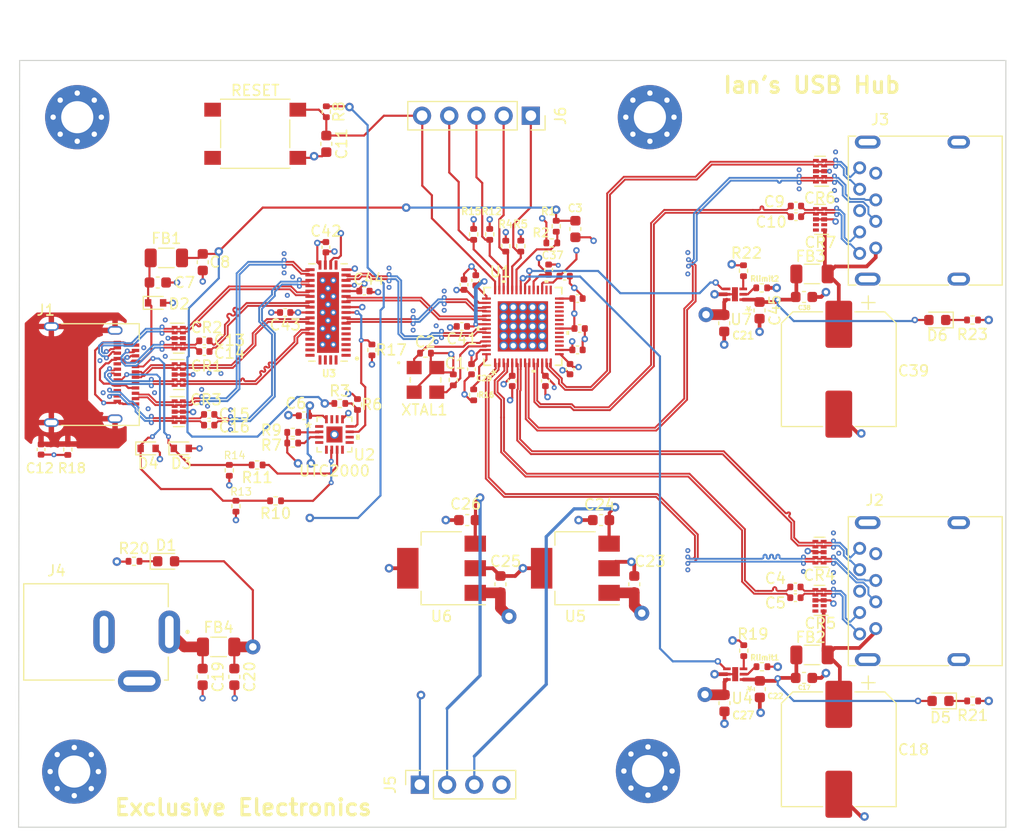
<source format=kicad_pcb>
(kicad_pcb (version 20211014) (generator pcbnew)
  (title_block (title "IAN'S USB HUB") (rev "1.0") (company "Exclusive Electronics"))
  (layers (0 "F.Cu" signal) (1 "In1.Cu" power) (2 "In2.Cu" mixed) (31 "B.Cu" signal) (34 "B.Paste" user) (35 "F.Paste" user) (36 "B.SilkS" user "B.Silkscreen") (37 "F.SilkS" user "F.Silkscreen") (38 "B.Mask" user) (39 "F.Mask" user) (44 "Edge.Cuts" user))
  (net 0 "")
  (net 1 "GND")
  (net 2 "Net-(C2-Pad2)")
  (net 3 "Net-(C1-Pad2)")
  (net 4 "/VBUS_Host_Filt")
  (net 5 "/VBUS_Host")
  (net 6 "/USBA_VBUS_PORT1")
  (net 7 "/USBA_VBUS_PORT2")
  (net 8 "RESET_N")
  (net 9 "+5V")
  (net 10 "+5VD")
  (net 11 "+1V2")
  (net 12 "+3V3")
  (net 13 "Net-(D1-Pad1)")
  (net 14 "Earth")
  (net 15 "SPI_CLK{slash}SMCLK")
  (net 16 "SPI_DO{slash}SMDAT")
  (net 17 "SPI_DI{slash}CFG_BC_EN")
  (net 18 "SPI_CE_EN{slash}CFG_NOM_REM")
  (net 19 "Net-(R1-Pad2)")
  (net 20 "/TX1+")
  (net 21 "/TX1-")
  (net 22 "Net-(Rlimit1-Pad1)")
  (net 23 "Net-(Rlimit2-Pad1)")
  (net 38 "PRT_CTL2")
  (net 39 "PRT_CTL1")
  (net 41 "VBUS_PORT1")
  (net 42 "VBUS_PORT2")
  (net 43 "/CC1")
  (net 44 "/RX2-")
  (net 45 "/RX2+")
  (net 46 "/TX2+")
  (net 47 "/TX2-")
  (net 48 "/CC2")
  (net 49 "/RX1-")
  (net 50 "/RX1+")
  (net 51 "/Plug Orientation")
  (net 52 "Net-(R19-Pad2)")
  (net 53 "Net-(R22-Pad2)")
  (net 63 "/AD+")
  (net 64 "/AD-")
  (net 65 "/BD+")
  (net 66 "/BD-")
  (net 68 "/SBU2")
  (net 69 "/SBU1")
  (net 70 "/HOST_D+")
  (net 71 "/HOST_D-")
  (net 72 "/HOST_TX+")
  (net 73 "/HOST_TX-")
  (net 74 "/HOST_RX+")
  (net 75 "/HOST_RX-")
  (net 76 "/CTX1-")
  (net 77 "/CTX1+")
  (net 78 "/CTX2-")
  (net 79 "/CTX2+")
  (net 81 "Net-(R3-Pad2)")
  (net 82 "Net-(R7-Pad2)")
  (net 83 "Net-(R9-Pad2)")
  (net 84 "Net-(R10-Pad1)")
  (net 85 "Net-(R11-Pad1)")
  (net 86 "Net-(R16-Pad1)")
  (net 90 "/PORT1_TX-")
  (net 91 "/PORT1_TX+")
  (net 92 "/PORT2_TX-")
  (net 93 "/PORT2_TX+")
  (net 94 "/PORT1_D-")
  (net 95 "/PORT1_D+")
  (net 96 "/PORT1_RX-")
  (net 97 "/PORT1_RX+")
  (net 98 "/PORT2_D-")
  (net 99 "/PORT2_D+")
  (net 100 "/PORT2_RX-")
  (net 101 "/PORT2_RX+")
  (net 102 "/PORT1_CTX-")
  (net 103 "/PORT1_CTX+")
  (net 104 "/PORT2_CTX-")
  (net 105 "/PORT2_CTX+")
  (net 106 "Net-(D5-Pad1)")
  (net 107 "Net-(D6-Pad1)")
  (footprint "Capacitor_SMD:C_0603_1608Metric" (layer "F.Cu") (at 67.72 44.85 -90)
    (fp_text reference "C8")
    (fp_text value "2.2uF")
  )
  (footprint "Capacitor_SMD:C_0603_1608Metric" (layer "F.Cu") (at 119.72 49.35 -90)
    (fp_text reference "C45")
    (fp_text value "2.2uF")
  )
  (footprint "Resistor_SMD:R_0402_1005Metric" (layer "F.Cu") (at 79.26 30.791846 -90)
    (fp_text reference "R8")
    (fp_text value "10k")
  )
  (footprint "Capacitor_SMD:C_0402_1005Metric" (layer "F.Cu") (at 102.720001 48.2464)
    (fp_text reference "C35" hide)
    (fp_text value "0.1uF")
  )
  (footprint "Capacitor_SMD:CP_Elec_10x10.5" (layer "F.Cu") (at 127.12 54.85 -90)
    (fp_text reference "C39")
    (fp_text value "100uF")
  )
  (footprint "Resistor_SMD:R_0402_1005Metric" (layer "F.Cu") (at 119.9453 82.65)
    (fp_text reference "Rlimit1")
    (fp_text value "200")
  )
  (footprint "Capacitor_SMD:C_0603_1608Metric" (layer "F.Cu") (at 108.020001 74.95 90)
    (fp_text reference "C23")
    (fp_text value "4.7uF")
  )
  (footprint "Button_Switch_SMD:SW_SPST_PTS645" (layer "F.Cu") (at 72.62 32.85)
    (fp_text reference "RESET")
    (fp_text value "SW_Push")
  )
  (footprint "56VQFN:VQFN56_2G_MCH" (layer "F.Cu") (at 97.62 50.85 90)
    (fp_text reference "U1")
    (fp_text value "USB5744/2G")
  )
  (footprint "Diode_SMD:D_SOD-523" (layer "F.Cu") (at 65.72 62.25)
    (fp_text reference "D3")
    (fp_text value "ESD5Z2.5T5G")
  )
  (footprint "Package_SON:USON-10_2.5x1.0mm_P0.5mm" (layer "F.Cu") (at 65.48 55.35)
    (fp_text reference "CR1")
    (fp_text value "TPD4E05U06DQAR")
  )
  (footprint "Resistor_SMD:R_0402_1005Metric" (layer "F.Cu") (at 93.02 57.25 -90)
    (fp_text reference "R16")
    (fp_text value "12k 1%")
  )
  (footprint "Diode_SMD:D_SOD-523" (layer "F.Cu") (at 63.32 48.65)
    (fp_text reference "D2")
    (fp_text value "ESD5Z2.5T5G")
  )
  (footprint "Resistor_SMD:R_0402_1005Metric" (layer "F.Cu") (at 55.12 62.35 -90)
    (fp_text reference "R18")
    (fp_text value "330")
  )
  (footprint "Package_SON:USON-10_2.5x1.0mm_P0.5mm" (layer "F.Cu") (at 125.32 71.95 180)
    (fp_text reference "CR4")
    (fp_text value "TPD4E05U06DQAR")
  )
  (footprint "Capacitor_SMD:C_0402_1005Metric" (layer "F.Cu") (at 67.87 52.2)
    (fp_text reference "C13")
    (fp_text value "0.1uF")
  )
  (footprint "Resistor_SMD:R_0402_1005Metric" (layer "F.Cu") (at 61.3 72.8 180)
    (fp_text reference "R20")
    (fp_text value "470")
  )
  (footprint "Capacitor_SMD:C_0603_1608Metric" (layer "F.Cu") (at 104.920001 68.95 180)
    (fp_text reference "C24")
    (fp_text value "4.7uF")
  )
  (footprint "Capacitor_SMD:C_0402_1005Metric" (layer "F.Cu") (at 91.92 50.85 180)
    (fp_text reference "C41")
    (fp_text value "0.1uF")
  )
  (footprint "Capacitor_SMD:C_0402_1005Metric" (layer "F.Cu") (at 123.07 75.2)
    (fp_text reference "C4")
    (fp_text value "0.1uF")
  )
  (footprint "Resistor_SMD:R_0402_1005Metric" (layer "F.Cu") (at 97.42 43.35 -90)
    (fp_text reference "R5")
    (fp_text value "10k")
  )
  (footprint "Capacitor_SMD:C_0603_1608Metric" (layer "F.Cu") (at 123.87 48.1)
    (fp_text reference "C38")
    (fp_text value "2.2uF")
  )
  (footprint "Resistor_SMD:R_0402_1005Metric" (layer "F.Cu") (at 93.02 42.25 90)
    (fp_text reference "R15")
    (fp_text value "200k")
  )
  (footprint "MountingHole:MountingHole_3mm_Pad_Via" (layer "F.Cu") (at 109.48 31.3)
    (fp_text reference "H2" hide)
    (fp_text value "MountingHole_Pad")
  )
  (footprint "Capacitor_SMD:C_0402_1005Metric" (layer "F.Cu") (at 93.22 46.55 90)
    (fp_text reference "C32" hide)
    (fp_text value "0.1uF")
  )
  (footprint "6-UFDN-Exposed-Pad:TMLF-6_MT_MCH" (layer "F.Cu") (at 117.42 47.85 180)
    (fp_text reference "U7")
    (fp_text value "MIC2099-1YMT-TR")
  )
  (footprint "MountingHole:MountingHole_3mm_Pad_Via" (layer "F.Cu") (at 55.72 92.45)
    (fp_text reference "H3" hide)
    (fp_text value "MountingHole_Pad")
  )
  (footprint "Package_SON:USON-10_2.5x1.0mm_P0.5mm" (layer "F.Cu") (at 125.37 36.35 180)
    (fp_text reference "CR6")
    (fp_text value "TPD4E05U06DQAR")
  )
  (footprint "Capacitor_SMD:C_0402_1005Metric" (layer "F.Cu") (at 82.82 47.55)
    (fp_text reference "C44")
    (fp_text value "0.1uF")
  )
  (footprint "Resistor_SMD:R_0402_1005Metric" (layer "F.Cu") (at 118.2453 81.15 -90)
    (fp_text reference "R19")
    (fp_text value "10k")
  )
  (footprint "Resistor_SMD:R_0402_1005Metric" (layer "F.Cu") (at 91.12 55.85 -90)
    (fp_text reference "C1")
    (fp_text value "14pF")
  )
  (footprint "Diode_SMD:D_SOD-523" (layer "F.Cu") (at 62.62 62.25)
    (fp_text reference "D4")
    (fp_text value "ESD5Z2.5T5G")
  )
  (footprint "Capacitor_SMD:C_0402_1005Metric" (layer "F.Cu") (at 102.920001 51.0464)
    (fp_text reference "C36" hide)
    (fp_text value "0.1uF")
  )
  (footprint "Resistor_SMD:R_0402_1005Metric" (layer "F.Cu") (at 94.52 42.25 90)
    (fp_text reference "R12")
    (fp_text value "10k")
  )
  (footprint "Capacitor_SMD:C_0402_1005Metric" (layer "F.Cu") (at 101.52 46.15)
    (fp_text reference "C30" hide)
    (fp_text value "0.1uF")
  )
  (footprint "Resistor_SMD:R_0402_1005Metric" (layer "F.Cu") (at 74.52 67.15 180)
    (fp_text reference "R10")
    (fp_text value "10k")
  )
  (footprint "Resistor_SMD:R_0402_1005Metric" (layer "F.Cu") (at 139.62 85.85)
    (fp_text reference "R21")
    (fp_text value "470")
  )
  (footprint "Resistor_SMD:R_0402_1005Metric" (layer "F.Cu") (at 70.2 64.3 -90)
    (fp_text reference "R14")
    (fp_text value "5.1k")
  )
  (footprint "Capacitor_SMD:C_0402_1005Metric" (layer "F.Cu") (at 102.720001 53.0464)
    (fp_text reference "C31" hide)
    (fp_text value "0.1uF")
  )
  (footprint "Resistor_SMD:R_0402_1005Metric" (layer "F.Cu") (at 76.12 61.75)
    (fp_text reference "R7")
    (fp_text value "10k")
  )
  (footprint "Capacitor_SMD:C_0402_1005Metric" (layer "F.Cu") (at 92.12 46.95 90)
    (fp_text reference "C28" hide)
    (fp_text value "0.1uF")
  )
  (footprint "Capacitor_SMD:C_0402_1005Metric" (layer "F.Cu") (at 96.62 55.9464 -90)
    (fp_text reference "C33" hide)
    (fp_text value "0.1uF")
  )
  (footprint "Package_TO_SOT_SMD:SOT-223" (layer "F.Cu") (at 90.020001 73.45 180)
    (fp_text reference "U6")
    (fp_text value "AZ1117CH2-3.3TRG1")
  )
  (footprint "Capacitor_SMD:C_0402_1005Metric" (layer "F.Cu") (at 68.32 60.075)
    (fp_text reference "C16")
    (fp_text value "0.1uF")
  )
  (footprint "Resistor_SMD:R_1206_3216Metric" (layer "F.Cu") (at 64.32 44.45)
    (fp_text reference "FB1")
    (fp_text value "BLM31PG121SH1L")
  )
  (footprint "6-UFDN-Exposed-Pad:TMLF-6_MT_MCH" (layer "F.Cu") (at 117.4453 83.35 180)
    (fp_text reference "U4")
    (fp_text value "MIC2099-1YMT-TR")
  )
  (footprint "Capacitor_SMD:C_0603_1608Metric" (layer "F.Cu") (at 123.87 83.7)
    (fp_text reference "C17")
    (fp_text value "2.2uF")
  )
  (footprint "Capacitor_SMD:C_0603_1608Metric" (layer "F.Cu") (at 63.52 46.75)
    (fp_text reference "C7")
    (fp_text value "2.2uF")
  )
  (footprint "Capacitor_SMD:C_0402_1005Metric" (layer "F.Cu") (at 102.020001 54.8464 -90)
    (fp_text reference "C40" hide)
    (fp_text value "0.1uF")
  )
  (footprint "Resistor_SMD:R_0402_1005Metric" (layer "F.Cu") (at 100.73 41.49058 -90)
    (fp_text reference "R1")
    (fp_text value "50k")
  )
  (footprint "LED_SMD:LED_0603_1608Metric" (layer "F.Cu") (at 136.62 85.85 180)
    (fp_text reference "D5")
    (fp_text value "LED")
  )
  (footprint "Resistor_SMD:R_0402_1005Metric" (layer "F.Cu") (at 80.52 58.05)
    (fp_text reference "R3")
    (fp_text value "35.7k")
  )
  (footprint "Capacitor_SMD:C_0603_1608Metric" (layer "F.Cu") (at 70.67 83.6 -90)
    (fp_text reference "C20")
    (fp_text value "2.2uF")
  )
  (footprint "Capacitor_SMD:C_0402_1005Metric" (layer "F.Cu") (at 77.17 59.2 180)
    (fp_text reference "C6")
    (fp_text value "0.1uF")
  )
  (footprint "Capacitor_SMD:C_0603_1608Metric" (layer "F.Cu") (at 119.7453 84.75 -90)
    (fp_text reference "C22")
    (fp_text value "2.2uF")
  )
  (footprint "Capacitor_SMD:C_0402_1005Metric" (layer "F.Cu") (at 92.82 54.85 -90)
    (fp_text reference "C29")
    (fp_text value "0.1uF")
  )
  (footprint "Capacitor_SMD:C_0402_1005Metric" (layer "F.Cu") (at 123.12 40.6)
    (fp_text reference "C10")
    (fp_text value "0.1uF")
  )
  (footprint "Resistor_SMD:R_0402_1005Metric" (layer "F.Cu") (at 100.32 43.05 180)
    (fp_text reference "R2")
    (fp_text value "100k")
  )
  (footprint "Resistor_SMD:R_0402_1005Metric" (layer "F.Cu") (at 82.17 58.15 90)
    (fp_text reference "R6")
    (fp_text value "5.1k")
  )
  (footprint "Connector_USB:USB3_A_Molex_48393-001" (layer "F.Cu") (at 130.57 79.09 90)
    (fp_text reference "J2")
    (fp_text value "483930003")
  )
  (footprint "Capacitor_SMD:C_0402_1005Metric" (layer "F.Cu") (at 79.22 43.45 90)
    (fp_text reference "C42")
    (fp_text value "0.1uF")
  )
  (footprint "UTC2000:16-pinQFN3x3" (layer "F.Cu") (at 80.02 60.95)
    (fp_text reference "U2")
    (fp_text value "UTC2000")
  )
  (footprint "Capacitor_SMD:CP_Elec_10x10.5" (layer "F.Cu") (at 127.12 90.3675 -90)
    (fp_text reference "C18")
    (fp_text value "100uF")
  )
  (footprint "Resistor_SMD:R_0402_1005Metric" (layer "F.Cu") (at 96.02 43.35 -90)
    (fp_text reference "R4")
    (fp_text value "10k")
  )
  (footprint "Capacitor_SMD:C_0402_1005Metric" (layer "F.Cu") (at 75.42 49.55 180)
    (fp_text reference "C43")
    (fp_text value "0.1uF")
  )
  (footprint "Capacitor_SMD:C_0603_1608Metric" (layer "F.Cu") (at 116.4453 86.05 -90)
    (fp_text reference "C27")
    (fp_text value "2.2uF")
  )
  (footprint "Capacitor_SMD:C_0402_1005Metric" (layer "F.Cu") (at 99.72 55.9464 -90)
    (fp_text reference "C34" hide)
    (fp_text value "0.1uF")
  )
  (footprint "Resistor_SMD:R_0402_1005Metric" (layer "F.Cu") (at 83.52 53.05 90)
    (fp_text reference "R17")
    (fp_text value "10k")
  )
  (footprint "Connector_USB:USB3_A_Molex_48393-001" (layer "F.Cu") (at 130.57 43.53 90)
    (fp_text reference "J3")
    (fp_text value "483930003")
  )
  (footprint "Resistor_SMD:R_0402_1005Metric" (layer "F.Cu") (at 139.6075 50.25)
    (fp_text reference "R23")
    (fp_text value "470")
  )
  (footprint "HD3SS6126RUAR:QFN50P900X350X80-43N" (layer "F.Cu") (at 79.42 49.55 180)
    (fp_text reference "U3")
    (fp_text value "HD3SS6126RUAR")
  )
  (footprint "Resistor_SMD:R_1206_3216Metric" (layer "F.Cu") (at 124.62 81.55)
    (fp_text reference "FB2")
    (fp_text value "BLM31PG121SH1L")
  )
  (footprint "ECS-250-12-33Q-JES-TR:ECS-250-12-33Q-JES-TR_ECS" (layer "F.Cu") (at 88.52 55.85)
    (fp_text reference "XTAL1")
    (fp_text value "25MHZ")
  )
  (footprint "Resistor_SMD:R_0402_1005Metric" (layer "F.Cu") (at 88.52 53.35 180)
    (fp_text reference "C2")
    (fp_text value "14pF")
  )
  (footprint "Resistor_SMD:R_0402_1005Metric" (layer "F.Cu") (at 76.12 60.75)
    (fp_text reference "R9")
    (fp_text value "10k")
  )
  (footprint "Capacitor_SMD:C_0402_1005Metric" (layer "F.Cu") (at 67.87 53.2)
    (fp_text reference "C14")
    (fp_text value "0.1uF")
  )
  (footprint "Resistor_SMD:R_0402_1005Metric" (layer "F.Cu") (at 119.92 47.25)
    (fp_text reference "Rlimit2")
    (fp_text value "200")
  )
  (footprint "Package_SON:USON-10_2.5x1.0mm_P0.5mm" (layer "F.Cu") (at 125.32 76.45 180)
    (fp_text reference "CR5")
    (fp_text value "TPD4E05U06DQAR")
  )
  (footprint "Package_SON:USON-10_2.5x1.0mm_P0.5mm" (layer "F.Cu") (at 65.48 51.95)
    (fp_text reference "CR2")
    (fp_text value "TPD4E05U06DQAR")
  )
  (footprint "MountingHole:MountingHole_3mm_Pad_Via" (layer "F.Cu") (at 56 31.3)
    (fp_text reference "H1" hide)
    (fp_text value "MountingHole_Pad")
  )
  (footprint "Connector_PinSocket_2.54mm:PinSocket_1x05_P2.54mm_Vertical" (layer "F.Cu") (at 98.36 31.165 -90)
    (fp_text reference "J6")
    (fp_text value "Conn_01x05")
  )
  (footprint "Capacitor_SMD:C_0603_1608Metric" (layer "F.Cu") (at 67.71 83.6 -90)
    (fp_text reference "C19")
    (fp_text value "2.2uF")
  )
  (footprint "Resistor_SMD:R_1206_3216Metric" (layer "F.Cu") (at 69.2 80.8)
    (fp_text reference "FB4")
    (fp_text value "BLM31PG121SH1L")
  )
  (footprint "Package_SON:USON-10_2.5x1.0mm_P0.5mm" (layer "F.Cu") (at 125.37 40.85 180)
    (fp_text reference "CR7")
    (fp_text value "TPD4E05U06DQAR")
  )
  (footprint "Capacitor_SMD:C_0603_1608Metric" (layer "F.Cu") (at 116.42 50.55 -90)
    (fp_text reference "C21")
    (fp_text value "2.2uF")
  )
  (footprint "Capacitor_SMD:C_0402_1005Metric" (layer "F.Cu") (at 100.02 45.55 90)
    (fp_text reference "C37")
    (fp_text value "0.1uF")
  )
  (footprint "Connector_USB:USB_C_Receptacle_Amphenol_12401610E4-2A" (layer "F.Cu") (at 56.42 55.35 -90)
    (fp_text reference "J1")
    (fp_text value "12401610E4#2A")
  )
  (footprint "Resistor_SMD:R_1206_3216Metric" (layer "F.Cu") (at 124.62 45.95)
    (fp_text reference "FB3")
    (fp_text value "BLM31PG121SH1L")
  )
  (footprint "Capacitor_SMD:C_0402_1005Metric" (layer "F.Cu") (at 52.62 62.35 -90)
    (fp_text reference "C12")
    (fp_text value "0.1uF")
  )
  (footprint "Capacitor_SMD:C_0603_1608Metric" (layer "F.Cu") (at 79.26 33.791846 -90)
    (fp_text reference "C11")
    (fp_text value "10uF")
  )
  (footprint "Connector_PinSocket_2.54mm:PinSocket_1x04_P2.54mm_Vertical" (layer "F.Cu") (at 88 93.675 90)
    (fp_text reference "J5")
    (fp_text value "Conn_01x04")
  )
  (footprint "MountingHole:MountingHole_3mm_Pad_Via" (layer "F.Cu") (at 109.3 92.4)
    (fp_text reference "H4" hide)
    (fp_text value "MountingHole_Pad")
  )
  (footprint "LED_SMD:LED_0603_1608Metric" (layer "F.Cu") (at 64.3 72.8)
    (fp_text reference "D1")
    (fp_text value "LED")
  )
  (footprint "Resistor_SMD:R_0402_1005Metric" (layer "F.Cu") (at 118.22 45.65 -90)
    (fp_text reference "R22")
    (fp_text value "10k")
  )
  (footprint "Resistor_SMD:R_0402_1005Metric" (layer "F.Cu") (at 72.8 63.8 180)
    (fp_text reference "R11")
    (fp_text value "10k")
  )
  (footprint "Capacitor_SMD:C_0603_1608Metric" (layer "F.Cu") (at 95.520001 74.95 90)
    (fp_text reference "C25")
    (fp_text value "4.7uF")
  )
  (footprint "Package_SON:USON-10_2.5x1.0mm_P0.5mm" (layer "F.Cu") (at 65.48 58.8175)
    (fp_text reference "CR3")
    (fp_text value "TPD4E05U06DQAR")
  )
  (footprint "Capacitor_SMD:C_0402_1005Metric" (layer "F.Cu") (at 68.32 59.075)
    (fp_text reference "C15")
    (fp_text value "0.1uF")
  )
  (footprint "Resistor_SMD:R_0402_1005Metric" (layer "F.Cu") (at 70.82 67.65 -90)
    (fp_text reference "R13")
    (fp_text value "5.1k")
  )
  (footprint "Capacitor_SMD:C_0402_1005Metric" (layer "F.Cu") (at 123.12 39.6)
    (fp_text reference "C9")
    (fp_text value "0.1uF")
  )
  (footprint "Capacitor_SMD:C_0603_1608Metric" (layer "F.Cu") (at 92.420001 68.95 180)
    (fp_text reference "C26")
    (fp_text value "4.7uF")
  )
  (footprint "Package_TO_SOT_SMD:SOT-223" (layer "F.Cu") (at 102.520001 73.45 180)
    (fp_text reference "U5")
    (fp_text value "AP2114HA-1.2TRG1")
  )
  (footprint "LED_SMD:LED_0603_1608Metric" (layer "F.Cu") (at 136.32 50.25 180)
    (fp_text reference "D6")
    (fp_text value "LED")
  )
  (footprint "Capacitor_SMD:C_0402_1005Metric" (layer "F.Cu") (at 123.07 76.2)
    (fp_text reference "C5")
    (fp_text value "0.1uF")
  )
  (footprint "Capacitor_SMD:C_0603_1608Metric" (layer "F.Cu") (at 102.52 41.75 -90)
    (fp_text reference "C3")
    (fp_text value "4.7uF")
  )
  (footprint "CON-SOCJ-2155:GRAVITECH_CON-SOCJ-2155" (layer "F.Cu") (at 58.5 79.4)
    (fp_text reference "J4")
    (fp_text value "CON-SOCJ-2155")
  )
  (gr_line (start 50.52 97.65) (end 142.72 97.65) (layer "Edge.Cuts") (width 0.1))
  (gr_line (start 142.72 26) (end 50.62 26) (layer "Edge.Cuts") (width 0.1))
  (gr_line (start 50.62 26) (end 50.52 97.65) (layer "Edge.Cuts") (width 0.1))
  (gr_line (start 142.72 26) (end 142.72 97.65) (layer "Edge.Cuts") (width 0.1))
  (gr_text "Exclusive Electronics" (at 71.5 95.8) (layer "F.SilkS") (effects (font (size 1.5 1.5) (thickness 0.3))))
  (gr_text "Ian's USB Hub" (at 124.6 28.3) (layer "F.SilkS") (effects (font (size 1.5 1.5) (thickness 0.3))))
  (segment (start 99.72 57.25) (end 99.72 56.4264) (width 0.2) (layer "F.Cu") (net 1))
  (segment (start 101.32 54.95) (end 101.643601 54.95) (width 0.2) (layer "F.Cu") (net 1))
  (segment (start 84.094 47.65) (end 83.4 47.65) (width 0.2) (layer "F.Cu") (net 1))
  (segment (start 67.72 45.625) (end 67.72 46.65) (width 0.2) (layer "F.Cu") (net 1))
  (segment (start 82.62 49.05) (end 81.105 49.05) (width 0.2) (layer "F.Cu") (net 1))
  (segment (start 60.32 52.35) (end 60.57 52.6) (width 0.2) (layer "F.Cu") (net 1))
  (segment (start 90.82 50.95) (end 91.34 50.95) (width 0.2) (layer "F.Cu") (net 1))
  (segment (start 65.865 58.8175) (end 65.095 58.8175) (width 0.2) (layer "F.Cu") (net 1))
  (segment (start 78.12 34.95) (end 78.876846 34.95) (width 0.2) (layer "F.Cu") (net 1))
  (segment (start 121.42 82.65) (end 120.4553 82.65) (width 0.2) (layer "F.Cu") (net 1))
  (segment (start 81.830189 47.05) (end 81.105 47.05) (width 0.2) (layer "F.Cu") (net 1))
  (segment (start 124.985 36.35) (end 125.755 36.35) (width 0.2) (layer "F.Cu") (net 1))
  (segment (start 107.75 72.85) (end 106.270001 72.85) (width 0.35) (layer "F.Cu") (net 1))
  (segment (start 108.020001 73.120001) (end 108.020001 74.175) (width 0.35) (layer "F.Cu") (net 1))
  (segment (start 92.17 55.98) (end 92.82 55.33) (width 0.2) (layer "F.Cu") (net 1))
  (segment (start 125.705 76.45) (end 124.935 76.45) (width 0.2) (layer "F.Cu") (net 1))
  (segment (start 92.12 45.95) (end 92.82 45.25) (width 0.2) (layer "F.Cu") (net 1))
  (segment (start 116.4453 86.825) (end 116.4453 87.9753) (width 0.35) (layer "F.Cu") (net 1))
  (segment (start 100.02 45.07) (end 100.849883 45.07) (width 0.2) (layer "F.Cu") (net 1))
  (segment (start 85.12 73.45) (end 86.870001 73.45) (width 0.35) (layer "F.Cu") (net 1))
  (segment (start 99.42 40.75) (end 99.81 41.14) (width 0.2) (layer "F.Cu") (net 1))
  (segment (start 63.72 63.25) (end 63.72 62.65) (width 0.2) (layer "F.Cu") (net 1))
  (segment (start 116.6453 47.85) (end 117.42 47.85) (width 0.2) (layer "F.Cu") (net 1))
  (segment (start 124.645 83.7) (end 125.47 83.7) (width 0.35) (layer "F.Cu") (net 1))
  (segment (start 94.52 41.74) (end 94.52 40.85) (width 0.2) (layer "F.Cu") (net 1))
  (segment (start 60.57 52.6) (end 61.44 52.6) (width 0.2) (layer "F.Cu") (net 1))
  (segment (start 79.22 42.97) (end 78.5 42.97) (width 0.2) (layer "F.Cu") (net 1))
  (segment (start 80.770001 59.499999) (end 81.32 58.95) (width 0.2) (layer "F.Cu") (net 1))
  (segment (start 99.81 41.14) (end 99.81 43.05) (width 0.2) (layer "F.Cu") (net 1))
  (segment (start 80.770001 59.5276) (end 80.770001 59.499999) (width 0.2) (layer "F.Cu") (net 1))
  (segment (start 78.12 34.95) (end 77.97 35.1) (width 0.2) (layer "F.Cu") (net 1))
  (segment (start 63.72 62.65) (end 63.32 62.25) (width 0.2) (layer "F.Cu") (net 1))
  (segment (start 96.62 57.55) (end 96.42 57.75) (width 0.2) (layer "F.Cu") (net 1))
  (segment (start 117.4453 83.35) (end 116.6706 83.35) (width 0.2) (layer "F.Cu") (net 1))
  (segment (start 96.895 74.175) (end 97.62 73.45) (width 0.35) (layer "F.Cu") (net 1))
  (segment (start 119.7453 86.8753) (end 119.82 86.95) (width 0.35) (layer "F.Cu") (net 1))
  (segment (start 76.64 59.15) (end 76.69 59.2) (width 0.2) (layer "F.Cu") (net 1))
  (segment (start 90.42 68.95) (end 91.645001 68.95) (width 0.35) (layer "F.Cu") (net 1))
  (segment (start 65.095 55.35) (end 65.865 55.35) (width 0.2) (layer "F.Cu") (net 1))
  (segment (start 83.4 47.65) (end 83.3 47.55) (width 0.2) (layer "F.Cu") (net 1))
  (segment (start 57.67 57.2) (end 57.67 53.1) (width 0.2) (layer "F.Cu") (net 1))
  (segment (start 95.520001 74.175) (end 96.895 74.175) (width 0.35) (layer "F.Cu") (net 1))
  (segment (start 78.876846 34.95) (end 79.26 34.566846) (width 0.2) (layer "F.Cu") (net 1))
  (segment (start 107.75 72.85) (end 108.020001 73.120001) (width 0.35) (layer "F.Cu") (net 1))
  (segment (start 100.849883 45.07) (end 100.92 45.140117) (width 0.2) (layer "F.Cu") (net 1))
  (segment (start 53.8 62.83) (end 53.82 62.85) (width 0.2) (layer "F.Cu") (net 1))
  (segment (start 81.68 57.15) (end 82.17 57.64) (width 0.2) (layer "F.Cu") (net 1))
  (segment (start 91.12 55.34) (end 91.12 53.65) (width 0.2) (layer "F.Cu") (net 1))
  (segment (start 91.34 50.95) (end 91.44 50.85) (width 0.2) (layer "F.Cu") (net 1))
  (segment (start 64.47 51.95) (end 65.095 51.95) (width 0.2) (layer "F.Cu") (net 1))
  (segment (start 64.92 48.65) (end 64.02 48.65) (width 0.2) (layer "F.Cu") (net 1))
  (segment (start 102 46.83) (end 102.42 47.25) (width 0.2) (layer "F.Cu") (net 1))
  (segment (start 126.82 41.05) (end 126.62 40.85) (width 0.2) (layer "F.Cu") (net 1))
  (segment (start 89.03 53.35) (end 89.02 53.36) (width 0.2) (layer "F.Cu") (net 1))
  (segment (start 70.2 65.7) (end 70.2 64.81) (width 0.2) (layer "F.Cu") (net 1))
  (segment (start 103.200001 48.030001) (end 102.42 47.25) (width 0.2) (layer "F.Cu") (net 1))
  (segment (start 58.42 52.35) (end 59.74 52.35) (width 0.2) (layer "F.Cu") (net 1))
  (segment (start 102.82 68.95) (end 104.145001 68.95) (width 0.35) (layer "F.Cu") (net 1))
  (segment (start 78.42 43.05) (end 78.42 44.865) (width 0.2) (layer "F.Cu") (net 1))
  (segment (start 101.643601 54.95) (end 102.020001 55.3264) (width 0.2) (layer "F.Cu") (net 1))
  (segment (start 89.03 53.35) (end 90.82 53.35) (width 0.2) (layer "F.Cu") (net 1))
  (segment (start 60.27 58.1) (end 61.44 58.1) (width 0.2) (layer "F.Cu") (net 1))
  (segment (start 66.82 55.35) (end 65.865 55.35) (width 0.2) (layer "F.Cu") (net 1))
  (segment (start 79.67 44.740045) (end 79.67 45.115) (width 0.2) (layer "F.Cu") (net 1))
  (segment (start 126.249707 36.35) (end 125.755 36.35) (width 0.2) (layer "F.Cu") (net 1))
  (segment (start 52.62 62.83) (end 53.8 62.83) (width 0.2) (layer "F.Cu") (net 1))
  (segment (start 124.835 71.85) (end 124.935 71.95) (width 0.2) (layer "F.Cu") (net 1))
  (segment (start 87.4637 56.8126) (end 89.5763 54.7) (width 0.2) (layer "F.Cu") (net 1))
  (segment (start 90.93 55.15) (end 90.0263 55.15) (width 0.2) (layer "F.Cu") (net 1))
  (segment (start 119.7453 85.525) (end 119.7453 86.8753) (width 0.35) (layer "F.Cu") (net 1))
  (segment (start 128.92 60.85) (end 127.12 59.05) (width 0.35) (layer "F.Cu") (net 1))
  (segment (start 129.2025 96.65) (end 127.12 94.5675) (width 0.35) (layer "F.Cu") (net 1))
  (segment (start 129.22 60.85) (end 128.92 60.85) (width 0.35) (layer "F.Cu") (net 1))
  (segment (start 129.52 96.65) (end 129.2025 96.65) (width 0.35) (layer "F.Cu") (net 1))
  (segment (start 81.878775 47.001414) (end 81.830189 47.05) (width 0.2) (layer "F.Cu") (net 1))
  (segment (start 119.72 50.125) (end 119.72 51.35) (width 0.35) (layer "F.Cu") (net 1))
  (segment (start 124.935 71.95) (end 125.705 71.95) (width 0.2) (layer "F.Cu") (net 1))
  (segment (start 121.32 47.25) (end 120.43 47.25) (width 0.35) (layer "F.Cu") (net 1))
  (segment (start 65.32 46.75) (end 64.295 46.75) (width 0.2) (layer "F.Cu") (net 1))
  (segment (start 66.82 58.85) (end 65.8975 58.85) (width 0.2) (layer "F.Cu") (net 1))
  (segment (start 67.71 84.375) (end 67.71 85.59) (width 0.2) (layer "F.Cu") (net 1))
  (segment (start 126.62 40.85) (end 125.755 40.85) (width 0.2) (layer "F.Cu") (net 1))
  (segment (start 95.520001 74.175) (end 94.795001 73.45) (width 0.35) (layer "F.Cu") (net 1))
  (segment (start 103.400001 52.030001) (end 103.200001 52.230001) (width 0.2) (layer "F.Cu") (net 1))
  (segment (start 97.62 73.45) (end 99.370001 73.45) (width 0.35) (layer "F.Cu") (net 1))
  (segment (start 78.42 44.865) (end 78.67 45.115) (width 0.2) (layer "F.Cu") (net 1))
  (segment (start 103.200001 48.2464) (end 103.200001 48.030001) (width 0.2) (layer "F.Cu") (net 1))
  (segment (start 57.67 53.1) (end 58.42 52.35) (width 0.2) (layer "F.Cu") (net 1))
  (segment (start 103.200001 52.230001) (end 103.200001 53.0464) (width 0.2) (layer "F.Cu") (net 1))
  (segment (start 140.13 85.85) (end 141.12 85.85) (width 0.2) (layer "F.Cu") (net 1))
  (segment (start 55.12 62.86) (end 53.83 62.86) (width 0.2) (layer "F.Cu") (net 1))
  (segment (start 80.62 44.225955) (end 80.387955 44.458) (width 0.2) (layer "F.Cu") (net 1))
  (segment (start 96.62 56.4264) (end 96.62 57.55) (width 0.2) (layer "F.Cu") (net 1))
  (segment (start 58.47 58) (end 57.67 57.2) (width 0.2) (layer "F.Cu") (net 1))
  (segment (start 65.095 51.95) (end 65.865 51.95) (width 0.2) (layer "F.Cu") (net 1))
  (segment (start 81.92 45.45) (end 81.82 45.55) (width 0.2) (layer "F.Cu") (net 1))
  (segment (start 53.83 62.86) (end 53.82 62.85) (width 0.2) (layer "F.Cu") (net 1))
  (segment (start 115.52 47.85) (end 116.6453 47.85) (width 0.35) (layer "F.Cu") (net 1))
  (segment (start 70.7 84.405) (end 70.67 84.375) (width 0.2) (layer "F.Cu") (net 1))
  (segment (start 115.52 83.35) (end 116.6706 83.35) (width 0.35) (layer "F.Cu") (net 1))
  (segment (start 59.7 72.83) (end 60.76 72.83) (width 0.2) (layer "F.Cu") (net 1))
  (segment (start 140.1175 50.25) (end 141.12 50.25) (width 0.2) (layer "F.Cu") (net 1))
  (segment (start 89.02 53.36) (end 89.02 54.1437) (width 0.2) (layer "F.Cu") (net 1))
  (segment (start 59.59 58) (end 59.74 57.85) (width 0.2) (layer "F.Cu") (net 1))
  (segment (start 79.952045 44.458) (end 79.67 44.740045) (width 0.2) (layer "F.Cu") (net 1))
  (segment (start 90.82 53.35) (end 90.92 53.45) (width 0.2) (layer "F.Cu") (net 1))
  (segment (start 99.92 57.45) (end 99.72 57.25) (width 0.2) (layer "F.Cu") (net 1))
  (segment (start 125.755 40.85) (end 124.985 40.85) (width 0.2) (layer "F.Cu") (net 1))
  (segment (start 89.02 54.1437) (end 89.5763 54.7) (width 0.2) (layer "F.Cu") (net 1))
  (segment (start 74.94 49.55) (end 74.12 49.55) (width 0.2) (layer "F.Cu") (net 1))
  (segment (start 92.12 46.47) (end 92.12 45.95) (width 0.2) (layer "F.Cu") (net 1))
  (segment (start 106.270001 72.85) (end 105.670001 73.45) (width 0.35) (layer "F.Cu") (net 1))
  (segment (start 92.17 57.2) (end 92.73 57.76) (width 0.2) (layer "F.Cu") (net 1))
  (segment (start 102 46.15) (end 102 46.83) (width 0.2) (layer "F.Cu") (net 1))
  (segment (start 59.74 52.35) (end 60.32 52.35) (width 0.2) (layer "F.Cu") (net 1))
  (segment (start 125.47 48.1) (end 125.92 47.65) (width 0.35) (layer "F.Cu") (net 1))
  (segment (start 126.32 76.45) (end 125.705 76.45) (width 0.2) (layer "F.Cu") (net 1))
  (segment (start 124.645 48.1) (end 125.47 48.1) (width 0.35) (layer "F.Cu") (net 1))
  (segment (start 126.25136 36.351653) (end 126.249707 36.35) (width 0.2) (layer "F.Cu") (net 1))
  (segment (start 93.22 45.65) (end 92.82 45.25) (width 0.2) (layer "F.Cu") (net 1))
  (segment (start 58.47 58) (end 59.59 58) (width 0.2) (layer "F.Cu") (net 1))
  (segment (start 67.71 85.59) (end 67.7 85.6) (width 0.2) (layer "F.Cu") (net 1))
  (segment (start 80.62 42.15) (end 80.62 44.225955) (width 0.2) (layer "F.Cu") (net 1))
  (segment (start 124.22 71.85) (end 124.835 71.85) (width 0.2) (layer "F.Cu") (net 1))
  (segment (start 125.47 83.7) (end 125.92 83.25) (width 0.35) (layer "F.Cu") (net 1))
  (segment (start 87.4637 57) (end 87.4637 56.8126) (width 0.2) (layer "F.Cu") (net 1))
  (segment (start 70.7 85.6) (end 70.7 84.405) (width 0.2) (layer "F.Cu") (net 1))
  (segment (start 116.42 51.325) (end 116.42 52.55) (width 0.35) (layer "F.Cu") (net 1))
  (segment (start 103.400001 52.030001) (end 103.400001 51.0464) (width 0.2) (layer "F.Cu") (net 1))
  (segment (start 70.82 68.95) (end 70.82 68.16) (width 0.2) (layer "F.Cu") (net 1))
  (segment (start 60.22 58.05) (end 60.27 58.1) (width 0.2) (layer "F.Cu") (net 1))
  (segment (start 103.895 42.525) (end 104.22 42.85) (width 0.2) (layer "F.Cu") (net 1))
  (segment (start 78.5 42.97) (end 78.42 43.05) (width 0.2) (layer "F.Cu") (net 1))
  (segment (start 80.387955 44.458) (end 79.952045 44.458) (width 0.2) (layer "F.Cu") (net 1))
  (segment (start 65.8975 58.85) (end 65.865 58.8175) (width 0.2) (layer "F.Cu") (net 1))
  (segment (start 59.94 58.05) (end 60.22 58.05) (width 0.2) (layer "F.Cu") (net 1))
  (segment (start 92.73 57.76) (end 93.02 57.76) (width 0.2) (layer "F.Cu") (net 1))
  (segment (start 59.74 57.85) (end 59.94 58.05) (width 0.2) (layer "F.Cu") (net 1))
  (segment (start 90.0263 55.15) (end 89.5763 54.7) (width 0.2) (layer "F.Cu") (net 1))
  (segment (start 75.72 59.15) (end 76.64 59.15) (width 0.2) (layer "F.Cu") (net 1))
  (segment (start 67.42 62.25) (end 66.42 62.25) (width 0.2) (layer "F.Cu") (net 1))
  (segment (start 102.52 42.525) (end 103.895 42.525) (width 0.2) (layer "F.Cu") (net 1))
  (segment (start 91.12 55.34) (end 90.93 55.15) (width 0.2) (layer "F.Cu") (net 1))
  (segment (start 93.02 41.74) (end 93.02 40.85) (width 0.2) (layer "F.Cu") (net 1))
  (segment (start 126.62 76.75) (end 126.32 76.45) (width 0.2) (layer "F.Cu") (net 1))
  (segment (start 81.32 57.15) (end 81.68 57.15) (width 0.2) (layer "F.Cu") (net 1))
  (segment (start 77.97 35.1) (end 76.6 35.1) (width 0.2) (layer "F.Cu") (net 1))
  (segment (start 81.82 45.55) (end 81.105 45.55) (width 0.2) (layer "F.Cu") (net 1))
  (segment (start 92.17 57.2) (end 92.17 55.98) (width 0.2) (layer "F.Cu") (net 1))
  (segment (start 93.22 46.07) (end 93.22 45.65) (width 0.2) (layer "F.Cu") (net 1))
  (segment (start 91.12 53.65) (end 90.92 53.45) (width 0.2) (layer "F.Cu") (net 1))
  (segment (start 94.795001 73.45) (end 93.170001 73.45) (width 0.35) (layer "F.Cu") (net 1))
  (via (at 67.7 85.6) (size 0.6) (drill 0.3) (layers "F.Cu" "B.Cu") (net 1))
  (via (at 53.82 62.85) (size 0.46) (drill 0.2) (layers "F.Cu" "B.Cu") (net 1))
  (via (at 92.82 45.25) (size 0.6) (drill 0.3) (layers "F.Cu" "B.Cu") (net 1))
  (via (at 90.27 47.55) (size 0.46) (drill 0.2) (layers "F.Cu" "B.Cu") (net 1))
  (via (at 126.72 38.15) (size 0.46) (drill 0.2) (layers "F.Cu" "B.Cu") (net 1))
  (via (at 70.2 65.7) (size 0.6) (drill 0.3) (layers "F.Cu" "B.Cu") (net 1))
  (via (at 98.52 52.65) (size 0.8) (drill 0.5) (layers "F.Cu" "B.Cu") (net 1))
  (via (at 81.92 45.45) (size 0.6) (drill 0.3) (layers "F.Cu" "B.Cu") (net 1))
  (via (at 126.62 70.15) (size 0.46) (drill 0.2) (layers "F.Cu" "B.Cu") (net 1))
  (via (at 70.32 58.65) (size 0.46) (drill 0.2) (layers "F.Cu" "B.Cu") (net 1))
  (via (at 70.32 60.5) (size 0.46) (drill 0.2) (layers "F.Cu" "B.Cu") (net 1))
  (via (at 107.75 72.85) (size 0.8) (drill 0.4) (layers "F.Cu" "B.Cu") (net 1))
  (via (at 85.12 73.45) (size 0.8) (drill 0.4) (layers "F.Cu" "B.Cu") (net 1))
  (via (at 92.17 57.2) (size 0.6) (drill 0.3) (layers "F.Cu" "B.Cu") (net 1))
  (via (at 95.82 51.75) (size 0.8) (drill 0.5) (layers "F.Cu" "B.Cu") (net 1))
  (via (at 97.62 49.05) (size 0.8) (drill 0.5) (layers "F.Cu" "B.Cu") (net 1))
  (via (at 96.72 51.75) (size 0.8) (drill 0.5) (layers "F.Cu" "B.Cu") (net 1))
  (via (at 80.62 42.15) (size 0.6) (drill 0.3) (layers "F.Cu" "B.Cu") (net 1))
  (via (at 87.37 49.4) (size 0.46) (drill 0.2) (layers "F.Cu" "B.Cu") (net 1))
  (via (at 95.82 52.65) (size 0.8) (drill 0.5) (layers "F.Cu" "B.Cu") (net 1))
  (via (at 58.42 57.05) (size 0.46) (drill 0.2) (layers "F.Cu" "B.Cu") (net 1))
  (via (at 62.62 58.55) (size 0.46) (drill 0.2) (layers "F.Cu" "B.Cu") (net 1))
  (via (at 75.32 44.05) (size 0.46) (drill 0.2) (layers "F.Cu" "B.Cu") (net 1))
  (via (at 82.62 49.05) (size 0.6) (drill 0.3) (layers "F.Cu" "B.Cu") (net 1))
  (via (at 99.42 49.95) (size 0.8) (drill 0.5) (layers "F.Cu" "B.Cu") (net 1))
  (via (at 97.62 52.65) (size 0.8) (drill 0.5) (layers "F.Cu" "B.Cu") (net 1))
  (via (at 90.92 53.45) (size 0.6) (drill 0.3) (layers "F.Cu" "B.Cu") (net 1))
  (via (at 126.92 39.05) (size 0.46) (drill 0.2) (layers "F.Cu" "B.Cu") (net 1))
  (via (at 84.094 47.65) (size 0.6) (drill 0.3) (layers "F.Cu" "B.Cu") (net 1))
  (via (at 89.52 50.8) (size 0.46) (drill 0.2) (layers "F.Cu" "B.Cu") (net 1))
  (via (at 96.72 49.95) (size 0.8) (drill 0.5) (layers "F.Cu" "B.Cu") (net 1))
  (via (at 64.47 51.95) (size 0.46) (drill 0.2) (layers "F.Cu" "B.Cu") (net 1))
  (via (at 102.42 47.25) (size 0.6) (drill 0.3) (layers "F.Cu" "B.Cu") (net 1))
  (via (at 58.12 54.05) (size 0.46) (drill 0.2) (layers "F.Cu" "B.Cu") (net 1))
  (via (at 66.82 55.35) (size 0.46) (drill 0.2) (layers "F.Cu" "B.Cu") (net 1))
  (via (at 96.72 50.85) (size 0.8) (drill 0.5) (layers "F.Cu" "B.Cu") (net 1))
  (via (at 90.82 50.95) (size 0.6) (drill 0.3) (layers "F.Cu" "B.Cu") (net 1))
  (via (at 126.25136 36.351653) (size 0.46) (drill 0.2) (layers "F.Cu" "B.Cu") (net 1))
  (via (at 104.22 42.85) (size 0.6) (drill 0.3) (layers "F.Cu" "B.Cu") (net 1))
  (via (at 98.52 51.75) (size 0.8) (drill 0.5) (layers "F.Cu" "B.Cu") (net 1))
  (via (at 99.92 57.45) (size 0.6) (drill 0.3) (layers "F.Cu" "B.Cu") (net 1))
  (via (at 96.72 52.65) (size 0.8) (drill 0.5) (layers "F.Cu" "B.Cu") (net 1))
  (via (at 123.82 73.75) (size 0.46) (drill 0.2) (layers "F.Cu" "B.Cu") (net 1))
  (via (at 90.42 68.95) (size 0.8) (drill 0.4) (layers "F.Cu" "B.Cu") (net 1))
  (via (at 63.22 57.05) (size 0.46) (drill 0.2) (layers "F.Cu" "B.Cu") (net 1))
  (via (at 98.52 49.95) (size 0.8) (drill 0.5) (layers "F.Cu" "B.Cu") (net 1))
  (via (at 119.82 86.95) (size 0.8) (drill 0.4) (layers "F.Cu" "B.Cu") (net 1))
  (via (at 97.62 50.85) (size 0.8) (drill 0.54) (layers "F.Cu" "B.Cu") (net 1))
  (via (at 123.42 38) (size 0.46) (drill 0.2) (layers "F.Cu" "B.Cu") (net 1))
  (via (at 99.42 50.85) (size 0.8) (drill 0.5) (layers "F.Cu" "B.Cu") (net 1))
  (via (at 126.82 34.55) (size 0.46) (drill 0.2) (layers "F.Cu" "B.Cu") (net 1))
  (via (at 65.32 46.75) (size 0.6) (drill 0.3) (layers "F.Cu" "B.Cu") (net 1))
  (via (at 96.42 57.75) (size 0.6) (drill 0.3) (layers "F.Cu" "B.Cu") (net 1))
  (via (at 116.42 52.55) (size 0.8) (drill 0.4) (layers "F.Cu" "B.Cu") (net 1))
  (via (at 126.62 73.85) (size 0.46) (drill 0.2) (layers "F.Cu" "B.Cu") (net 1))
  (via (at 64.22 53.65) (size 0.46) (drill 0.2) (layers "F.Cu" "B.Cu") (net 1))
  (via (at 81.878775 47.001414) (size 0.46) (drill 0.2) (layers "F.Cu" "B.Cu") (net 1))
  (via (at 69.42 55.25) (size 0.46) (drill 0.2) (layers "F.Cu" "B.Cu") (net 1))
  (via (at 97.62 49.95) (size 0.8) (drill 0.5) (layers "F.Cu" "B.Cu") (net 1))
  (via (at 99.42 51.75) (size 0.8) (drill 0.5) (layers "F.Cu" "B.Cu") (net 1))
  (via (at 75.62 47.95) (size 0.46) (drill 0.2) (layers "F.Cu" "B.Cu") (net 1))
  (via (at 113.02 43.95) (size 0.46) (drill 0.2) (layers "F.Cu" "B.Cu") (net 1))
  (via (at 129.52 96.65) (size 0.8) (drill 0.4) (layers "F.Cu" "B.Cu") (net 1))
  (via (at 99.42 49.05) (size 0.8) (drill 0.5) (layers "F.Cu" "B.Cu") (net 1))
  (via (at 113.02 73.6) (size 0.46) (drill 0.2) (layers "F.Cu" "B.Cu") (net 1))
  (via (at 67.62 56.75) (size 0.46) (drill 0.2) (layers "F.Cu" "B.Cu") (net 1))
  (via (at 78.42 43.05) (size 0.6) (drill 0.3) (layers "F.Cu" "B.Cu") (net 1))
  (via (at 68.17 58.3) (size 0.46) (drill 0.2) (layers "F.Cu" "B.Cu") (net 1))
  (via (at 126.62 74.75) (size 0.46) (drill 0.2) (layers "F.Cu" "B.Cu") (net 1))
  (via (at 66.82 58.85) (size 0.6) (drill 0.3) (layers "F.Cu" "B.Cu") (net 1))
  (via (at 98.52 50.85) (size 0.8) (drill 0.5) (layers "F.Cu" "B.Cu") (net 1))
  (via (at 99.42 40.75) (size 0.6) (drill 0.3) (layers "F.Cu" "B.Cu") (net 1))
  (via (at 97.62 51.75) (size 0.8) (drill 0.5) (layers "F.Cu" "B.Cu") (net 1))
  (via (at 58.47 58) (size 0.46) (drill 0.2) (layers "F.Cu" "B.Cu") (net 1))
  (via (at 62.212352 52.842352) (size 0.46) (drill 0.2) (layers "F.Cu" "B.Cu") (net 1))
  (via (at 127.12 72.05) (size 0.46) (drill 0.2) (layers "F.Cu" "B.Cu") (net 1))
  (via (at 113.02 45.95) (size 0.46) (drill 0.2) (layers "F.Cu" "B.Cu") (net 1))
  (via (at 98.52 49.05) (size 0.8) (drill 0.5) (layers "F.Cu" "B.Cu") (net 1))
  (via (at 97.62 73.45) (size 0.8) (drill 0.4) (layers "F.Cu" "B.Cu") (net 1))
  (via (at 121.32 47.25) (size 0.8) (drill 0.4) (layers "F.Cu" "B.Cu") (net 1))
  (via (at 70.7 85.6) (size 0.6) (drill 0.3) (layers "F.Cu" "B.Cu") (net 1))
  (via (at 141.12 85.85) (size 0.8) (drill 0.4) (layers "F.Cu" "B.Cu") (net 1))
  (via (at 64.22 50.25) (size 0.46) (drill 0.2) (layers "F.Cu" "B.Cu") (net 1))
  (via (at 68.318511 55.215379) (size 0.46) (drill 0.2) (layers "F.Cu" "B.Cu") (net 1))
  (via (at 81.32 57.15) (size 0.6) (drill 0.3) (layers "F.Cu" "B.Cu") (net 1))
  (via (at 96.72 49.05) (size 0.8) (drill 0.5) (layers "F.Cu" "B.Cu") (net 1))
  (via (at 113.02 71.8) (size 0.46) (drill 0.2) (layers "F.Cu" "B.Cu") (net 1))
  (via (at 129.22 60.85) (size 0.8) (drill 0.4) (layers "F.Cu" "B.Cu") (net 1))
  (via (at 70.82 68.95) (size 0.6) (drill 0.3) (layers "F.Cu" "B.Cu") (net 1))
  (via (at 75.72 59.15) (size 0.8) (drill 0.4) (layers "F.Cu" "B.Cu") (net 1))
  (via (at 81.32 58.95) (size 0.6) (drill 0.3) (layers "F.Cu" "B.Cu") (net 1))
  (via (at 80.02 60.95) (size 0.8) (drill 0.5) (layers "F.Cu" "B.Cu") (net 1))
  (via (at 125.92 47.65) (size 0.8) (drill 0.4) (layers "F.Cu" "B.Cu") (net 1))
  (via (at 67.42 62.25) (size 0.6) (drill 0.3) (layers "F.Cu" "B.Cu") (net 1))
  (via (at 87.37 51.2) (size 0.46) (drill 0.2) (layers "F.Cu" "B.Cu") (net 1))
  (via (at 74.12 49.55) (size 0.6) (drill 0.3) (layers "F.Cu" "B.Cu") (net 1))
  (via (at 115.52 47.85) (size 0.8) (drill 0.4) (layers "F.Cu" "B.Cu") (net 1))
  (via (at 64.92 48.65) (size 0.6) (drill 0.3) (layers "F.Cu" "B.Cu") (net 1))
  (via (at 78.12 34.95) (size 0.8) (drill 0.4) (layers "F.Cu" "B.Cu") (net 1))
  (via (at 76.12 46.2235) (size 0.46) (drill 0.2) (layers "F.Cu" "B.Cu") (net 1))
  (via (at 89.52 52.2935) (size 0.46) (drill 0.2) (layers "F.Cu" "B.Cu") (net 1))
  (via (at 100.92 45.140117) (size 0.46) (drill 0.2) (layers "F.Cu" "B.Cu") (net 1))
  (via (at 116.4453 87.9753) (size 0.8) (drill 0.4) (layers "F.Cu" "B.Cu") (net 1))
  (via (at 126.82 41.05) (size 0.6) (drill 0.3) (layers "F.Cu" "B.Cu") (net 1))
  (via (at 95.82 49.05) (size 0.8) (drill 0.5) (layers "F.Cu" "B.Cu") (net 1))
  (via (at 126.62 76.75) (size 0.6) (drill 0.3) (layers "F.Cu" "B.Cu") (net 1))
  (via (at 75.32 45.85) (size 0.46) (drill 0.2) (layers "F.Cu" "B.Cu") (net 1))
  (via (at 93.02 40.85) (size 0.6) (drill 0.3) (layers "F.Cu" "B.Cu") (net 1))
  (via (at 85.12 45.4) (size 0.46) (drill 0.2) (layers "F.Cu" "B.Cu") (net 1))
  (via (at 125.92 83.25) (size 0.8) (drill 0.4) (layers "F.Cu" "B.Cu") (net 1))
  (via (at 123.42 36.213497) (size 0.46) (drill 0.2) (layers "F.Cu" "B.Cu") (net 1))
  (via (at 95.82 49.95) (size 0.8) (drill 0.5) (layers "F.Cu" "B.Cu") (net 1))
  (via (at 59.7 72.83) (size 0.8) (drill 0.4) (layers "F.Cu" "B.Cu") (net 1))
  (via (at 103.400001 52.030001) (size 0.6) (drill 0.3) (layers "F.Cu" "B.Cu") (net 1))
  (via (at 121.42 82.65) (size 0.8) (drill 0.4) (layers "F.Cu" "B.Cu") (net 1))
  (via (at 94.52 40.85) (size 0.6) (drill 0.3) (layers "F.Cu" "B.Cu") (net 1))
  (via (at 63.72 63.25) (size 0.6) (drill 0.3) (layers "F.Cu" "B.Cu") (net 1))
  (via (at 95.82 50.85) (size 0.8) (drill 0.5) (layers "F.Cu" "B.Cu") (net 1))
  (via (at 99.42 52.65) (size 0.8) (drill 0.5) (layers "F.Cu" "B.Cu") (net 1))
  (via (at 115.52 83.35) (size 0.8) (drill 0.4) (layers "F.Cu" "B.Cu") (net 1))
  (via (at 67.72 46.65) (size 0.6) (drill 0.3) (layers "F.Cu" "B.Cu") (net 1))
  (via (at 85.12 47.2) (size 0.46) (drill 0.2) (layers "F.Cu" "B.Cu") (net 1))
  (via (at 124.22 71.85) (size 0.6) (drill 0.3) (layers "F.Cu" "B.Cu") (net 1))
  (via (at 101.32 54.95) (size 0.6) (drill 0.3) (layers "F.Cu" "B.Cu") (net 1))
  (via (at 102.82 68.95) (size 0.8) (drill 0.4) (layers "F.Cu" "B.Cu") (net 1))
  (via (at 141.12 50.25) (size 0.8) (drill 0.4) (layers "F.Cu" "B.Cu") (net 1))
  (via (at 119.72 51.35) (size 0.8) (drill 0.4) (layers "F.Cu" "B.Cu") (net 1))
  (via (at 90.27 49.35) (size 0.46) (drill 0.2) (layers "F.Cu" "B.Cu") (net 1))
  (segment (start 87.4637 53.8963) (end 88.01 53.35) (width 0.2) (layer "F.Cu") (net 2))
  (segment (start 94.2164 52.25) (end 93.727401 52.25) (width 0.2) (layer "F.Cu") (net 2))
  (segment (start 92.057552 52.75) (end 88.61 52.75) (width 0.2) (layer "F.Cu") (net 2))
  (segment (start 92.413151 52.394401) (end 92.057552 52.75) (width 0.2) (layer "F.Cu") (net 2))
  (segment (start 88.61 52.75) (end 88.11 53.25) (width 0.2) (layer "F.Cu") (net 2))
  (segment (start 93.583 52.394401) (end 92.413151 52.394401) (width 0.2) (layer "F.Cu") (net 2))
  (segment (start 87.4637 54.7) (end 87.4637 53.8963) (width 0.2) (layer "F.Cu") (net 2))
  (segment (start 93.727401 52.25) (end 93.583 52.394401) (width 0.2) (layer "F.Cu") (net 2))
  (segment (start 91.12 56.35) (end 91.12 56.36) (width 0.2) (layer "F.Cu") (net 3))
  (segment (start 92.548599 52.721401) (end 91.77 53.5) (width 0.2) (layer "F.Cu") (net 3))
  (segment (start 91.77 55.7) (end 91.12 56.35) (width 0.2) (layer "F.Cu") (net 3))
  (segment (start 91.77 53.5) (end 91.77 55.7) (width 0.2) (layer "F.Cu") (net 3))
  (segment (start 94.144998 52.721401) (end 92.548599 52.721401) (width 0.2) (layer "F.Cu") (net 3))
  (segment (start 90.48 57) (end 91.12 56.36) (width 0.2) (layer "F.Cu") (net 3))
  (segment (start 94.2164 52.649999) (end 94.144998 52.721401) (width 0.2) (layer "F.Cu") (net 3))
  (segment (start 89.5763 57) (end 90.48 57) (width 0.2) (layer "F.Cu") (net 3))
  (segment (start 100.72 39.95) (end 100.72 40.97058) (width 0.2) (layer "F.Cu") (net 4))
  (segment (start 100.73 40.98058) (end 102.51442 40.98058) (width 0.2) (layer "F.Cu") (net 4))
  (segment (start 65.7825 44.45) (end 67.345 44.45) (width 0.2) (layer "F.Cu") (net 4))
  (segment (start 79.12 58.05) (end 80.06 58.05) (width 0.2) (layer "F.Cu") (net 4))
  (segment (start 73.32 39.75) (end 69.22 43.85) (width 0.2) (layer "F.Cu") (net 4))
  (segment (start 67.72 44.075) (end 68.995 44.075) (width 0.2) (layer "F.Cu") (net 4))
  (segment (start 86.72 39.75) (end 73.32 39.75) (width 0.2) (layer "F.Cu") (net 4))
  (segment (start 67.345 44.45) (end 67.72 44.075) (width 0.2) (layer "F.Cu") (net 4))
  (segment (start 68.995 44.075) (end 69.22 43.85) (width 0.2) (layer "F.Cu") (net 4))
  (segment (start 100.72 40.97058) (end 100.73 40.98058) (width 0.2) (layer "F.Cu") (net 4))
  (via (at 69.22 43.85) (size 0.8) (drill 0.4) (layers "F.Cu" "B.Cu") (net 4))
  (via (at 100.72 39.95) (size 0.8) (drill 0.4) (layers "F.Cu" "B.Cu") (net 4))
  (via (at 86.72 39.75) (size 0.8) (drill 0.4) (layers "F.Cu" "B.Cu") (net 4))
  (via (at 79.12 58.05) (size 0.8) (drill 0.4) (layers "F.Cu" "B.Cu") (net 4))
  (segment (start 100.72 39.95) (end 100.52 39.75) (width 0.2) (layer "B.Cu") (net 4))
  (segment (start 69.22 43.85) (end 69.22 46.35) (width 0.2) (layer "B.Cu") (net 4))
  (segment (start 69.22 46.35) (end 66.42 49.15) (width 0.2) (layer "B.Cu") (net 4))
  (segment (start 66.42 53.623) (end 66.293 53.75) (width 0.2) (layer "B.Cu") (net 4))
  (segment (start 66.72 61.15) (end 72.833288 61.15) (width 0.2) (layer "B.Cu") (net 4))
  (segment (start 66.42 49.15) (end 66.42 53.623) (width 0.2) (layer "B.Cu") (net 4))
  (segment (start 66.293 53.75) (end 66.293 60.723) (width 0.2) (layer "B.Cu") (net 4))
  (segment (start 78.52 57.45) (end 79.12 58.05) (width 0.2) (layer "B.Cu") (net 4))
  (segment (start 76.533288 57.45) (end 78.52 57.45) (width 0.2) (layer "B.Cu") (net 4))
  (segment (start 100.52 39.75) (end 86.72 39.75) (width 0.2) (layer "B.Cu") (net 4))
  (segment (start 66.293 60.723) (end 66.72 61.15) (width 0.2) (layer "B.Cu") (net 4))
  (segment (start 72.833288 61.15) (end 76.533288 57.45) (width 0.2) (layer "B.Cu") (net 4))
  (segment (start 58.92 54.3) (end 58.67 54.3) (width 0.2) (layer "F.Cu") (net 5))
  (segment (start 60.52 56.35) (end 59.74 56.35) (width 0.2) (layer "F.Cu") (net 5))
  (segment (start 59.313 56.35) (end 59.74 56.35) (width 0.2) (layer "F.Cu") (net 5))
  (segment (start 62.62 48.65) (end 62.62 46.875) (width 0.2) (layer "F.Cu") (net 5))
  (segment (start 60.12 53.85) (end 59.74 53.85) (width 0.2) (layer "F.Cu") (net 5))
  (segment (start 59.247 53.973) (end 58.92 54.3) (width 0.2) (layer "F.Cu") (net 5))
  (segment (start 59.74 53.85) (end 59.617 53.973) (width 0.2) (layer "F.Cu") (net 5))
  (segment (start 58.47 56.2) (end 59.163 56.2) (width 0.2) (layer "F.Cu") (net 5))
  (segment (start 58.12 54.85) (end 58.12 55.85) (width 0.2) (layer "F.Cu") (net 5))
  (segment (start 62.62 46.875) (end 62.745 46.75) (width 0.2) (layer "F.Cu") (net 5))
  (segment (start 61.44 54.1) (end 61.97 54.1) (width 0.2) (layer "F.Cu") (net 5))
  (segment (start 58.67 54.3) (end 58.12 54.85) (width 0.2) (layer "F.Cu") (net 5))
  (segment (start 61.44 56.6) (end 60.77 56.6) (width 0.2) (layer "F.Cu") (net 5))
  (segment (start 60.524 54.254) (end 60.12 53.85) (width 0.2) (layer "F.Cu") (net 5))
  (segment (start 61.97 54.1) (end 62.92 53.15) (width 0.2) (layer "F.Cu") (net 5))
  (segment (start 59.163 56.2) (end 59.313 56.35) (width 0.2) (layer "F.Cu") (net 5))
  (segment (start 62.92 53.15) (end 62.92 48.95) (width 0.2) (layer "F.Cu") (net 5))
  (segment (start 60.958053 54.254) (end 60.524 54.254) (width 0.2) (layer "F.Cu") (net 5))
  (segment (start 62.92 48.95) (end 62.62 48.65) (width 0.2) (layer "F.Cu") (net 5))
  (segment (start 62.745 44.5625) (end 62.8575 44.45) (width 0.2) (layer "F.Cu") (net 5))
  (segment (start 61.44 54.1) (end 61.112053 54.1) (width 0.2) (layer "F.Cu") (net 5))
  (segment (start 58.12 55.85) (end 58.47 56.2) (width 0.2) (layer "F.Cu") (net 5))
  (segment (start 61.112053 54.1) (end 60.958053 54.254) (width 0.2) (layer "F.Cu") (net 5))
  (segment (start 59.617 53.973) (end 59.247 53.973) (width 0.2) (layer "F.Cu") (net 5))
  (segment (start 60.77 56.6) (end 60.52 56.35) (width 0.2) (layer "F.Cu") (net 5))
  (segment (start 62.745 46.75) (end 62.745 44.5625) (width 0.2) (layer "F.Cu") (net 5))
  (segment (start 127.12 86.1675) (end 127.22 86.0675) (width 0.35) (layer "F.Cu") (net 6))
  (segment (start 129.035621 80.9) (end 130.57 79.365621) (width 0.35) (layer "F.Cu") (net 6))
  (segment (start 126.7325 80.9) (end 129.035621 80.9) (width 0.35) (layer "F.Cu") (net 6))
  (segment (start 130.57 79.365621) (end 130.57 79.09) (width 0.35) (layer "F.Cu") (net 6))
  (segment (start 126.0825 81.55) (end 126.7325 80.9) (width 0.35) (layer "F.Cu") (net 6))
  (segment (start 125.705 81.1725) (end 125.705 77.45) (width 0.35) (layer "F.Cu") (net 6))
  (segment (start 126.0825 81.55) (end 125.705 81.1725) (width 0.35) (layer "F.Cu") (net 6))
  (segment (start 127.22 86.0675) (end 127.22 82.6875) (width 0.35) (layer "F.Cu") (net 6))
  (segment (start 127.22 82.6875) (end 126.0825 81.55) (width 0.35) (layer "F.Cu") (net 6))
  (segment (start 127.12 50.65) (end 127.12 46.9875) (width 0.35) (layer "F.Cu") (net 7))
  (segment (start 125.82 45.6875) (end 126.0825 45.95) (width 0.35) (layer "F.Cu") (net 7))
  (segment (start 125.82 41.915) (end 125.82 45.6875) (width 0.35) (layer "F.Cu") (net 7))
  (segment (start 130.57 44.4) (end 129.72 45.25) (width 0.35) (layer "F.Cu") (net 7))
  (segment (start 130.57 43.53) (end 130.57 44.4) (width 0.35) (layer "F.Cu") (net 7))
  (segment (start 125.755 41.85) (end 125.82 41.915) (width 0.35) (layer "F.Cu") (net 7))
  (segment (start 129.72 45.25) (end 126.7825 45.25) (width 0.35) (layer "F.Cu") (net 7))
  (segment (start 126.7825 45.25) (end 126.0825 45.95) (width 0.35) (layer "F.Cu") (net 7))
  (segment (start 126.0825 45.5875) (end 126.0825 45.95) (width 0.35) (layer "F.Cu") (net 7))
  (segment (start 127.12 46.9875) (end 126.0825 45.95) (width 0.35) (layer "F.Cu") (net 7))
  (segment (start 79.26 31.301846) (end 79.26 33.016846) (width 0.2) (layer "F.Cu") (net 8))
  (segment (start 82.786846 33.016846) (end 79.26 33.016846) (width 0.2) (layer "F.Cu") (net 8))
  (segment (start 88.22 31.185) (end 88.22 37.7) (width 0.2) (layer "F.Cu") (net 8))
  (segment (start 79.26 31.301846) (end 78.558154 30.6) (width 0.2) (layer "F.Cu") (net 8))
  (segment (start 78.558154 30.6) (end 76.6 30.6) (width 0.2) (layer "F.Cu") (net 8))
  (segment (start 88.2 31.165) (end 88.22 31.185) (width 0.2) (layer "F.Cu") (net 8))
  (segment (start 88.22 37.7) (end 89.12 38.6) (width 0.2) (layer "F.Cu") (net 8))
  (segment (start 95.02 46.65) (end 95.02 47.4464) (width 0.2) (layer "F.Cu") (net 8))
  (segment (start 84.638692 31.165) (end 88.2 31.165) (width 0.2) (layer "F.Cu") (net 8))
  (segment (start 89.12 40.75) (end 95.02 46.65) (width 0.2) (layer "F.Cu") (net 8))
  (segment (start 82.786846 33.016846) (end 84.638692 31.165) (width 0.2) (layer "F.Cu") (net 8))
  (segment (start 89.12 38.6) (end 89.12 40.75) (width 0.2) (layer "F.Cu") (net 8))
  (segment (start 67.71 80.8275) (end 67.7375 80.8) (width 0.2) (layer "F.Cu") (net 9))
  (segment (start 66 80.8) (end 64.6 79.4) (width 1) (layer "F.Cu") (net 9))
  (segment (start 67.7375 80.8) (end 66 80.8) (width 1) (layer "F.Cu") (net 9))
  (segment (start 67.71 82.825) (end 67.71 80.8275) (width 0.2) (layer "F.Cu") (net 9))
  (segment (start 116.4453 84.075299) (end 116.6706 83.849999) (width 0.35) (layer "F.Cu") (net 10))
  (segment (start 76.62 63.65) (end 75.61 62.64) (width 0.2) (layer "F.Cu") (net 10))
  (segment (start 70.67 80.8075) (end 70.6625 80.8) (width 0.2) (layer "F.Cu") (net 10))
  (segment (start 75.61 62.64) (end 75.61 61.75) (width 0.2) (layer "F.Cu") (net 10))
  (segment (start 117.21 45.14) (end 117.12 45.05) (width 0.2) (layer "F.Cu") (net 10))
  (segment (start 72.4 80.8) (end 72.4 75.5) (width 0.2) (layer "F.Cu") (net 10))
  (segment (start 108.020001 76.950001) (end 108.72 77.65) (width 1) (layer "F.Cu") (net 10))
  (segment (start 77.72 59.13) (end 77.65 59.2) (width 0.2) (layer "F.Cu") (net 10))
  (segment (start 95.52 77.15) (end 95.520001 75.725) (width 1) (layer "F.Cu") (net 10))
  (segment (start 116.395 49.75) (end 116.42 49.775) (width 1) (layer "F.Cu") (net 10))
  (segment (start 118.22 45.14) (end 117.21 45.14) (width 0.2) (layer "F.Cu") (net 10))
  (segment (start 75.61 60.75) (end 75.61 61.75) (width 0.2) (layer "F.Cu") (net 10))
  (segment (start 116.42 49.775) (end 116.42 48.575299) (width 0.35) (layer "F.Cu") (net 10))
  (segment (start 117.2 80.2) (end 117.8053 80.2) (width 0.2) (layer "F.Cu") (net 10))
  (segment (start 78.942399 59.2) (end 79.269999 59.5276) (width 0.2) (layer "F.Cu") (net 10))
  (segment (start 116.4453 85.275) (end 116.4453 84.075299) (width 0.35) (layer "F.Cu") (net 10))
  (segment (start 116.42 48.575299) (end 116.6453 48.349999) (width 0.35) (layer "F.Cu") (net 10))
  (segment (start 70.67 82.825) (end 70.67 80.8075) (width 0.2) (layer "F.Cu") (net 10))
  (segment (start 114.72 49.75) (end 116.395 49.75) (width 1) (layer "F.Cu") (net 10))
  (segment (start 79.26 30.281846) (end 81.351846 30.281846) (width 0.2) (layer "F.Cu") (net 10))
  (segment (start 117.8053 80.2) (end 118.2453 80.64) (width 0.2) (layer "F.Cu") (net 10))
  (segment (start 96.32 77.95) (end 95.52 77.15) (width 1) (layer "F.Cu") (net 10))
  (segment (start 108.020001 75.725) (end 108.020001 76.950001) (width 1) (layer "F.Cu") (net 10))
  (segment (start 77.65 59.2) (end 78.942399 59.2) (width 0.2) (layer "F.Cu") (net 10))
  (segment (start 81.351846 30.281846) (end 81.42 30.35) (width 0.2) (layer "F.Cu") (net 10))
  (segment (start 93.170001 75.75) (end 95.495001 75.75) (width 1) (layer "F.Cu") (net 10))
  (segment (start 77.72 58.25) (end 77.72 59.13) (width 0.2) (layer "F.Cu") (net 10))
  (segment (start 107.995001 75.75) (end 108.020001 75.725) (width 1) (layer "F.Cu") (net 10))
  (segment (start 70.6625 80.8) (end 72.4 80.8) (width 1) (layer "F.Cu") (net 10))
  (segment (start 116.4453 85.275) (end 114.645 85.275) (width 1) (layer "F.Cu") (net 10))
  (segment (start 72.4 75.5) (end 69.7 72.8) (width 0.2) (layer "F.Cu") (net 10))
  (segment (start 114.645 85.275) (end 114.62 85.25) (width 1) (layer "F.Cu") (net 10))
  (segment (start 105.670001 75.75) (end 107.995001 75.75) (width 1) (layer "F.Cu") (net 10))
  (segment (start 69.7 72.8) (end 65.0875 72.8) (width 0.2) (layer "F.Cu") (net 10))
  (via (at 88.1 85.3) (size 0.8) (drill 0.4) (layers "F.Cu" "B.Cu") (net 10))
  (via (at 96.32 77.95) (size 1.4) (drill 0.7) (layers "F.Cu" "B.Cu") (net 10))
  (via (at 81.42 30.35) (size 0.8) (drill 0.4) (layers "F.Cu" "B.Cu") (net 10))
  (via (at 77.82 63.65) (size 0.8) (drill 0.4) (layers "F.Cu" "B.Cu") (net 10))
  (via (at 77.72 68.75) (size 0.8) (drill 0.4) (layers "F.Cu" "B.Cu") (net 10))
  (via (at 72.4 80.8) (size 1.4) (drill 0.7) (layers "F.Cu" "B.Cu") (net 10))
  (via (at 117.12 45.05) (size 0.8) (drill 0.4) (layers "F.Cu" "B.Cu") (net 10))
  (via (at 117.2 80.2) (size 0.8) (drill 0.4) (layers "F.Cu" "B.Cu") (net 10))
  (via (at 114.62 85.25) (size 1.4) (drill 0.7) (layers "F.Cu" "B.Cu") (net 10))
  (via (at 114.72 49.75) (size 1.4) (drill 0.7) (layers "F.Cu" "B.Cu") (net 10))
  (via (at 76.62 63.65) (size 0.8) (drill 0.4) (layers "F.Cu" "B.Cu") (net 10))
  (via (at 77.72 58.25) (size 0.8) (drill 0.4) (layers "F.Cu" "B.Cu") (net 10))
  (via (at 108.72 77.65) (size 1.4) (drill 0.7) (layers "F.Cu" "B.Cu") (net 10))
  (segment (start 77.72 58.25) (end 77.52 58.45) (width 0.2) (layer "B.Cu") (net 10))
  (segment (start 84.32 66.65) (end 84.32 49.35) (width 0.2) (layer "B.Cu") (net 10))
  (segment (start 84.6205 49.0495) (end 84.6205 46.8505) (width 0.2) (layer "B.Cu") (net 10))
  (segment (start 77.52 62.75) (end 77.82 63.05) (width 0.2) (layer "B.Cu") (net 10))
  (segment (start 84.32 49.35) (end 84.6205 49.0495) (width 0.2) (layer "B.Cu") (net 10))
  (segment (start 77.52 58.45) (end 77.52 62.75) (width 0.2) (layer "B.Cu") (net 10))
  (segment (start 84.6205 46.8505) (end 83.12 45.35) (width 0.2) (layer "B.Cu") (net 10))
  (segment (start 83.12 32.05) (end 81.42 30.35) (width 0.2) (layer "B.Cu") (net 10))
  (segment (start 82.22 68.75) (end 84.32 66.65) (width 0.2) (layer "B.Cu") (net 10))
  (segment (start 88 85.4) (end 88 93.675) (width 0.2) (layer "B.Cu") (net 10))
  (segment (start 83.12 45.35) (end 83.12 32.05) (width 0.2) (layer "B.Cu") (net 10))
  (segment (start 77.82 63.05) (end 77.82 63.65) (width 0.2) (layer "B.Cu") (net 10))
  (segment (start 88.1 85.3) (end 88 85.4) (width 0.2) (layer "B.Cu") (net 10))
  (segment (start 77.72 68.75) (end 82.22 68.75) (width 0.2) (layer "B.Cu") (net 10))
  (segment (start 102.420001 48.4264) (end 102.240001 48.2464) (width 0.2) (layer "F.Cu") (net 11))
  (segment (start 102.820001 54.65) (end 102.303601 54.65) (width 0.2) (layer "F.Cu") (net 11))
  (segment (start 102.303601 54.65) (end 102.020001 54.3664) (width 0.2) (layer "F.Cu") (net 11))
  (segment (start 99.12 45.13) (end 99.12 44.45) (width 0.2) (layer "F.Cu") (net 11))
  (segment (start 96.62 55.4664) (end 96.619999 54.2536) (width 0.2) (layer "F.Cu") (net 11))
  (segment (start 101.0236 53.45) (end 101.103601 53.45) (width 0.2) (layer "F.Cu") (net 11))
  (segment (start 105.670001 71.15) (end 105.670001 68.975) (width 0.3) (layer "F.Cu") (net 11))
  (segment (start 101.103601 53.45) (end 102.020001 54.3664) (width 0.2) (layer "F.Cu") (net 11))
  (segment (start 99.419999 55.166399) (end 99.72 55.4664) (width 0.2) (layer "F.Cu") (net 11))
  (segment (start 102.420001 51.0264) (end 102.440001 51.0464) (width 0.3) (layer "F.Cu") (net 11))
  (segment (start 105.695001 68.274999) (end 105.695001 68.95) (width 0.3) (layer "F.Cu") (net 11))
  (segment (start 93.02 50.85) (end 93.22 50.65) (width 0.2) (layer "F.Cu") (net 11))
  (segment (start 94.2164 48.25) (end 94.2164 48.0264) (width 0.2) (layer "F.Cu") (net 11))
  (segment (start 102.420001 49.65) (end 102.420001 51.0264) (width 0.2) (layer "F.Cu") (net 11))
  (segment (start 101.0236 51.05) (end 102.436401 51.05) (width 0.2) (layer "F.Cu") (net 11))
  (segment (start 95.82 56.25) (end 95.8364 56.25) (width 0.2) (layer "F.Cu") (net 11))
  (segment (start 105.670001 68.975) (end 105.695001 68.95) (width 0.3) (layer "F.Cu") (net 11))
  (segment (start 99.419999 54.2536) (end 99.419999 55.166399) (width 0.2) (layer "F.Cu") (net 11))
  (segment (start 95.8364 56.25) (end 96.62 55.4664) (width 0.2) (layer "F.Cu") (net 11))
  (segment (start 99.24 46.03) (end 100.02 46.03) (width 0.2) (layer "F.Cu") (net 11))
  (segment (start 100.02 46.03) (end 99.12 45.13) (width 0.2) (layer "F.Cu") (net 11))
  (segment (start 102.436401 51.05) (end 102.440001 51.0464) (width 0.2) (layer "F.Cu") (net 11))
  (segment (start 92.4 50.85) (end 93.02 50.85) (width 0.2) (layer "F.Cu") (net 11))
  (segment (start 98.620001 46.649999) (end 99.24 46.03) (width 0.2) (layer "F.Cu") (net 11))
  (segment (start 102.420001 49.65) (end 102.420001 48.4264) (width 0.2) (layer "F.Cu") (net 11))
  (segment (start 94.2164 48.0264) (end 93.22 47.03) (width 0.2) (layer "F.Cu") (net 11))
  (segment (start 94.020001 46.65) (end 93.6 46.65) (width 0.2) (layer "F.Cu") (net 11))
  (segment (start 100.545 56.2914) (end 99.72 55.4664) (width 0.2) (layer "F.Cu") (net 11))
  (segment (start 102.236401 48.25) (end 102.240001 48.2464) (width 0.2) (layer "F.Cu") (net 11))
  (segment (start 93.6 46.65) (end 93.22 47.03) (width 0.2) (layer "F.Cu") (net 11))
  (segment (start 98.620001 47.4464) (end 98.620001 46.649999) (width 0.2) (layer "F.Cu") (net 11))
  (segment (start 93.22 50.65) (end 94.2164 50.65) (width 0.2) (layer "F.Cu") (net 11))
  (segment (start 101.0236 48.25) (end 102.236401 48.25) (width 0.2) (layer "F.Cu") (net 11))
  (segment (start 106.22 67.75) (end 105.695001 68.274999) (width 0.3) (layer "F.Cu") (net 11))
  (segment (start 100.545 56.575) (end 100.545 56.2914) (width 0.2) (layer "F.Cu") (net 11))
  (via (at 99.12 44.45) (size 0.6) (drill 0.3) (layers "F.Cu" "B.Cu") (net 11))
  (via (at 95.82 56.25) (size 0.6) (drill 0.3) (layers "F.Cu" "B.Cu") (net 11))
  (via (at 93.22 50.65) (size 0.46) (drill 0.2) (layers "F.Cu" "B.Cu") (net 11))
  (via (at 100.545 56.575) (size 0.46) (drill 0.2) (layers "F.Cu" "B.Cu") (net 11))
  (via (at 102.820001 54.65) (size 0.6) (drill 0.3) (layers "F.Cu" "B.Cu") (net 11))
  (via (at 106.22 67.75) (size 0.8) (drill 0.4) (layers "F.Cu" "B.Cu") (net 11))
  (via (at 102.420001 49.65) (size 0.6) (drill 0.3) (layers "F.Cu" "B.Cu") (net 11))
  (via (at 94.020001 46.65) (size 0.6) (drill 0.3) (layers "F.Cu" "B.Cu") (net 11))
  (segment (start 106.07 67.9) (end 102.4 67.9) (width 0.3) (layer "B.Cu") (net 11))
  (segment (start 106.22 67.75) (end 106.07 67.9) (width 0.3) (layer "B.Cu") (net 11))
  (segment (start 93.82 46.65) (end 93.22 47.25) (width 0.35) (layer "B.Cu") (net 11))
  (segment (start 99.8 70.5) (end 99.8 84.3) (width 0.3) (layer "B.Cu") (net 11))
  (segment (start 102.4 67.9) (end 99.8 70.5) (width 0.3) (layer "B.Cu") (net 11))
  (segment (start 99.8 84.3) (end 93.08 91.02) (width 0.3) (layer "B.Cu") (net 11))
  (segment (start 94.020001 46.65) (end 93.82 46.65) (width 0.35) (layer "B.Cu") (net 11))
  (segment (start 93.22 47.25) (end 93.22 50.65) (width 0.35) (layer "B.Cu") (net 11))
  (segment (start 93.08 91.02) (end 93.08 93.675) (width 0.2) (layer "B.Cu") (net 11))
  (segment (start 102.240001 53.0464) (end 102.240001 52.270001) (width 0.2) (layer "F.Cu") (net 12))
  (segment (start 100.44 46.75) (end 101.04 46.15) (width 0.2) (layer "F.Cu") (net 12))
  (segment (start 82.34 47.33) (end 82.82 46.85) (width 0.2) (layer "F.Cu") (net 12))
  (segment (start 82.34 47.55) (end 82.34 47.33) (width 0.2) (layer "F.Cu") (net 12))
  (segment (start 80.02 43.85) (end 79.3 43.85) (width 0.2) (layer "F.Cu") (net 12))
  (segment (start 99.419999 47.4464) (end 99.419999 46.850001) (width 0.2) (layer "F.Cu") (net 12))
  (segment (start 92.1 47.45) (end 92.12 47.43) (width 0.2) (layer "F.Cu") (net 12))
  (segment (start 91.42 47.45) (end 92.1 47.45) (width 0.2) (layer "F.Cu") (net 12))
  (segment (start 93.654399 53.050001) (end 93.3 53.4044) (width 0.2) (layer "F.Cu") (net 12))
  (segment (start 101.0236 53.050001) (end 102.2364 53.050001) (width 0.2) (layer "F.Cu") (net 12))
  (segment (start 81.105 47.55) (end 82.34 47.55) (width 0.2) (layer "F.Cu") (net 12))
  (segment (start 79.17 43.98) (end 79.22 43.93) (width 0.2) (layer "F.Cu") (net 12))
  (segment (start 102.240001 52.270001) (end 102.22 52.25) (width 0.2) (layer "F.Cu") (net 12))
  (segment (start 79.3 43.85) (end 79.22 43.93) (width 0.2) (layer "F.Cu") (net 12))
  (segment (start 93.3 53.89) (end 92.82 54.37) (width 0.2) (layer "F.Cu") (net 12))
  (segment (start 92.12 47.43) (end 92.291599 47.43) (width 0.2) (layer "F.Cu") (net 12))
  (segment (start 99.52 46.75) (end 100.44 46.75) (width 0.2) (layer "F.Cu") (net 12))
  (segment (start 76.62 49.55) (end 77.735 49.55) (width 0.2) (layer "F.Cu") (net 12))
  (segment (start 83.52 53.56) (end 83.52 54.4) (width 0.2) (layer "F.Cu") (net 12))
  (segment (start 93.3 53.4044) (end 93.3 53.89) (width 0.2) (layer "F.Cu") (net 12))
  (segment (start 99.419999 46.850001) (end 99.52 46.75) (width 0.2) (layer "F.Cu") (net 12))
  (segment (start 93.170001 68.975) (end 93.195001 68.95) (width 0.3) (layer "F.Cu") (net 12))
  (segment (start 92.82 53.35) (end 92.82 54.37) (width 0.2) (layer "F.Cu") (net 12))
  (segment (start 102.2364 53.050001) (end 102.240001 53.0464) (width 0.2) (layer "F.Cu") (net 12))
  (segment (start 93.195001 67.274999) (end 93.62 66.85) (width 0.3) (layer "F.Cu") (net 12))
  (segment (start 93.170001 71.15) (end 93.170001 68.975) (width 0.3) (layer "F.Cu") (net 12))
  (segment (start 96.02 42.84) (end 96.02 42.05) (width 0.2) (layer "F.Cu") (net 12))
  (segment (start 102.62 44.57) (end 102.62 43.75) (width 0.2) (layer "F.Cu") (net 12))
  (segment (start 76.62 49.55) (end 75.9 49.55) (width 0.2) (layer "F.Cu") (net 12))
  (segment (start 101.04 46.15) (end 102.62 44.57) (width 0.2) (layer "F.Cu") (net 12))
  (segment (start 93.195001 68.95) (end 93.195001 67.274999) (width 0.3) (layer "F.Cu") (net 12))
  (segment (start 93.654399 53.050001) (end 94.2164 53.050001) (width 0.2) (layer "F.Cu") (net 12))
  (segment (start 92.291599 47.43) (end 93.511598 48.649999) (width 0.2) (layer "F.Cu") (net 12))
  (segment (start 97.42 42.84) (end 97.42 42.05) (width 0.2) (layer "F.Cu") (net 12))
  (segment (start 94.2164 48.649999) (end 93.511598 48.649999) (width 0.2) (layer "F.Cu") (net 12))
  (segment (start 79.17 45.115) (end 79.17 43.98) (width 0.2) (layer "F.Cu") (net 12))
  (via (at 97.42 42.05) (size 0.6) (drill 0.3) (layers "F.Cu" "B.Cu") (net 12))
  (via (at 102.62 43.75) (size 0.6) (drill 0.3) (layers "F.Cu" "B.Cu") (net 12))
  (via (at 92.82 53.35) (size 0.6) (drill 0.3) (layers "F.Cu" "B.Cu") (net 12))
  (via (at 96.02 42.05) (size 0.6) (drill 0.3) (layers "F.Cu" "B.Cu") (net 12))
  (via (at 83.52 54.4) (size 0.6) (drill 0.3) (layers "F.Cu" "B.Cu") (net 12))
  (via (at 76.62 49.55) (size 0.6) (drill 0.3) (layers "F.Cu" "B.Cu") (net 12))
  (via (at 80.02 43.85) (size 0.6) (drill 0.3) (layers "F.Cu" "B.Cu") (net 12))
  (via (at 102.22 52.25) (size 0.6) (drill 0.3) (layers "F.Cu" "B.Cu") (net 12))
  (via (at 91.42 47.45) (size 0.6) (drill 0.3) (layers "F.Cu" "B.Cu") (net 12))
  (via (at 82.82 46.85) (size 0.6) (drill 0.3) (layers "F.Cu" "B.Cu") (net 12))
  (via (at 93.62 66.85) (size 0.8) (drill 0.4) (layers "F.Cu" "B.Cu") (net 12))
  (segment (start 90.54 86.56) (end 90.54 93.675) (width 0.2) (layer "B.Cu") (net 12))
  (segment (start 93.62 83.48) (end 90.54 86.56) (width 0.3) (layer "B.Cu") (net 12))
  (segment (start 93.62 66.85) (end 93.62 83.48) (width 0.3) (layer "B.Cu") (net 12))
  (segment (start 63.5125 72.8) (end 61.81 72.8) (width 0.2) (layer "F.Cu") (net 13))
  (segment (start 97.42 43.86) (end 97.13 43.86) (width 0.2) (layer "F.Cu") (net 15))
  (segment (start 96.619999 47.4464) (end 96.619999 45.250001) (width 0.2) (layer "F.Cu") (net 15))
  (segment (start 97.42 44.45) (end 97.42 43.86) (width 0.2) (layer "F.Cu") (net 15))
  (segment (start 98.36 39.71) (end 98.36 31.165) (width 0.2) (layer "F.Cu") (net 15))
  (segment (start 96.72 41.35) (end 98.36 39.71) (width 0.2) (layer "F.Cu") (net 15))
  (segment (start 97.13 43.86) (end 96.72 43.45) (width 0.2) (layer "F.Cu") (net 15))
  (segment (start 96.72 43.45) (end 96.72 41.35) (width 0.2) (layer "F.Cu") (net 15))
  (segment (start 96.619999 45.250001) (end 97.42 44.45) (width 0.2) (layer "F.Cu") (net 15))
  (segment (start 95.42 40.85) (end 95.82 40.45) (width 0.2) (layer "F.Cu") (net 16))
  (segment (start 96.22 44.06) (end 96.02 43.86) (width 0.2) (layer "F.Cu") (net 16))
  (segment (start 96.22 47.4464) (end 96.22 44.06) (width 0.2) (layer "F.Cu") (net 16))
  (segment (start 96.02 43.86) (end 95.83 43.86) (width 0.2) (layer "F.Cu") (net 16))
  (segment (start 95.42 43.45) (end 95.42 40.85) (width 0.2) (layer "F.Cu") (net 16))
  (segment (start 95.83 43.86) (end 95.42 43.45) (width 0.2) (layer "F.Cu") (net 16))
  (segment (start 95.82 31.165) (end 95.82 40.45) (width 0.2) (layer "F.Cu") (net 16))
  (segment (start 95.820001 47.4464) (end 95.820001 45.550001) (width 0.2) (layer "F.Cu") (net 17))
  (segment (start 94.52 42.76) (end 94.13 42.76) (width 0.2) (layer "F.Cu") (net 17))
  (segment (start 94.52 44.25) (end 94.52 42.76) (width 0.2) (layer "F.Cu") (net 17))
  (segment (start 93.28 36.91) (end 93.28 31.165) (width 0.2) (layer "F.Cu") (net 17))
  (segment (start 93.82 37.45) (end 93.28 36.91) (width 0.2) (layer "F.Cu") (net 17))
  (segment (start 94.13 42.76) (end 93.82 42.45) (width 0.2) (layer "F.Cu") (net 17))
  (segment (start 93.82 42.45) (end 93.82 37.45) (width 0.2) (layer "F.Cu") (net 17))
  (segment (start 95.820001 45.550001) (end 94.52 44.25) (width 0.2) (layer "F.Cu") (net 17))
  (segment (start 91.62 41.85) (end 91.62 37.35) (width 0.2) (layer "F.Cu") (net 18))
  (segment (start 95.419999 47.4464) (end 95.419999 46.049999) (width 0.2) (layer "F.Cu") (net 18))
  (segment (start 91.62 37.35) (end 90.74 36.47) (width 0.2) (layer "F.Cu") (net 18))
  (segment (start 92.53 42.76) (end 91.62 41.85) (width 0.2) (layer "F.Cu") (net 18))
  (segment (start 90.74 36.47) (end 90.74 31.165) (width 0.2) (layer "F.Cu") (net 18))
  (segment (start 95.419999 46.049999) (end 93.02 43.65) (width 0.2) (layer "F.Cu") (net 18))
  (segment (start 93.02 42.76) (end 92.53 42.76) (width 0.2) (layer "F.Cu") (net 18))
  (segment (start 93.02 43.65) (end 93.02 42.76) (width 0.2) (layer "F.Cu") (net 18))
  (segment (start 100.23 43.65) (end 100.83 43.05) (width 0.2) (layer "F.Cu") (net 19))
  (segment (start 98.92 43.65) (end 100.23 43.65) (width 0.2) (layer "F.Cu") (net 19))
  (segment (start 100.83 42.10058) (end 100.73 42.00058) (width 0.2) (layer "F.Cu") (net 19))
  (segment (start 97.02 45.55) (end 98.92 43.65) (width 0.2) (layer "F.Cu") (net 19))
  (segment (start 97.020001 47.4464) (end 97.02 45.55) (width 0.2) (layer "F.Cu") (net 19))
  (segment (start 100.83 43.05) (end 100.83 42.10058) (width 0.2) (layer "F.Cu") (net 19))
  (segment (start 64.0875 52.8325) (end 63.92 53) (width 0.175) (layer "F.Cu") (net 20))
  (segment (start 65.865 52.95) (end 65.9825 52.8325) (width 0.175) (layer "F.Cu") (net 20))
  (segment (start 65.7475 52.8325) (end 65.865 52.95) (width 0.175) (layer "F.Cu") (net 20))
  (segment (start 65.9825 52.8325) (end 67.0225 52.8325) (width 0.175) (layer "F.Cu") (net 20))
  (segment (start 61.44 53.1) (end 61.2675 53.2725) (width 0.175) (layer "F.Cu") (net 20))
  (segment (start 65.095 52.95) (end 65.2125 52.8325) (width 0.175) (layer "F.Cu") (net 20))
  (segment (start 61.2675 53.2725) (end 60.7925 53.2725) (width 0.175) (layer "F.Cu") (net 20))
  (segment (start 60.7925 53.2725) (end 60.67 53.15) (width 0.175) (layer "F.Cu") (net 20))
  (segment (start 64.9775 52.8325) (end 64.0875 52.8325) (width 0.175) (layer "F.Cu") (net 20))
  (segment (start 65.095 52.95) (end 64.9775 52.8325) (width 0.175) (layer "F.Cu") (net 20))
  (segment (start 65.2125 52.8325) (end 65.7475 52.8325) (width 0.175) (layer "F.Cu") (net 20))
  (segment (start 67.0225 52.8325) (end 67.39 53.2) (width 0.175) (layer "F.Cu") (net 20))
  (via (at 63.92 53) (size 0.46) (drill 0.2) (layers "F.Cu" "B.Cu") (net 20))
  (via (at 60.67 53.15) (size 0.46) (drill 0.2) (layers "F.Cu" "B.Cu") (net 20))
  (segment (start 60.1375 53.6825) (end 60.1375 54.154884) (width 0.175) (layer "B.Cu") (net 20))
  (segment (start 60.487124 53.3085) (end 60.2285 53.567124) (width 0.175) (layer "B.Cu") (net 20))
  (segment (start 60.1375 54.154884) (end 60.507725 54.525109) (width 0.175) (layer "B.Cu") (net 20))
  (segment (start 60.507725 54.525109) (end 61.532275 54.525109) (width 0.175) (layer "B.Cu") (net 20))
  (segment (start 60.2285 53.5915) (end 60.1375 53.6825) (width 0.175) (layer "B.Cu") (net 20))
  (segment (start 60.5115 53.3085) (end 60.487124 53.3085) (width 0.175) (layer "B.Cu") (net 20))
  (segment (start 60.67 53.15) (end 60.5115 53.3085) (width 0.175) (layer "B.Cu") (net 20))
  (segment (start 63.224884 52.8325) (end 63.7525 52.8325) (width 0.175) (layer "B.Cu") (net 20))
  (segment (start 61.532275 54.525109) (end 63.224884 52.8325) (width 0.175) (layer "B.Cu") (net 20))
  (segment (start 60.2285 53.567124) (end 60.2285 53.5915) (width 0.175) (layer "B.Cu") (net 20))
  (segment (start 63.7525 52.8325) (end 63.92 53) (width 0.175) (layer "B.Cu") (net 20))
  (segment (start 65.9825 52.5675) (end 67.0225 52.5675) (width 0.175) (layer "F.Cu") (net 21))
  (segment (start 65.2125 52.5675) (end 65.7475 52.5675) (width 0.175) (layer "F.Cu") (net 21))
  (segment (start 61.44 53.6) (end 61.0255 53.6) (width 0.175) (layer "F.Cu") (net 21))
  (segment (start 64.0875 52.5675) (end 63.92 52.4) (width 0.175) (layer "F.Cu") (net 21))
  (segment (start 67.0225 52.5675) (end 67.39 52.2) (width 0.175) (layer "F.Cu") (net 21))
  (segment (start 64.9775 52.5675) (end 64.0875 52.5675) (width 0.175) (layer "F.Cu") (net 21))
  (segment (start 65.7475 52.5675) (end 65.865 52.45) (width 0.175) (layer "F.Cu") (net 21))
  (segment (start 65.865 52.45) (end 65.9825 52.5675) (width 0.175) (layer "F.Cu") (net 21))
  (segment (start 60.8755 53.75) (end 60.67 53.75) (width 0.175) (layer "F.Cu") (net 21))
  (segment (start 65.095 52.45) (end 64.9775 52.5675) (width 0.175) (layer "F.Cu") (net 21))
  (segment (start 61.0255 53.6) (end 60.8755 53.75) (width 0.175) (layer "F.Cu") (net 21))
  (segment (start 65.095 52.45) (end 65.2125 52.5675) (width 0.175) (layer "F.Cu") (net 21))
  (via (at 63.92 52.4) (size 0.46) (drill 0.2) (layers "F.Cu" "B.Cu") (net 21))
  (via (at 60.67 53.75) (size 0.46) (drill 0.2) (layers "F.Cu" "B.Cu") (net 21))
  (segment (start 60.4025 54.045116) (end 60.617493 54.260109) (width 0.175) (layer "B.Cu") (net 21))
  (segment (start 61.422507 54.260109) (end 63.115116 52.5675) (width 0.175) (layer "B.Cu") (net 21))
  (segment (start 63.7525 52.5675) (end 63.92 52.4) (width 0.175) (layer "B.Cu") (net 21))
  (segment (start 60.67 53.75) (end 60.444767 53.75) (width 0.175) (layer "B.Cu") (net 21))
  (segment (start 63.115116 52.5675) (end 63.7525 52.5675) (width 0.175) (layer "B.Cu") (net 21))
  (segment (start 60.444767 53.75) (end 60.4025 53.792267) (width 0.175) (layer "B.Cu") (net 21))
  (segment (start 60.617493 54.260109) (end 61.422507 54.260109) (width 0.175) (layer "B.Cu") (net 21))
  (segment (start 60.4025 53.792267) (end 60.4025 54.045116) (width 0.175) (layer "B.Cu") (net 21))
  (segment (start 118.62 83.35) (end 119.32 82.65) (width 0.2) (layer "F.Cu") (net 22))
  (segment (start 119.32 82.65) (end 119.4353 82.65) (width 0.2) (layer "F.Cu") (net 22))
  (segment (start 118.22 83.35) (end 118.62 83.35) (width 0.2) (layer "F.Cu") (net 22))
  (segment (start 118.1947 47.85) (end 118.62 47.85) (width 0.2) (layer "F.Cu") (net 23))
  (segment (start 118.62 47.85) (end 119.22 47.25) (width 0.2) (layer "F.Cu") (net 23))
  (segment (start 119.22 47.25) (end 119.41 47.25) (width 0.2) (layer "F.Cu") (net 23))
  (segment (start 98.22 45.666617) (end 98.247 45.693617) (width 0.2) (layer "F.Cu") (net 38))
  (segment (start 98.247 46.468291) (end 97.82 46.895291) (width 0.2) (layer "F.Cu") (net 38))
  (segment (start 115.62 46.75) (end 116.220001 47.350001) (width 0.2) (layer "F.Cu") (net 38))
  (segment (start 116.220001 47.350001) (end 116.6453 47.350001) (width 0.2) (layer "F.Cu") (net 38))
  (segment (start 97.82 46.895291) (end 97.82 47.4464) (width 0.2) (layer "F.Cu") (net 38))
  (segment (start 98.247 45.693617) (end 98.247 46.468291) (width 0.2) (layer "F.Cu") (net 38))
  (via (at 115.62 46.75) (size 0.6) (drill 0.3) (layers "F.Cu" "B.Cu") (net 38))
  (via (at 98.22 45.666617) (size 0.6) (drill 0.3) (layers "F.Cu" "B.Cu") (net 38))
  (segment (start 104.636617 45.666617) (end 98.22 45.666617) (width 0.2) (layer "B.Cu") (net 38))
  (segment (start 115.62 46.75) (end 115.12 46.75) (width 0.2) (layer "B.Cu") (net 38))
  (segment (start 114.12 47.75) (end 106.72 47.75) (width 0.2) (layer "B.Cu") (net 38))
  (segment (start 106.72 47.75) (end 104.636617 45.666617) (width 0.2) (layer "B.Cu") (net 38))
  (segment (start 115.12 46.75) (end 114.12 47.75) (width 0.2) (layer "B.Cu") (net 38))
  (segment (start 115.82 82.15) (end 116.520001 82.850001) (width 0.2) (layer "F.Cu") (net 39))
  (segment (start 97.62 46.35) (end 97.42 46.55) (width 0.2) (layer "F.Cu") (net 39))
  (segment (start 116.520001 82.850001) (end 116.6706 82.850001) (width 0.2) (layer "F.Cu") (net 39))
  (segment (start 97.42 46.55) (end 97.42 47.4464) (width 0.2) (layer "F.Cu") (net 39))
  (via (at 97.62 46.35) (size 0.6) (drill 0.3) (layers "F.Cu" "B.Cu") (net 39))
  (via (at 115.82 82.15) (size 0.6) (drill 0.3) (layers "F.Cu" "B.Cu") (net 39))
  (segment (start 110.42 80.95) (end 110.42 53.65) (width 0.2) (layer "B.Cu") (net 39))
  (segment (start 110.42 53.65) (end 102.963617 46.193617) (width 0.2) (layer "B.Cu") (net 39))
  (segment (start 102.963617 46.193617) (end 98.001709 46.193617) (width 0.2) (layer "B.Cu") (net 39))
  (segment (start 97.845326 46.35) (end 97.62 46.35) (width 0.2) (layer "B.Cu") (net 39))
  (segment (start 115.82 82.15) (end 111.62 82.15) (width 0.2) (layer "B.Cu") (net 39))
  (segment (start 111.62 82.15) (end 110.42 80.95) (width 0.2) (layer "B.Cu") (net 39))
  (segment (start 98.001709 46.193617) (end 97.845326 46.35) (width 0.2) (layer "B.Cu") (net 39))
  (segment (start 121.195 83.975) (end 121.42 83.75) (width 0.35) (layer "F.Cu") (net 41))
  (segment (start 119.620299 83.849999) (end 119.7453 83.975) (width 0.35) (layer "F.Cu") (net 41))
  (segment (start 123.1575 81.55) (end 123.1575 83.6375) (width 0.35) (layer "F.Cu") (net 41))
  (segment (start 123.1575 83.6375) (end 123.095 83.7) (width 0.35) (layer "F.Cu") (net 41))
  (segment (start 123.095 83.7) (end 121.47 83.7) (width 0.35) (layer "F.Cu") (net 41))
  (segment (start 119.7453 83.975) (end 121.195 83.975) (width 0.35) (layer "F.Cu") (net 41))
  (segment (start 118.22 83.849999) (end 119.620299 83.849999) (width 0.35) (layer "F.Cu") (net 41))
  (segment (start 121.47 83.7) (end 121.42 83.75) (width 0.35) (layer "F.Cu") (net 41))
  (segment (start 134.52 85.85) (end 135.8325 85.85) (width 0.2) (layer "F.Cu") (net 41))
  (via (at 134.52 85.85) (size 0.6) (drill 0.3) (layers "F.Cu" "B.Cu") (net 41))
  (via (at 121.42 83.75) (size 0.6) (drill 0.3) (layers "F.Cu" "B.Cu") (net 41))
  (segment (start 122.92 85.85) (end 121.42 84.35) (width 0.2) (layer "B.Cu") (net 41))
  (segment (start 121.42 84.35) (end 121.42 83.75) (width 0.2) (layer "B.Cu") (net 41))
  (segment (start 134.52 85.85) (end 122.92 85.85) (width 0.2) (layer "B.Cu") (net 41))
  (segment (start 123.1575 45.95) (end 123.1575 48.0375) (width 0.35) (layer "F.Cu") (net 42))
  (segment (start 134.22 50.25) (end 135.5325 50.25) (width 0.2) (layer "F.Cu") (net 42))
  (segment (start 119.494999 48.349999) (end 119.72 48.575) (width 0.2) (layer "F.Cu") (net 42))
  (segment (start 122.845 48.35) (end 123.095 48.1) (width 0.35) (layer "F.Cu") (net 42))
  (segment (start 121.195 48.575) (end 121.42 48.35) (width 0.35) (layer "F.Cu") (net 42))
  (segment (start 118.1947 48.349999) (end 119.494999 48.349999) (width 0.35) (layer "F.Cu") (net 42))
  (segment (start 119.72 48.575) (end 121.195 48.575) (width 0.35) (layer "F.Cu") (net 42))
  (segment (start 121.42 48.35) (end 122.845 48.35) (width 0.35) (layer "F.Cu") (net 42))
  (segment (start 123.1575 48.0375) (end 123.095 48.1) (width 0.35) (layer "F.Cu") (net 42))
  (via (at 121.42 48.35) (size 0.6) (drill 0.3) (layers "F.Cu" "B.Cu") (net 42))
  (via (at 134.22 50.25) (size 0.6) (drill 0.3) (layers "F.Cu" "B.Cu") (net 42))
  (segment (start 134.12 50.35) (end 122.92 50.35) (width 0.2) (layer "B.Cu") (net 42))
  (segment (start 122.92 50.35) (end 121.42 48.85) (width 0.2) (layer "B.Cu") (net 42))
  (segment (start 134.22 50.25) (end 134.12 50.35) (width 0.2) (layer "B.Cu") (net 42))
  (segment (start 121.42 48.85) (end 121.42 48.35) (width 0.2) (layer "B.Cu") (net 42))
  (segment (start 70.2 63.79) (end 70.19 63.8) (width 0.2) (layer "F.Cu") (net 43))
  (segment (start 64.52 61.15) (end 64.52 61.75) (width 0.2) (layer "F.Cu") (net 43))
  (segment (start 72.28 63.79) (end 72.29 63.8) (width 0.2) (layer "F.Cu") (net 43))
  (segment (start 70.19 63.8) (end 66.5 63.8) (width 0.2) (layer "F.Cu") (net 43))
  (segment (start 66.5 63.8) (end 65.02 62.32) (width 0.2) (layer "F.Cu") (net 43))
  (segment (start 64.52 61.75) (end 65.02 62.25) (width 0.2) (layer "F.Cu") (net 43))
  (segment (start 65.02 62.32) (end 65.02 62.25) (width 0.2) (layer "F.Cu") (net 43))
  (segment (start 62.92 53.85) (end 63.07 53.85) (width 0.175) (layer "F.Cu") (net 43))
  (segment (start 70.2 63.79) (end 72.28 63.79) (width 0.2) (layer "F.Cu") (net 43))
  (segment (start 62.17 54.6) (end 62.92 53.85) (width 0.175) (layer "F.Cu") (net 43))
  (segment (start 61.44 54.6) (end 62.17 54.6) (width 0.175) (layer "F.Cu") (net 43))
  (via (at 63.07 53.85) (size 0.46) (drill 0.2) (layers "F.Cu" "B.Cu") (net 43))
  (via (at 64.52 61.15) (size 0.46) (drill 0.2) (layers "F.Cu" "B.Cu") (net 43))
  (segment (start 64.12 54.35) (end 64.12 60.75) (width 0.2) (layer "B.Cu") (net 43))
  (segment (start 64.12 60.75) (end 64.52 61.15) (width 0.2) (layer "B.Cu") (net 43))
  (segment (start 63.07 53.85) (end 63.62 53.85) (width 0.175) (layer "B.Cu") (net 43))
  (segment (start 63.62 53.85) (end 64.07 54.3) (width 0.175) (layer "B.Cu") (net 43))
  (segment (start 64.07 54.3) (end 64.12 54.35) (width 0.2) (layer "B.Cu") (net 43))
  (segment (start 77.024884 45.6675) (end 76.174884 44.8175) (width 0.175) (layer "F.Cu") (net 44))
  (segment (start 62.674884 57.2175) (end 63.392384 57.935) (width 0.175) (layer "F.Cu") (net 44))
  (segment (start 61.64 57.1) (end 61.665 57.125) (width 0.2) (layer "F.Cu") (net 44))
  (segment (start 75.4875 44.8175) (end 75.32 44.65) (width 0.175) (layer "F.Cu") (net 44))
  (segment (start 61.7575 57.2175) (end 62.674884 57.2175) (width 0.175) (layer "F.Cu") (net 44))
  (segment (start 66.547616 57.935) (end 66.915116 57.5675) (width 0.175) (layer "F.Cu") (net 44))
  (segment (start 63.392384 57.935) (end 64.9775 57.935) (width 0.175) (layer "F.Cu") (net 44))
  (segment (start 77.735 45.55) (end 77.6175 45.6675) (width 0.175) (layer "F.Cu") (net 44))
  (segment (start 76.174884 44.8175) (end 75.4875 44.8175) (width 0.175) (layer "F.Cu") (net 44))
  (segment (start 61.44 57.1) (end 61.64 57.1) (width 0.175) (layer "F.Cu") (net 44))
  (segment (start 65.9825 57.935) (end 66.547616 57.935) (width 0.175) (layer "F.Cu") (net 44))
  (segment (start 65.7475 57.935) (end 65.865 57.8175) (width 0.175) (layer "F.Cu") (net 44))
  (segment (start 65.095 57.8175) (end 65.2125 57.935) (width 0.175) (layer "F.Cu") (net 44))
  (segment (start 65.2125 57.935) (end 65.7475 57.935) (width 0.175) (layer "F.Cu") (net 44))
  (segment (start 67.4525 57.5675) (end 67.62 57.4) (width 0.175) (layer "F.Cu") (net 44))
  (segment (start 61.64 57.1) (end 61.7575 57.2175) (width 0.175) (layer "F.Cu") (net 44))
  (segment (start 66.915116 57.5675) (end 67.4525 57.5675) (width 0.175) (layer "F.Cu") (net 44))
  (segment (start 65.865 57.8175) (end 65.9825 57.935) (width 0.175) (layer "F.Cu") (net 44))
  (segment (start 64.9775 57.935) (end 65.095 57.8175) (width 0.175) (layer "F.Cu") (net 44))
  (segment (start 77.6175 45.6675) (end 77.024884 45.6675) (width 0.175) (layer "F.Cu") (net 44))
  (via (at 67.62 57.4) (size 0.46) (drill 0.2) (layers "F.Cu" "B.Cu") (net 44))
  (via (at 75.32 44.65) (size 0.46) (drill 0.2) (layers "F.Cu" "B.Cu") (net 44))
  (segment (start 70.8875 56.595116) (end 70.8875 45.895116) (width 0.175) (layer "B.Cu") (net 44))
  (segment (start 71.965116 44.8175) (end 75.1525 44.8175) (width 0.175) (layer "B.Cu") (net 44))
  (segment (start 67.62 57.4) (end 67.7875 57.5675) (width 0.175) (layer "B.Cu") (net 44))
  (segment (start 67.7875 57.5675) (end 69.915116 57.5675) (width 0.175) (layer "B.Cu") (net 44))
  (segment (start 69.915116 57.5675) (end 70.8875 56.595116) (width 0.175) (layer "B.Cu") (net 44))
  (segment (start 75.1525 44.8175) (end 75.32 44.65) (width 0.175) (layer "B.Cu") (net 44))
  (segment (start 70.8875 45.895116) (end 71.965116 44.8175) (width 0.175) (layer "B.Cu") (net 44))
  (segment (start 76.065116 45.0825) (end 75.4875 45.0825) (width 0.175) (layer "F.Cu") (net 45))
  (segment (start 66.657384 58.2) (end 67.024884 57.8325) (width 0.175) (layer "F.Cu") (net 45))
  (segment (start 67.024884 57.8325) (end 67.4525 57.8325) (width 0.175) (layer "F.Cu") (net 45))
  (segment (start 62.565116 57.4825) (end 63.282616 58.2) (width 0.175) (layer "F.Cu") (net 45))
  (segment (start 77.6175 45.9325) (end 76.915116 45.9325) (width 0.175) (layer "F.Cu") (net 45))
  (segment (start 61.44 57.6) (end 61.64 57.6) (width 0.175) (layer "F.Cu") (net 45))
  (segment (start 77.735 46.05) (end 77.6175 45.9325) (width 0.175) (layer "F.Cu") (net 45))
  (segment (start 76.915116 45.9325) (end 76.065116 45.0825) (width 0.175) (layer "F.Cu") (net 45))
  (segment (start 64.9775 58.2) (end 65.095 58.3175) (width 0.175) (layer "F.Cu") (net 45))
  (segment (start 61.64 57.6) (end 61.7575 57.4825) (width 0.175) (layer "F.Cu") (net 45))
  (segment (start 61.7575 57.4825) (end 62.565116 57.4825) (width 0.175) (layer "F.Cu") (net 45))
  (segment (start 65.865 58.3175) (end 65.9825 58.2) (width 0.175) (layer "F.Cu") (net 45))
  (segment (start 65.9825 58.2) (end 66.657384 58.2) (width 0.175) (layer "F.Cu") (net 45))
  (segment (start 65.095 58.3175) (end 65.2125 58.2) (width 0.175) (layer "F.Cu") (net 45))
  (segment (start 65.2125 58.2) (end 65.7475 58.2) (width 0.175) (layer "F.Cu") (net 45))
  (segment (start 67.4525 57.8325) (end 67.62 58) (width 0.175) (layer "F.Cu") (net 45))
  (segment (start 65.7475 58.2) (end 65.865 58.3175) (width 0.175) (layer "F.Cu") (net 45))
  (segment (start 63.282616 58.2) (end 64.9775 58.2) (width 0.175) (layer "F.Cu") (net 45))
  (segment (start 75.4875 45.0825) (end 75.32 45.25) (width 0.175) (layer "F.Cu") (net 45))
  (via (at 75.32 45.25) (size 0.46) (drill 0.2) (layers "F.Cu" "B.Cu") (net 45))
  (via (at 67.62 58) (size 0.46) (drill 0.2) (layers "F.Cu" "B.Cu") (net 45))
  (segment (start 75.1525 45.0825) (end 75.32 45.25) (width 0.175) (layer "B.Cu") (net 45))
  (segment (start 71.1525 56.704884) (end 71.1525 46.004884) (width 0.175) (layer "B.Cu") (net 45))
  (segment (start 67.62 58) (end 67.7875 57.8325) (width 0.175) (layer "B.Cu") (net 45))
  (segment (start 72.074884 45.0825) (end 75.1525 45.0825) (width 0.175) (layer "B.Cu") (net 45))
  (segment (start 67.7875 57.8325) (end 70.024884 57.8325) (width 0.175) (layer "B.Cu") (net 45))
  (segment (start 71.1525 46.004884) (end 72.074884 45.0825) (width 0.175) (layer "B.Cu") (net 45))
  (segment (start 70.024884 57.8325) (end 71.1525 56.704884) (width 0.175) (layer "B.Cu") (net 45))
  (segment (start 67.4725 59.7075) (end 67.84 60.075) (width 0.175) (layer "F.Cu") (net 46))
  (segment (start 59.74 57.35) (end 59.54 57.35) (width 0.175) (layer "F.Cu") (net 46))
  (segment (start 59.4225 57.2325) (end 59.1875 57.2325) (width 0.175) (layer "F.Cu") (net 46))
  (segment (start 63.0875 59.6825) (end 64.96 59.6825) (width 0.175) (layer "F.Cu") (net 46))
  (segment (start 59.1875 57.2325) (end 59.02 57.4) (width 0.175) (layer "F.Cu") (net 46))
  (segment (start 62.92 59.85) (end 63.0875 59.6825) (width 0.175) (layer "F.Cu") (net 46))
  (segment (start 59.54 57.35) (end 59.4225 57.2325) (width 0.175) (layer "F.Cu") (net 46))
  (segment (start 65.975 59.7075) (end 67.4725 59.7075) (width 0.175) (layer "F.Cu") (net 46))
  (segment (start 65.2125 59.7) (end 65.7475 59.7) (width 0.175) (layer "F.Cu") (net 46))
  (segment (start 65.095 59.8175) (end 65.2125 59.7) (width 0.175) (layer "F.Cu") (net 46))
  (segment (start 65.865 59.8175) (end 65.975 59.7075) (width 0.175) (layer "F.Cu") (net 46))
  (segment (start 64.96 59.6825) (end 65.095 59.8175) (width 0.175) (layer "F.Cu") (net 46))
  (segment (start 65.7475 59.7) (end 65.865 59.8175) (width 0.175) (layer "F.Cu") (net 46))
  (via (at 59.02 57.4) (size 0.46) (drill 0.2) (layers "F.Cu" "B.Cu") (net 46))
  (via (at 62.92 59.85) (size 0.46) (drill 0.2) (layers "F.Cu" "B.Cu") (net 46))
  (segment (start 61.056073 58.1335) (end 61.4465 58.523927) (width 0.175) (layer "B.Cu") (net 46))
  (segment (start 59.02 57.4) (end 59.1875 57.2325) (width 0.175) (layer "B.Cu") (net 46))
  (segment (start 60.766116 58.1335) (end 61.056073 58.1335) (width 0.175) (layer "B.Cu") (net 46))
  (segment (start 62.315116 59.6825) (end 62.7525 59.6825) (width 0.175) (layer "B.Cu") (net 46))
  (segment (start 59.1875 57.2325) (end 59.865116 57.2325) (width 0.175) (layer "B.Cu") (net 46))
  (segment (start 61.4465 58.523927) (end 61.4465 58.813884) (width 0.175) (layer "B.Cu") (net 46))
  (segment (start 59.865116 57.2325) (end 60.766116 58.1335) (width 0.175) (layer "B.Cu") (net 46))
  (segment (start 61.4465 58.813884) (end 62.315116 59.6825) (width 0.175) (layer "B.Cu") (net 46))
  (segment (start 62.7525 59.6825) (end 62.92 59.85) (width 0.175) (layer "B.Cu") (net 46))
  (segment (start 59.54 56.85) (end 59.4225 56.9675) (width 0.175) (layer "F.Cu") (net 47))
  (segment (start 65.7575 59.425) (end 65.865 59.3175) (width 0.175) (layer "F.Cu") (net 47))
  (segment (start 67.4725 59.4425) (end 67.84 59.075) (width 0.175) (layer "F.Cu") (net 47))
  (segment (start 65.99 59.4425) (end 67.4725 59.4425) (width 0.175) (layer "F.Cu") (net 47))
  (segment (start 64.995 59.4175) (end 65.095 59.3175) (width 0.175) (layer "F.Cu") (net 47))
  (segment (start 59.74 56.85) (end 59.54 56.85) (width 0.175) (layer "F.Cu") (net 47))
  (segment (start 62.92 59.25) (end 63.0875 59.4175) (width 0.175) (layer "F.Cu") (net 47))
  (segment (start 63.0875 59.4175) (end 64.995 59.4175) (width 0.175) (layer "F.Cu") (net 47))
  (segment (start 65.095 59.3175) (end 65.2025 59.425) (width 0.175) (layer "F.Cu") (net 47))
  (segment (start 65.2025 59.425) (end 65.7575 59.425) (width 0.175) (layer "F.Cu") (net 47))
  (segment (start 65.865 59.3175) (end 65.99 59.4425) (width 0.175) (layer "F.Cu") (net 47))
  (segment (start 59.1875 56.9675) (end 59.02 56.8) (width 0.175) (layer "F.Cu") (net 47))
  (segment (start 59.4225 56.9675) (end 59.1875 56.9675) (width 0.175) (layer "F.Cu") (net 47))
  (via (at 62.92 59.25) (size 0.46) (drill 0.2) (layers "F.Cu" "B.Cu") (net 47))
  (via (at 59.02 56.8) (size 0.46) (drill 0.2) (layers "F.Cu" "B.Cu") (net 47))
  (segment (start 59.974884 56.9675) (end 60.875903 57.868519) (width 0.175) (layer "B.Cu") (net 47))
  (segment (start 61.711481 58.414168) (end 61.711481 58.704097) (width 0.175) (layer "B.Cu") (net 47))
  (segment (start 60.875903 57.868519) (end 61.165832 57.868519) (width 0.175) (layer "B.Cu") (net 47))
  (segment (start 61.711481 58.704097) (end 62.424884 59.4175) (width 0.175) (layer "B.Cu") (net 47))
  (segment (start 59.02 56.8) (end 59.1875 56.9675) (width 0.175) (layer "B.Cu") (net 47))
  (segment (start 62.7525 59.4175) (end 62.92 59.25) (width 0.175) (layer "B.Cu") (net 47))
  (segment (start 61.165832 57.868519) (end 61.711481 58.414168) (width 0.175) (layer "B.Cu") (net 47))
  (segment (start 62.424884 59.4175) (end 62.7525 59.4175) (width 0.175) (layer "B.Cu") (net 47))
  (segment (start 59.1875 56.9675) (end 59.974884 56.9675) (width 0.175) (layer "B.Cu") (net 47))
  (segment (start 62.92 61.25) (end 62.62 61.25) (width 0.2) (layer "F.Cu") (net 48))
  (segment (start 61.92 64.15) (end 63.82 66.05) (width 0.2) (layer "F.Cu") (net 48))
  (segment (start 62.62 61.25) (end 61.92 61.95) (width 0.2) (layer "F.Cu") (net 48))
  (segment (start 61.92 61.95) (end 61.92 62.25) (width 0.2) (layer "F.Cu") (net 48))
  (segment (start 63.82 66.05) (end 68.52 66.05) (width 0.2) (layer "F.Cu") (net 48))
  (segment (start 59.74 55.85) (end 60.12 55.85) (width 0.175) (layer "F.Cu") (net 48))
  (segment (start 70.82 67.14) (end 74 67.14) (width 0.2) (layer "F.Cu") (net 48))
  (segment (start 69.61 67.14) (end 70.82 67.14) (width 0.2) (layer "F.Cu") (net 48))
  (segment (start 74 67.14) (end 74.01 67.15) (width 0.2) (layer "F.Cu") (net 48))
  (segment (start 63.02 61.15) (end 62.92 61.25) (width 0.2) (layer "F.Cu") (net 48))
  (segment (start 68.52 66.05) (end 69.61 67.14) (width 0.2) (layer "F.Cu") (net 48))
  (segment (start 61.92 62.25) (end 61.92 64.15) (width 0.2) (layer "F.Cu") (net 48))
  (segment (start 60.12 55.85) (end 60.62 55.35) (width 0.175) (layer "F.Cu") (net 48))
  (via (at 63.02 61.15) (size 0.46) (drill 0.2) (layers "F.Cu" "B.Cu") (net 48))
  (via (at 60.62 55.35) (size 0.46) (drill 0.2) (layers "F.Cu" "B.Cu") (net 48))
  (segment (start 63.72 60.45) (end 63.32 60.85) (width 0.175) (layer "B.Cu") (net 48))
  (segment (start 63.02 61.15) (end 63.32 60.85) (width 0.2) (layer "B.Cu") (net 48))
  (segment (start 63.42 55.35) (end 63.72 55.65) (width 0.175) (layer "B.Cu") (net 48))
  (segment (start 60.62 55.35) (end 63.42 55.35) (width 0.175) (layer "B.Cu") (net 48))
  (segment (start 63.72 55.65) (end 63.72 60.45) (width 0.175) (layer "B.Cu") (net 48))
  (segment (start 59.2875 53.2325) (end 59.4225 53.2325) (width 0.175) (layer "F.Cu") (net 49))
  (segment (start 70.165116 47.1175) (end 75.974884 47.1175) (width 0.175) (layer "F.Cu") (net 49))
  (segment (start 76.524884 47.6675) (end 77.6175 47.6675) (width 0.175) (layer "F.Cu") (net 49))
  (segment (start 66.215116 51.0675) (end 70.165116 47.1175) (width 0.175) (layer "F.Cu") (net 49))
  (segment (start 58.902876 53.6415) (end 59.1615 53.382876) (width 0.175) (layer "F.Cu") (net 49))
  (segment (start 58.72 53.8) (end 58.8785 53.6415) (width 0.175) (layer "F.Cu") (net 49))
  (segment (start 65.865 50.95) (end 65.99 50.95) (width 0.175) (layer "F.Cu") (net 49))
  (segment (start 65.095 50.95) (end 64.9775 51.0675) (width 0.175) (layer "F.Cu") (net 49))
  (segment (start 65.3375 51.0675) (end 65.6225 51.0675) (width 0.175) (layer "F.Cu") (net 49))
  (segment (start 59.1615 53.382876) (end 59.1615 53.3585) (width 0.175) (layer "F.Cu") (net 49))
  (segment (start 66.1075 51.0675) (end 66.215116 51.0675) (width 0.175) (layer "F.Cu") (net 49))
  (segment (start 77.6175 47.6675) (end 77.735 47.55) (width 0.175) (layer "F.Cu") (net 49))
  (segment (start 65.99 50.95) (end 66.1075 51.0675) (width 0.175) (layer "F.Cu") (net 49))
  (segment (start 65.74 50.95) (end 65.865 50.95) (width 0.175) (layer "F.Cu") (net 49))
  (segment (start 59.74 53.35) (end 59.54 53.35) (width 0.175) (layer "F.Cu") (net 49))
  (segment (start 65.6225 51.0675) (end 65.74 50.95) (width 0.175) (layer "F.Cu") (net 49))
  (segment (start 59.54 53.35) (end 59.4225 53.2325) (width 0.175) (layer "F.Cu") (net 49))
  (segment (start 65.22 50.95) (end 65.3375 51.0675) (width 0.175) (layer "F.Cu") (net 49))
  (segment (start 64.0875 51.0675) (end 63.92 50.9) (width 0.175) (layer "F.Cu") (net 49))
  (segment (start 59.1615 53.3585) (end 59.2875 53.2325) (width 0.175) (layer "F.Cu") (net 49))
  (segment (start 58.8785 53.6415) (end 58.902876 53.6415) (width 0.175) (layer "F.Cu") (net 49))
  (segment (start 75.974884 47.1175) (end 76.524884 47.6675) (width 0.175) (layer "F.Cu") (net 49))
  (segment (start 64.9775 51.0675) (end 64.0875 51.0675) (width 0.175) (layer "F.Cu") (net 49))
  (via (at 63.92 50.9) (size 0.46) (drill 0.2) (layers "F.Cu" "B.Cu") (net 49))
  (via (at 58.72 53.8) (size 0.46) (drill 0.2) (layers "F.Cu" "B.Cu") (net 49))
  (segment (start 58.338679 53.6325) (end 58.0375 53.331321) (width 0.175) (layer "B.Cu") (net 49))
  (segment (start 61.115116 52.3675) (end 61.3875 52.095116) (width 0.175) (layer "B.Cu") (net 49))
  (segment (start 62.405075 51.0675) (end 63.7525 51.0675) (width 0.175) (layer "B.Cu") (net 49))
  (segment (start 58.72 53.8) (end 58.5525 53.6325) (width 0.175) (layer "B.Cu") (net 49))
  (segment (start 58.320936 52.3675) (end 60.454925 52.3675) (width 0.175) (layer "B.Cu") (net 49))
  (segment (start 58.0375 53.331321) (end 58.0375 52.650936) (width 0.175) (layer "B.Cu") (net 49))
  (segment (start 60.454925 52.3675) (end 60.503926 52.416501) (width 0.175) (layer "B.Cu") (net 49))
  (segment (start 61.3875 52.095116) (end 61.3875 52.085075) (width 0.175) (layer "B.Cu") (net 49))
  (segment (start 60.503926 52.416501) (end 61.056074 52.416501) (width 0.175) (layer "B.Cu") (net 49))
  (segment (start 61.056074 52.416501) (end 61.105075 52.3675) (width 0.175) (layer "B.Cu") (net 49))
  (segment (start 61.3875 52.085075) (end 62.405075 51.0675) (width 0.175) (layer "B.Cu") (net 49))
  (segment (start 61.105075 52.3675) (end 61.115116 52.3675) (width 0.175) (layer "B.Cu") (net 49))
  (segment (start 63.7525 51.0675) (end 63.92 50.9) (width 0.175) (layer "B.Cu") (net 49))
  (segment (start 58.5525 53.6325) (end 58.338679 53.6325) (width 0.175) (layer "B.Cu") (net 49))
  (segment (start 58.0375 52.650936) (end 58.320936 52.3675) (width 0.175) (layer "B.Cu") (net 49))
  (segment (start 59.4225 52.9675) (end 59.127733 52.9675) (width 0.175) (layer "F.Cu") (net 50))
  (segment (start 58.8965 53.2) (end 58.8965 53.198734) (width 0.175) (layer "F.Cu") (net 50))
  (segment (start 77.6175 47.9325) (end 77.735 48.05) (width 0.175) (layer "F.Cu") (net 50))
  (segment (start 66.324884 51.3325) (end 66.963692 50.693692) (width 0.175) (layer "F.Cu") (net 50))
  (segment (start 66.1075 51.3325) (end 66.324884 51.3325) (width 0.175) (layer "F.Cu") (net 50))
  (segment (start 59.54 52.85) (end 59.4225 52.9675) (width 0.175) (layer "F.Cu") (net 50))
  (segment (start 65.095 51.45) (end 64.9775 51.3325) (width 0.175) (layer "F.Cu") (net 50))
  (segment (start 59.74 52.85) (end 59.54 52.85) (width 0.175) (layer "F.Cu") (net 50))
  (segment (start 67.151075 50.693692) (end 67.276134 50.818751) (width 0.175) (layer "F.Cu") (net 50))
  (segment (start 67.463517 50.631367) (end 67.338457 50.506307) (width 0.175) (layer "F.Cu") (net 50))
  (segment (start 67.338457 50.318923) (end 67.338457 50.318924) (width 0.175) (layer "F.Cu") (net 50))
  (segment (start 75.865116 47.3825) (end 76.415116 47.9325) (width 0.175) (layer "F.Cu") (net 50))
  (segment (start 58.72 53.2) (end 58.8965 53.2) (width 0.175) (layer "F.Cu") (net 50))
  (segment (start 65.6225 51.3325) (end 65.74 51.45) (width 0.175) (layer "F.Cu") (net 50))
  (segment (start 64.0875 51.3325) (end 63.92 51.5) (width 0.175) (layer "F.Cu") (net 50))
  (segment (start 65.74 51.45) (end 65.865 51.45) (width 0.175) (layer "F.Cu") (net 50))
  (segment (start 65.865 51.45) (end 65.99 51.45) (width 0.175) (layer "F.Cu") (net 50))
  (segment (start 58.8965 53.198734) (end 59.127734 52.9675) (width 0.175) (layer "F.Cu") (net 50))
  (segment (start 70.274884 47.3825) (end 75.865116 47.3825) (width 0.175) (layer "F.Cu") (net 50))
  (segment (start 67.656553 50.000831) (end 70.274884 47.3825) (width 0.175) (layer "F.Cu") (net 50))
  (segment (start 67.151074 50.693692) (end 67.151075 50.693692) (width 0.175) (layer "F.Cu") (net 50))
  (segment (start 65.3375 51.3325) (end 65.6225 51.3325) (width 0.175) (layer "F.Cu") (net 50))
  (segment (start 67.338457 50.318924) (end 67.656553 50.000831) (width 0.175) (layer "F.Cu") (net 50))
  (segment (start 76.415116 47.9325) (end 77.6175 47.9325) (width 0.175) (layer "F.Cu") (net 50))
  (segment (start 64.9775 51.3325) (end 64.0875 51.3325) (width 0.175) (layer "F.Cu") (net 50))
  (segment (start 67.463518 50.818751) (end 67.463517 50.818751) (width 0.175) (layer "F.Cu") (net 50))
  (segment (start 65.99 51.45) (end 66.1075 51.3325) (width 0.175) (layer "F.Cu") (net 50))
  (segment (start 65.22 51.45) (end 65.3375 51.3325) (width 0.175) (layer "F.Cu") (net 50))
  (via (at 63.92 51.5) (size 0.46) (drill 0.2) (layers "F.Cu" "B.Cu") (net 50))
  (via (at 58.72 53.2) (size 0.46) (drill 0.2) (layers "F.Cu" "B.Cu") (net 50))
  (arc (start 67.463517 50.818751) (mid 67.502325 50.725059) (end 67.463517 50.631367) (width 0.175) (layer "F.Cu") (net 50))
  (arc (start 66.963692 50.693692) (mid 67.057383 50.654884) (end 67.151074 50.693692) (width 0.175) (layer "F.Cu") (net 50))
  (arc (start 67.338457 50.506307) (mid 67.299649 50.412615) (end 67.338457 50.318923) (width 0.175) (layer "F.Cu") (net 50))
  (arc (start 67.276134 50.818751) (mid 67.369826 50.857559) (end 67.463518 50.818751) (width 0.175) (layer "F.Cu") (net 50))
  (segment (start 58.3025 53.221553) (end 58.3025 52.760704) (width 0.175) (layer "B.Cu") (net 50))
  (segment (start 62.514815 51.3325) (end 63.7525 51.3325) (width 0.175) (layer "B.Cu") (net 50))
  (segment (start 61.214815 52.6325) (end 61.224884 52.6325) (width 0.175) (layer "B.Cu") (net 50))
  (segment (start 63.7525 51.3325) (end 63.92 51.5) (width 0.175) (layer "B.Cu") (net 50))
  (segment (start 58.5525 53.3675) (end 58.448447 53.3675) (width 0.175) (layer "B.Cu") (net 50))
  (segment (start 60.394167 52.681482) (end 61.165833 52.681482) (width 0.175) (layer "B.Cu") (net 50))
  (segment (start 61.6525 52.204884) (end 61.6525 52.194815) (width 0.175) (layer "B.Cu") (net 50))
  (segment (start 58.430704 52.6325) (end 60.345185 52.6325) (width 0.175) (layer "B.Cu") (net 50))
  (segment (start 61.6525 52.194815) (end 62.514815 51.3325) (width 0.175) (layer "B.Cu") (net 50))
  (segment (start 58.3025 52.760704) (end 58.430704 52.6325) (width 0.175) (layer "B.Cu") (net 50))
  (segment (start 58.72 53.2) (end 58.5525 53.3675) (width 0.175) (layer "B.Cu") (net 50))
  (segment (start 61.224884 52.6325) (end 61.6525 52.204884) (width 0.175) (layer "B.Cu") (net 50))
  (segment (start 58.448447 53.3675) (end 58.3025 53.221553) (width 0.175) (layer "B.Cu") (net 50))
  (segment (start 61.165833 52.681482) (end 61.214815 52.6325) (width 0.175) (layer "B.Cu") (net 50))
  (segment (start 60.345185 52.6325) (end 60.394167 52.681482) (width 0.175) (layer "B.Cu") (net 50))
  (segment (start 83.13 52.15) (end 83.52 52.54) (width 0.2) (layer "F.Cu") (net 51))
  (segment (start 82.893 56.523) (end 82.893 60.077) (width 0.2) (layer "F.Cu") (net 51))
  (segment (start 82.893 60.077) (end 82.27 60.7) (width 0.2) (layer "F.Cu") (net 51))
  (segment (start 81.105 49.55) (end 82.12 49.55) (width 0.2) (layer "F.Cu") (net 51))
  (segment (start 82.27 60.7) (end 81.4424 60.7) (width 0.2) (layer "F.Cu") (net 51))
  (segment (start 82.52 52.15) (end 82.52 56.15) (width 0.2) (layer "F.Cu") (net 51))
  (segment (start 82.52 52.15) (end 83.13 52.15) (width 0.2) (layer "F.Cu") (net 51))
  (segment (start 82.52 56.15) (end 82.893 56.523) (width 0.2) (layer "F.Cu") (net 51))
  (via (at 82.12 49.55) (size 0.46) (drill 0.2) (layers "F.Cu" "B.Cu") (net 51))
  (via (at 82.52 52.15) (size 0.46) (drill 0.2) (layers "F.Cu" "B.Cu") (net 51))
  (segment (start 82.52 52.15) (end 82.52 49.85) (width 0.2) (layer "B.Cu") (net 51))
  (segment (start 82.22 49.55) (end 82.12 49.55) (width 0.2) (layer "B.Cu") (net 51))
  (segment (start 82.52 49.85) (end 82.22 49.55) (width 0.2) (layer "B.Cu") (net 51))
  (segment (start 118.2453 82.824701) (end 118.22 82.850001) (width 0.2) (layer "F.Cu") (net 52))
  (segment (start 118.2453 81.66) (end 118.2453 82.824701) (width 0.2) (layer "F.Cu") (net 52))
  (segment (start 118.1947 46.1853) (end 118.22 46.16) (width 0.2) (layer "F.Cu") (net 53))
  (segment (start 118.1947 47.350001) (end 118.1947 46.1853) (width 0.2) (layer "F.Cu") (net 53))
  (segment (start 65.99 54.35) (end 66.1075 54.4675) (width 0.175) (layer "F.Cu") (net 63))
  (segment (start 72.3875 51.495116) (end 73.715116 50.1675) (width 0.175) (layer "F.Cu") (net 63))
  (segment (start 65.095 54.35) (end 65.22 54.35) (width 0.175) (layer "F.Cu") (net 63))
  (segment (start 70.415116 54.4675) (end 72.3875 52.495116) (width 0.175) (layer "F.Cu") (net 63))
  (segment (start 62.897616 54.4675) (end 64.9775 54.4675) (width 0.175) (layer "F.Cu") (net 63))
  (segment (start 73.715116 50.1675) (end 77.6175 50.1675) (width 0.175) (layer "F.Cu") (net 63))
  (segment (start 61.965001 55.1) (end 62.082501 55.2175) (width 0.175) (layer "F.Cu") (net 63))
  (segment (start 65.3375 54.4675) (end 65.6225 54.4675) (width 0.175) (layer "F.Cu") (net 63))
  (segment (start 65.6225 54.4675) (end 65.74 54.35) (width 0.175) (layer "F.Cu") (net 63))
  (segment (start 62.082501 55.2175) (end 62.147616 55.2175) (width 0.175) (layer "F.Cu") (net 63))
  (segment (start 66.1075 54.4675) (end 70.415116 54.4675) (width 0.175) (layer "F.Cu") (net 63))
  (segment (start 64.9775 54.4675) (end 65.095 54.35) (width 0.175) (layer "F.Cu") (net 63))
  (segment (start 61.44 55.1) (end 61.965001 55.1) (width 0.175) (layer "F.Cu") (net 63))
  (segment (start 62.147616 55.2175) (end 62.897616 54.4675) (width 0.175) (layer "F.Cu") (net 63))
  (segment (start 77.6175 50.1675) (end 77.735 50.05) (width 0.175) (layer "F.Cu") (net 63))
  (segment (start 65.74 54.35) (end 65.865 54.35) (width 0.175) (layer "F.Cu") (net 63))
  (segment (start 72.3875 52.495116) (end 72.3875 51.495116) (width 0.175) (layer "F.Cu") (net 63))
  (segment (start 65.865 54.35) (end 65.99 54.35) (width 0.175) (layer "F.Cu") (net 63))
  (segment (start 65.22 54.35) (end 65.3375 54.4675) (width 0.175) (layer "F.Cu") (net 63))
  (segment (start 70.524884 54.7325) (end 72.6525 52.604884) (width 0.175) (layer "F.Cu") (net 64))
  (segment (start 64.9775 54.7325) (end 65.095 54.85) (width 0.175) (layer "F.Cu") (net 64))
  (segment (start 62.082501 55.4825) (end 62.257384 55.4825) (width 0.175) (layer "F.Cu") (net 64))
  (segment (start 65.3375 54.7325) (end 65.6225 54.7325) (width 0.175) (layer "F.Cu") (net 64))
  (segment (start 65.74 54.85) (end 65.865 54.85) (width 0.175) (layer "F.Cu") (net 64))
  (segment (start 65.6225 54.7325) (end 65.74 54.85) (width 0.175) (layer "F.Cu") (net 64))
  (segment (start 73.824884 50.4325) (end 77.6175 50.4325) (width 0.175) (layer "F.Cu") (net 64))
  (segment (start 65.22 54.85) (end 65.3375 54.7325) (width 0.175) (layer "F.Cu") (net 64))
  (segment (start 66.1075 54.7325) (end 70.524884 54.7325) (width 0.175) (layer "F.Cu") (net 64))
  (segment (start 65.095 54.85) (end 65.22 54.85) (width 0.175) (layer "F.Cu") (net 64))
  (segment (start 61.44 55.6) (end 61.965001 55.6) (width 0.175) (layer "F.Cu") (net 64))
  (segment (start 72.6525 52.604884) (end 72.6525 51.604884) (width 0.175) (layer "F.Cu") (net 64))
  (segment (start 65.99 54.85) (end 66.1075 54.7325) (width 0.175) (layer "F.Cu") (net 64))
  (segment (start 77.6175 50.4325) (end 77.735 50.55) (width 0.175) (layer "F.Cu") (net 64))
  (segment (start 61.965001 55.6) (end 62.082501 55.4825) (width 0.175) (layer "F.Cu") (net 64))
  (segment (start 72.6525 51.604884) (end 73.824884 50.4325) (width 0.175) (layer "F.Cu") (net 64))
  (segment (start 63.007384 54.7325) (end 64.9775 54.7325) (width 0.175) (layer "F.Cu") (net 64))
  (segment (start 62.257384 55.4825) (end 63.007384 54.7325) (width 0.175) (layer "F.Cu") (net 64))
  (segment (start 65.865 54.85) (end 65.99 54.85) (width 0.175) (layer "F.Cu") (net 64))
  (segment (start 74.314252 54.268367) (end 74.314251 54.268366) (width 0.175) (layer "F.Cu") (net 65))
  (segment (start 73.52229 55.060329) (end 73.522289 55.060328) (width 0.175) (layer "F.Cu") (net 65))
  (segment (start 77.6175 51.1675) (end 77.735 51.05) (width 0.175) (layer "F.Cu") (net 65))
  (segment (start 65.22 55.85) (end 65.3375 55.9675) (width 0.175) (layer "F.Cu") (net 65))
  (segment (start 76.915116 51.1675) (end 77.6175 51.1675) (width 0.175) (layer "F.Cu") (net 65))
  (segment (start 73.712624 54.656691) (end 73.720281 54.664348) (width 0.175) (layer "F.Cu") (net 65))
  (segment (start 73.918271 54.466356) (end 73.910615 54.4587) (width 0.175) (layer "F.Cu") (net 65))
  (segment (start 59.54 55.35) (end 59.4225 55.2325) (width 0.175) (layer "F.Cu") (net 65))
  (segment (start 65.6225 55.9675) (end 65.74 55.85) (width 0.175) (layer "F.Cu") (net 65))
  (segment (start 73.52229 54.862337) (end 73.514634 54.854681) (width 0.175) (layer "F.Cu") (net 65))
  (segment (start 76.2875 52.295116) (end 76.2875 51.795116) (width 0.175) (layer "F.Cu") (net 65))
  (segment (start 65.3375 55.9675) (end 65.6225 55.9675) (width 0.175) (layer "F.Cu") (net 65))
  (segment (start 65.095 55.85) (end 64.9775 55.9675) (width 0.175) (layer "F.Cu") (net 65))
  (segment (start 65.74 55.85) (end 65.865 55.85) (width 0.175) (layer "F.Cu") (net 65))
  (segment (start 74.108605 54.26071) (end 74.116262 54.268367) (width 0.175) (layer "F.Cu") (net 65))
  (segment (start 73.91827 54.664347) (end 73.91827 54.664346) (width 0.175) (layer "F.Cu") (net 65))
  (segment (start 73.126309 55.258318) (end 73.118653 55.250662) (width 0.175) (layer "F.Cu") (net 65))
  (segment (start 59.1875 55.2325) (end 59.02 55.4) (width 0.175) (layer "F.Cu") (net 65))
  (segment (start 59.74 55.35) (end 59.54 55.35) (width 0.175) (layer "F.Cu") (net 65))
  (segment (start 73.522289 54.862339) (end 73.52229 54.862337) (width 0.175) (layer "F.Cu") (net 65))
  (segment (start 76.2875 51.795116) (end 76.915116 51.1675) (width 0.175) (layer "F.Cu") (net 65))
  (segment (start 73.316643 55.052672) (end 73.3243 55.060329) (width 0.175) (layer "F.Cu") (net 65))
  (segment (start 71.7025 55.9675) (end 72.615116 55.9675) (width 0.175) (layer "F.Cu") (net 65))
  (segment (start 74.314251 54.268366) (end 76.2875 52.295116) (width 0.175) (layer "F.Cu") (net 65))
  (segment (start 64.9775 55.9675) (end 63.0875 55.9675) (width 0.175) (layer "F.Cu") (net 65))
  (segment (start 59.4225 55.2325) (end 59.1875 55.2325) (width 0.175) (layer "F.Cu") (net 65))
  (segment (start 73.918271 54.664348) (end 73.91827 54.664347) (width 0.175) (layer "F.Cu") (net 65))
  (segment (start 72.615116 55.9675) (end 73.126308 55.456308) (width 0.175) (layer "F.Cu") (net 65))
  (segment (start 73.126308 55.25832) (end 73.126309 55.258318) (width 0.175) (layer "F.Cu") (net 65))
  (segment (start 65.865 55.85) (end 65.9825 55.9675) (width 0.175) (layer "F.Cu") (net 65))
  (segment (start 71.4375 55.7175) (end 71.4525 55.7175) (width 0.175) (layer "F.Cu") (net 65))
  (segment (start 65.9825 55.9675) (end 71.1875 55.9675) (width 0.175) (layer "F.Cu") (net 65))
  (segment (start 73.91827 54.466358) (end 73.918271 54.466356) (width 0.175) (layer "F.Cu") (net 65))
  (segment (start 73.522289 55.060328) (end 73.522289 55.060327) (width 0.175) (layer "F.Cu") (net 65))
  (segment (start 63.0875 55.9675) (end 62.92 55.8) (width 0.175) (layer "F.Cu") (net 65))
  (via (at 59.02 55.4) (size 0.46) (drill 0.2) (layers "F.Cu" "B.Cu") (net 65))
  (via (at 62.92 55.8) (size 0.46) (drill 0.2) (layers "F.Cu" "B.Cu") (net 65))
  (arc (start 71.3125 55.8425) (mid 71.349112 55.754112) (end 71.4375 55.7175) (width 0.175) (layer "F.Cu") (net 65))
  (arc (start 73.720281 54.664348) (mid 73.819276 54.705353) (end 73.918271 54.664348) (width 0.175) (layer "F.Cu") (net 65))
  (arc (start 73.910615 54.4587) (mid 73.86961 54.359705) (end 73.910615 54.26071) (width 0.175) (layer "F.Cu") (net 65))
  (arc (start 73.91827 54.664346) (mid 73.959276 54.565351) (end 73.91827 54.466358) (width 0.175) (layer "F.Cu") (net 65))
  (arc (start 73.126308 55.456308) (mid 73.167314 55.357313) (end 73.126308 55.25832) (width 0.175) (layer "F.Cu") (net 65))
  (arc (start 71.4525 55.7175) (mid 71.540888 55.754112) (end 71.5775 55.8425) (width 0.175) (layer "F.Cu") (net 65))
  (arc (start 73.910615 54.26071) (mid 74.00961 54.219705) (end 74.108605 54.26071) (width 0.175) (layer "F.Cu") (net 65))
  (arc (start 73.118653 55.250662) (mid 73.077648 55.151667) (end 73.118653 55.052672) (width 0.175) (layer "F.Cu") (net 65))
  (arc (start 74.116262 54.268367) (mid 74.215257 54.309372) (end 74.314252 54.268367) (width 0.175) (layer "F.Cu") (net 65))
  (arc (start 73.118653 55.052672) (mid 73.217648 55.011667) (end 73.316643 55.052672) (width 0.175) (layer "F.Cu") (net 65))
  (arc (start 73.514634 54.656691) (mid 73.613629 54.615686) (end 73.712624 54.656691) (width 0.175) (layer "F.Cu") (net 65))
  (arc (start 73.522289 55.060327) (mid 73.563295 54.961332) (end 73.522289 54.862339) (width 0.175) (layer "F.Cu") (net 65))
  (arc (start 73.514634 54.854681) (mid 73.473629 54.755686) (end 73.514634 54.656691) (width 0.175) (layer "F.Cu") (net 65))
  (arc (start 73.3243 55.060329) (mid 73.423295 55.101334) (end 73.52229 55.060329) (width 0.175) (layer "F.Cu") (net 65))
  (arc (start 71.1875 55.9675) (mid 71.275888 55.930888) (end 71.3125 55.8425) (width 0.175) (layer "F.Cu") (net 65))
  (arc (start 71.5775 55.8425) (mid 71.614112 55.930888) (end 71.7025 55.9675) (width 0.175) (layer "F.Cu") (net 65))
  (segment (start 59.315381 55.960381) (end 59.315381 55.9675) (width 0.175) (layer "B.Cu") (net 65))
  (segment (start 59.315381 55.9675) (end 62.7525 55.9675) (width 0.175) (layer "B.Cu") (net 65))
  (segment (start 59.02 55.4) (end 59.02 55.665) (width 0.175) (layer "B.Cu") (net 65))
  (segment (start 59.02 55.665) (end 59.315381 55.960381) (width 0.175) (layer "B.Cu") (net 65))
  (segment (start 62.7525 55.9675) (end 62.92 55.8) (width 0.175) (layer "B.Cu") (net 65))
  (segment (start 59.54 54.85) (end 59.4225 54.9675) (width 0.175) (layer "F.Cu") (net 66))
  (segment (start 72.724884 56.2325) (end 76.5525 52.404884) (width 0.175) (layer "F.Cu") (net 66))
  (segment (start 65.9825 56.2325) (end 72.724884 56.2325) (width 0.175) (layer "F.Cu") (net 66))
  (segment (start 65.3375 56.2325) (end 65.6225 56.2325) (width 0.175) (layer "F.Cu") (net 66))
  (segment (start 77.024884 51.4325) (end 77.6175 51.4325) (width 0.175) (layer "F.Cu") (net 66))
  (segment (start 59.1875 54.9675) (end 59.02 54.8) (width 0.175) (layer "F.Cu") (net 66))
  (segment (start 59.4225 54.9675) (end 59.1875 54.9675) (width 0.175) (layer "F.Cu") (net 66))
  (segment (start 77.6175 51.4325) (end 77.735 51.55) (width 0.175) (layer "F.Cu") (net 66))
  (segment (start 65.6225 56.2325) (end 65.74 56.35) (width 0.175) (layer "F.Cu") (net 66))
  (segment (start 65.865 56.35) (end 65.9825 56.2325) (width 0.175) (layer "F.Cu") (net 66))
  (segment (start 76.5525 51.904884) (end 77.024884 51.4325) (width 0.175) (layer "F.Cu") (net 66))
  (segment (start 64.9775 56.2325) (end 63.0875 56.2325) (width 0.175) (layer "F.Cu") (net 66))
  (segment (start 65.74 56.35) (end 65.865 56.35) (width 0.175) (layer "F.Cu") (net 66))
  (segment (start 65.22 56.35) (end 65.3375 56.2325) (width 0.175) (layer "F.Cu") (net 66))
  (segment (start 76.5525 52.404884) (end 76.5525 51.904884) (width 0.175) (layer "F.Cu") (net 66))
  (segment (start 63.0875 56.2325) (end 62.92 56.4) (width 0.175) (layer "F.Cu") (net 66))
  (segment (start 59.74 54.85) (end 59.54 54.85) (width 0.175) (layer "F.Cu") (net 66))
  (segment (start 65.095 56.35) (end 64.9775 56.2325) (width 0.175) (layer "F.Cu") (net 66))
  (via (at 62.92 56.4) (size 0.46) (drill 0.2) (layers "F.Cu" "B.Cu") (net 66))
  (via (at 59.02 54.8) (size 0.46) (drill 0.2) (layers "F.Cu" "B.Cu") (net 66))
  (segment (start 58.755 55.781887) (end 59.205613 56.2325) (width 0.175) (layer "B.Cu") (net 66))
  (segment (start 62.7525 56.2325) (end 62.92 56.4) (width 0.175) (layer "B.Cu") (net 66))
  (segment (start 58.5785 55.582876) (end 58.755 55.759376) (width 0.175) (layer "B.Cu") (net 66))
  (segment (start 58.755 55.759376) (end 58.755 55.781887) (width 0.175) (layer "B.Cu") (net 66))
  (segment (start 58.8615 54.9585) (end 58.837124 54.9585) (width 0.175) (layer "B.Cu") (net 66))
  (segment (start 58.5785 55.217124) (end 58.5785 55.582876) (width 0.175) (layer "B.Cu") (net 66))
  (segment (start 58.837124 54.9585) (end 58.5785 55.217124) (width 0.175) (layer "B.Cu") (net 66))
  (segment (start 59.205613 56.2325) (end 62.7525 56.2325) (width 0.175) (layer "B.Cu") (net 66))
  (segment (start 59.02 54.8) (end 58.8615 54.9585) (width 0.175) (layer "B.Cu") (net 66))
  (segment (start 93.174885 49.117501) (end 92.374884 48.3175) (width 0.175) (layer "F.Cu") (net 70))
  (segment (start 94.2164 49.050001) (end 94.1489 49.117501) (width 0.175) (layer "F.Cu") (net 70))
  (segment (start 87.2025 50.1675) (end 87.37 50) (width 0.175) (layer "F.Cu") (net 70))
  (segment (start 81.105 50.05) (end 81.2225 50.1675) (width 0.175) (layer "F.Cu") (net 70))
  (segment (start 94.1489 49.117501) (end 93.174885 49.117501) (width 0.175) (layer "F.Cu") (net 70))
  (segment (start 90.4375 48.3175) (end 90.27 48.15) (width 0.175) (layer "F.Cu") (net 70))
  (segment (start 81.2225 50.1675) (end 87.2025 50.1675) (width 0.175) (layer "F.Cu") (net 70))
  (segment (start 92.374884 48.3175) (end 90.4375 48.3175) (width 0.175) (layer "F.Cu") (net 70))
  (via (at 90.27 48.15) (size 0.46) (drill 0.2) (layers "F.Cu" "B.Cu") (net 70))
  (via (at 87.37 50) (size 0.46) (drill 0.2) (layers "F.Cu" "B.Cu") (net 70))
  (segment (start 87.37 50) (end 87.5375 50.1675) (width 0.175) (layer "B.Cu") (net 70))
  (segment (start 87.865116 50.1675) (end 89.715116 48.3175) (width 0.175) (layer "B.Cu") (net 70))
  (segment (start 89.715116 48.3175) (end 90.1025 48.3175) (width 0.175) (layer "B.Cu") (net 70))
  (segment (start 90.1025 48.3175) (end 90.27 48.15) (width 0.175) (layer "B.Cu") (net 70))
  (segment (start 87.5375 50.1675) (end 87.865116 50.1675) (width 0.175) (layer "B.Cu") (net 70))
  (segment (start 94.2164 49.45) (end 94.1489 49.3825) (width 0.175) (layer "F.Cu") (net 71))
  (segment (start 90.4375 48.5825) (end 90.27 48.75) (width 0.175) (layer "F.Cu") (net 71))
  (segment (start 92.265116 48.5825) (end 90.4375 48.5825) (width 0.175) (layer "F.Cu") (net 71))
  (segment (start 87.2025 50.4325) (end 87.37 50.6) (width 0.175) (layer "F.Cu") (net 71))
  (segment (start 81.105 50.55) (end 81.2225 50.4325) (width 0.175) (layer "F.Cu") (net 71))
  (segment (start 81.2225 50.4325) (end 87.2025 50.4325) (width 0.175) (layer "F.Cu") (net 71))
  (segment (start 94.1489 49.3825) (end 93.065116 49.3825) (width 0.175) (layer "F.Cu") (net 71))
  (segment (start 93.065116 49.3825) (end 92.265116 48.5825) (width 0.175) (layer "F.Cu") (net 71))
  (via (at 87.37 50.6) (size 0.46) (drill 0.2) (layers "F.Cu" "B.Cu") (net 71))
  (via (at 90.27 48.75) (size 0.46) (drill 0.2) (layers "F.Cu" "B.Cu") (net 71))
  (segment (start 87.5375 50.4325) (end 87.974884 50.4325) (width 0.175) (layer "B.Cu") (net 71))
  (segment (start 87.37 50.6) (end 87.5375 50.4325) (width 0.175) (layer "B.Cu") (net 71))
  (segment (start 90.1025 48.5825) (end 90.27 48.75) (width 0.175) (layer "B.Cu") (net 71))
  (segment (start 87.974884 50.4325) (end 89.824884 48.5825) (width 0.175) (layer "B.Cu") (net 71))
  (segment (start 89.824884 48.5825) (end 90.1025 48.5825) (width 0.175) (layer "B.Cu") (net 71))
  (segment (start 81.105 48.55) (end 81.2225 48.4325) (width 0.175) (layer "F.Cu") (net 72))
  (segment (start 81.2225 48.4325) (end 88.015116 48.4325) (width 0.175) (layer "F.Cu") (net 72))
  (segment (start 88.015116 48.4325) (end 89.765116 50.1825) (width 0.175) (layer "F.Cu") (net 72))
  (segment (start 94.148899 50.1825) (end 94.2164 50.250001) (width 0.175) (layer "F.Cu") (net 72))
  (segment (start 89.765116 50.1825) (end 94.148899 50.1825) (width 0.175) (layer "F.Cu") (net 72))
  (segment (start 89.874884 49.9175) (end 94.148899 49.9175) (width 0.175) (layer "F.Cu") (net 73))
  (segment (start 94.148899 49.9175) (end 94.2164 49.849999) (width 0.175) (layer "F.Cu") (net 73))
  (segment (start 81.105 48.05) (end 81.2225 48.1675) (width 0.175) (layer "F.Cu") (net 73))
  (segment (start 81.2225 48.1675) (end 88.124884 48.1675) (width 0.175) (layer "F.Cu") (net 73))
  (segment (start 88.124884 48.1675) (end 89.874884 49.9175) (width 0.175) (layer "F.Cu") (net 73))
  (segment (start 81.2225 46.4325) (end 82.324884 46.4325) (width 0.175) (layer "F.Cu") (net 74))
  (segment (start 90.1875 51.7325) (end 90.02 51.9) (width 0.175) (layer "F.Cu") (net 74))
  (segment (start 84.9525 46.4325) (end 85.12 46.6) (width 0.175) (layer "F.Cu") (net 74))
  (segment (start 83.465116 46.4325) (end 84.9525 46.4325) (width 0.175) (layer "F.Cu") (net 74))
  (segment (start 94.1489 51.382499) (end 93.374885 51.382499) (width 0.175) (layer "F.Cu") (net 74))
  (segment (start 82.324884 46.4325) (end 82.574884 46.1825) (width 0.175) (layer "F.Cu") (net 74))
  (segment (start 81.105 46.55) (end 81.2225 46.4325) (width 0.175) (layer "F.Cu") (net 74))
  (segment (start 82.574884 46.1825) (end 83.215116 46.1825) (width 0.175) (layer "F.Cu") (net 74))
  (segment (start 93.024884 51.7325) (end 90.1875 51.7325) (width 0.175) (layer "F.Cu") (net 74))
  (segment (start 83.215116 46.1825) (end 83.465116 46.4325) (width 0.175) (layer "F.Cu") (net 74))
  (segment (start 94.2164 51.449999) (end 94.1489 51.382499) (width 0.175) (layer "F.Cu") (net 74))
  (segment (start 93.374885 51.382499) (end 93.024884 51.7325) (width 0.175) (layer "F.Cu") (net 74))
  (via (at 90.02 51.9) (size 0.46) (drill 0.2) (layers "F.Cu" "B.Cu") (net 74))
  (via (at 85.12 46.6) (size 0.46) (drill 0.2) (layers "F.Cu" "B.Cu") (net 74))
  (segment (start 89.224884 51.7325) (end 88.924884 52.0325) (width 0.175) (layer "B.Cu") (net 74))
  (segment (start 88.924884 52.0325) (end 86.465116 52.0325) (width 0.175) (layer "B.Cu") (net 74))
  (segment (start 85.2875 46.4325) (end 85.12 46.6) (width 0.175) (layer "B.Cu") (net 74))
  (segment (start 85.747254 46.4325) (end 85.2875 46.4325) (width 0.175) (layer "B.Cu") (net 74))
  (segment (start 85.9875 51.554884) (end 85.9875 46.672746) (width 0.175) (layer "B.Cu") (net 74))
  (segment (start 86.465116 52.0325) (end 85.9875 51.554884) (width 0.175) (layer "B.Cu") (net 74))
  (segment (start 89.8525 51.7325) (end 89.224884 51.7325) (width 0.175) (layer "B.Cu") (net 74))
  (segment (start 85.9875 46.672746) (end 85.747254 46.4325) (width 0.175) (layer "B.Cu") (net 74))
  (segment (start 90.02 51.9) (end 89.8525 51.7325) (width 0.175) (layer "B.Cu") (net 74))
  (segment (start 92.915116 51.4675) (end 90.1875 51.4675) (width 0.175) (layer "F.Cu") (net 75))
  (segment (start 94.2164 51.05) (end 94.1489 51.1175) (width 0.175) (layer "F.Cu") (net 75))
  (segment (start 81.105 46.05) (end 81.2225 46.1675) (width 0.175) (layer "F.Cu") (net 75))
  (segment (start 82.215116 46.1675) (end 82.465116 45.9175) (width 0.175) (layer "F.Cu") (net 75))
  (segment (start 81.2225 46.1675) (end 82.215116 46.1675) (width 0.175) (layer "F.Cu") (net 75))
  (segment (start 82.465116 45.9175) (end 83.324884 45.9175) (width 0.175) (layer "F.Cu") (net 75))
  (segment (start 94.1489 51.1175) (end 93.265116 51.1175) (width 0.175) (layer "F.Cu") (net 75))
  (segment (start 84.9525 46.1675) (end 85.12 46) (width 0.175) (layer "F.Cu") (net 75))
  (segment (start 83.324884 45.9175) (end 83.574884 46.1675) (width 0.175) (layer "F.Cu") (net 75))
  (segment (start 90.1875 51.4675) (end 90.02 51.3) (width 0.175) (layer "F.Cu") (net 75))
  (segment (start 93.265116 51.1175) (end 92.915116 51.4675) (width 0.175) (layer "F.Cu") (net 75))
  (segment (start 83.574884 46.1675) (end 84.9525 46.1675) (width 0.175) (layer "F.Cu") (net 75))
  (via (at 90.02 51.3) (size 0.46) (drill 0.2) (layers "F.Cu" "B.Cu") (net 75))
  (via (at 85.12 46) (size 0.46) (drill 0.2) (layers "F.Cu" "B.Cu") (net 75))
  (segment (start 85.857022 46.1675) (end 85.2875 46.1675) (width 0.175) (layer "B.Cu") (net 75))
  (segment (start 88.815116 51.7675) (end 86.574884 51.7675) (width 0.175) (layer "B.Cu") (net 75))
  (segment (start 89.8525 51.4675) (end 89.115116 51.4675) (width 0.175) (layer "B.Cu") (net 75))
  (segment (start 86.2525 51.445116) (end 86.2525 46.562978) (width 0.175) (layer "B.Cu") (net 75))
  (segment (start 86.574884 51.7675) (end 86.2525 51.445116) (width 0.175) (layer "B.Cu") (net 75))
  (segment (start 86.2525 46.562978) (end 85.857022 46.1675) (width 0.175) (layer "B.Cu") (net 75))
  (segment (start 90.02 51.3) (end 89.8525 51.4675) (width 0.175) (layer "B.Cu") (net 75))
  (segment (start 85.2875 46.1675) (end 85.12 46) (width 0.175) (layer "B.Cu") (net 75))
  (segment (start 89.115116 51.4675) (end 88.815116 51.7675) (width 0.175) (layer "B.Cu") (net 75))
  (segment (start 70.126308 50.073466) (end 70.06472 50.011878) (width 0.175) (layer "F.Cu") (net 76))
  (segment (start 68.35 52.2) (end 68.7175 52.5675) (width 0.175) (layer "F.Cu") (net 76))
  (segment (start 71.257683 49.224936) (end 71.815116 48.6675) (width 0.175) (layer "F.Cu") (net 76))
  (segment (start 70.91325 49.163348) (end 70.974839 49.224937) (width 0.175) (layer "F.Cu") (net 76))
  (segment (start 70.064721 49.729035) (end 70.064721 49.729034) (width 0.175) (layer "F.Cu") (net 76))
  (segment (start 70.630408 49.163348) (end 70.630408 49.163347) (width 0.175) (layer "F.Cu") (net 76))
  (segment (start 68.815116 52.5675) (end 69.7875 51.595116) (width 0.175) (layer "F.Cu") (net 76))
  (segment (start 77.6175 48.6675) (end 77.735 48.55) (width 0.175) (layer "F.Cu") (net 76))
  (segment (start 70.691995 49.507779) (end 70.630407 49.446191) (width 0.175) (layer "F.Cu") (net 76))
  (segment (start 71.257682 49.224936) (end 71.257683 49.224936) (width 0.175) (layer "F.Cu") (net 76))
  (segment (start 68.7175 52.5675) (end 68.815116 52.5675) (width 0.175) (layer "F.Cu") (net 76))
  (segment (start 70.691995 49.790623) (end 70.691996 49.790623) (width 0.175) (layer "F.Cu") (net 76))
  (segment (start 70.691996 49.790623) (end 70.691995 49.790621) (width 0.175) (layer "F.Cu") (net 76))
  (segment (start 70.913252 49.163347) (end 70.91325 49.163348) (width 0.175) (layer "F.Cu") (net 76))
  (segment (start 71.815116 48.6675) (end 77.6175 48.6675) (width 0.175) (layer "F.Cu") (net 76))
  (segment (start 69.7875 51.595116) (end 69.7875 50.695116) (width 0.175) (layer "F.Cu") (net 76))
  (segment (start 69.7875 50.695116) (end 70.126308 50.356308) (width 0.175) (layer "F.Cu") (net 76))
  (segment (start 70.347565 49.729034) (end 70.347563 49.729035) (width 0.175) (layer "F.Cu") (net 76))
  (segment (start 70.347563 49.729035) (end 70.409152 49.790624) (width 0.175) (layer "F.Cu") (net 76))
  (arc (start 70.974839 49.224937) (mid 71.116261 49.283515) (end 71.257682 49.224936) (width 0.175) (layer "F.Cu") (net 76))
  (arc (start 70.126308 50.356308) (mid 70.184887 50.214886) (end 70.126308 50.073466) (width 0.175) (layer "F.Cu") (net 76))
  (arc (start 70.630408 49.163347) (mid 70.771829 49.104769) (end 70.913252 49.163347) (width 0.175) (layer "F.Cu") (net 76))
  (arc (start 70.064721 49.729034) (mid 70.206142 49.670456) (end 70.347565 49.729034) (width 0.175) (layer "F.Cu") (net 76))
  (arc (start 70.691995 49.790621) (mid 70.750574 49.649199) (end 70.691995 49.507779) (width 0.175) (layer "F.Cu") (net 76))
  (arc (start 70.06472 50.011878) (mid 70.006142 49.870456) (end 70.064721 49.729035) (width 0.175) (layer "F.Cu") (net 76))
  (arc (start 70.409152 49.790624) (mid 70.550574 49.849202) (end 70.691995 49.790623) (width 0.175) (layer "F.Cu") (net 76))
  (arc (start 70.630407 49.446191) (mid 70.571829 49.304769) (end 70.630408 49.163348) (width 0.175) (layer "F.Cu") (net 76))
  (segment (start 68.924884 52.8325) (end 70.0525 51.704884) (width 0.175) (layer "F.Cu") (net 77))
  (segment (start 70.0525 51.704884) (end 70.0525 50.804884) (width 0.175) (layer "F.Cu") (net 77))
  (segment (start 68.35 53.2) (end 68.7175 52.8325) (width 0.175) (layer "F.Cu") (net 77))
  (segment (start 71.924884 48.9325) (end 77.6175 48.9325) (width 0.175) (layer "F.Cu") (net 77))
  (segment (start 68.7175 52.8325) (end 68.924884 52.8325) (width 0.175) (layer "F.Cu") (net 77))
  (segment (start 77.6175 48.9325) (end 77.735 49.05) (width 0.175) (layer "F.Cu") (net 77))
  (segment (start 70.0525 50.804884) (end 71.924884 48.9325) (width 0.175) (layer "F.Cu") (net 77))
  (segment (start 70.1525 59.4425) (end 70.32 59.275) (width 0.175) (layer "F.Cu") (net 78))
  (segment (start 69.1675 59.4425) (end 70.1525 59.4425) (width 0.175) (layer "F.Cu") (net 78))
  (segment (start 76.9125 46.6675) (end 76.745 46.5) (width 0.175) (layer "F.Cu") (net 78))
  (segment (start 77.6175 46.6675) (end 76.9125 46.6675) (width 0.175) (layer "F.Cu") (net 78))
  (segment (start 68.8 59.075) (end 69.1675 59.4425) (width 0.175) (layer "F.Cu") (net 78))
  (segment (start 77.735 46.55) (end 77.6175 46.6675) (width 0.175) (layer "F.Cu") (net 78))
  (via (at 70.32 59.275) (size 0.46) (drill 0.2) (layers "F.Cu" "B.Cu") (net 78))
  (via (at 76.745 46.5) (size 0.46) (drill 0.2) (layers "F.Cu" "B.Cu") (net 78))
  (segment (start 74.1875 47.495116) (end 75.015116 46.6675) (width 0.175) (layer "B.Cu") (net 78))
  (segment (start 72.9875 50.404884) (end 72.9875 49.095116) (width 0.175) (layer "B.Cu") (net 78))
  (segment (start 70.32 59.275) (end 70.4875 59.4425) (width 0.175) (layer "B.Cu") (net 78))
  (segment (start 72.9875 49.095116) (end 74.1875 47.895116) (width 0.175) (layer "B.Cu") (net 78))
  (segment (start 72.040116 59.4425) (end 74.1875 57.295116) (width 0.175) (layer "B.Cu") (net 78))
  (segment (start 76.5775 46.6675) (end 76.745 46.5) (width 0.175) (layer "B.Cu") (net 78))
  (segment (start 74.1875 47.895116) (end 74.1875 47.495116) (width 0.175) (layer "B.Cu") (net 78))
  (segment (start 74.1875 51.604884) (end 72.9875 50.404884) (width 0.175) (layer "B.Cu") (net 78))
  (segment (start 75.015116 46.6675) (end 76.5775 46.6675) (width 0.175) (layer "B.Cu") (net 78))
  (segment (start 74.1875 57.295116) (end 74.1875 51.604884) (width 0.175) (layer "B.Cu") (net 78))
  (segment (start 70.4875 59.4425) (end 72.040116 59.4425) (width 0.175) (layer "B.Cu") (net 78))
  (segment (start 68.8 60.075) (end 69.1675 59.7075) (width 0.175) (layer "F.Cu") (net 79))
  (segment (start 77.735 47.05) (end 77.6175 46.9325) (width 0.175) (layer "F.Cu") (net 79))
  (segment (start 76.9125 46.9325) (end 76.745 47.1) (width 0.175) (layer "F.Cu") (net 79))
  (segment (start 77.6175 46.9325) (end 76.9125 46.9325) (width 0.175) (layer "F.Cu") (net 79))
  (segment (start 70.1525 59.7075) (end 70.32 59.875) (width 0.175) (layer "F.Cu") (net 79))
  (segment (start 69.1675 59.7075) (end 70.1525 59.7075) (width 0.175) (layer "F.Cu") (net 79))
  (via (at 70.32 59.875) (size 0.46) (drill 0.2) (layers "F.Cu" "B.Cu") (net 79))
  (via (at 76.745 47.1) (size 0.46) (drill 0.2) (layers "F.Cu" "B.Cu") (net 79))
  (segment (start 73.2525 49.204884) (end 74.4525 48.004884) (width 0.175) (layer "B.Cu") (net 79))
  (segment (start 74.4525 57.404884) (end 74.4525 51.495116) (width 0.175) (layer "B.Cu") (net 79))
  (segment (start 76.5775 46.9325) (end 76.745 47.1) (width 0.175) (layer "B.Cu") (net 79))
  (segment (start 70.4875 59.7075) (end 72.149884 59.7075) (width 0.175) (layer "B.Cu") (net 79))
  (segment (start 74.4525 48.004884) (end 74.4525 47.604884) (width 0.175) (layer "B.Cu") (net 79))
  (segment (start 75.124884 46.9325) (end 76.5775 46.9325) (width 0.175) (layer "B.Cu") (net 79))
  (segment (start 74.4525 47.604884) (end 75.124884 46.9325) (width 0.175) (layer "B.Cu") (net 79))
  (segment (start 70.32 59.875) (end 70.4875 59.7075) (width 0.175) (layer "B.Cu") (net 79))
  (segment (start 72.149884 59.7075) (end 74.4525 57.404884) (width 0.175) (layer "B.Cu") (net 79))
  (segment (start 74.4525 51.495116) (end 73.2525 50.295116) (width 0.175) (layer "B.Cu") (net 79))
  (segment (start 73.2525 50.295116) (end 73.2525 49.204884) (width 0.175) (layer "B.Cu") (net 79))
  (segment (start 81.62 58.05) (end 82.17 58.6) (width 0.2) (layer "F.Cu") (net 81))
  (segment (start 82.17 58.66) (end 82.17 60) (width 0.2) (layer "F.Cu") (net 81))
  (segment (start 81.08 58.05) (end 81.62 58.05) (width 0.2) (layer "F.Cu") (net 81))
  (segment (start 82.17 60) (end 81.970001 60.199999) (width 0.2) (layer "F.Cu") (net 81))
  (segment (start 82.17 58.6) (end 82.17 58.66) (width 0.2) (layer "F.Cu") (net 81))
  (segment (start 81.970001 60.199999) (end 81.4424 60.199999) (width 0.2) (layer "F.Cu") (net 81))
  (segment (start 77.77 61.2) (end 78.5976 61.2) (width 0.2) (layer "F.Cu") (net 82))
  (segment (start 77.22 61.75) (end 77.77 61.2) (width 0.2) (layer "F.Cu") (net 82))
  (segment (start 76.63 61.75) (end 77.22 61.75) (width 0.2) (layer "F.Cu") (net 82))
  (segment (start 78.5476 60.75) (end 78.5976 60.7) (width 0.2) (layer "F.Cu") (net 83))
  (segment (start 76.63 60.75) (end 78.5476 60.75) (width 0.2) (layer "F.Cu") (net 83))
  (segment (start 79.72 62.4224) (end 79.77 62.3724) (width 0.2) (layer "F.Cu") (net 84))
  (segment (start 78.02 67.15) (end 75.03 67.15) (width 0.2) (layer "F.Cu") (net 84))
  (segment (start 79.72 63.45) (end 79.72 62.4224) (width 0.2) (layer "F.Cu") (net 84))
  (segment (start 79.72 65.45) (end 78.02 67.15) (width 0.2) (layer "F.Cu") (net 84))
  (via (at 79.72 63.45) (size 0.46) (drill 0.2) (layers "F.Cu" "B.Cu") (net 84))
  (via (at 79.72 65.45) (size 0.46) (drill 0.2) (layers "F.Cu" "B.Cu") (net 84))
  (segment (start 79.72 65.45) (end 79.72 63.55) (width 0.2) (layer "B.Cu") (net 84))
  (segment (start 73.31 63.8) (end 73.9 63.8) (width 0.2) (layer "F.Cu") (net 85))
  (segment (start 79.6 64.6) (end 80.27 63.93) (width 0.2) (layer "F.Cu") (net 85))
  (segment (start 80.27 63.93) (end 80.27 62.3724) (width 0.2) (layer "F.Cu") (net 85))
  (segment (start 73.9 63.8) (end 74.7 64.6) (width 0.2) (layer "F.Cu") (net 85))
  (segment (start 74.7 64.6) (end 79.6 64.6) (width 0.2) (layer "F.Cu") (net 85))
  (segment (start 93.53 55.94) (end 93.53 54.64) (width 0.2) (layer "F.Cu") (net 86))
  (segment (start 93.53 54.64) (end 94.2164 53.9536) (width 0.2) (layer "F.Cu") (net 86))
  (segment (start 93.02 56.74) (end 93.02 56.45) (width 0.2) (layer "F.Cu") (net 86))
  (segment (start 94.2164 53.9536) (end 94.2164 53.45) (width 0.2) (layer "F.Cu") (net 86))
  (segment (start 93.02 56.45) (end 93.53 55.94) (width 0.2) (layer "F.Cu") (net 86))
  (segment (start 126.4525 75.5675) (end 126.62 75.4) (width 0.175) (layer "F.Cu") (net 90))
  (segment (start 124.935 75.45) (end 125.0525 75.5675) (width 0.175) (layer "F.Cu") (net 90))
  (segment (start 125.0525 75.5675) (end 125.5875 75.5675) (width 0.175) (layer "F.Cu") (net 90))
  (segment (start 125.8225 75.5675) (end 126.4525 75.5675) (width 0.175) (layer "F.Cu") (net 90))
  (segment (start 123.9175 75.5675) (end 124.8175 75.5675) (width 0.175) (layer "F.Cu") (net 90))
  (segment (start 125.705 75.45) (end 125.8225 75.5675) (width 0.175) (layer "F.Cu") (net 90))
  (segment (start 125.5875 75.5675) (end 125.705 75.45) (width 0.175) (layer "F.Cu") (net 90))
  (segment (start 124.8175 75.5675) (end 124.935 75.45) (width 0.175) (layer "F.Cu") (net 90))
  (segment (start 123.55 75.2) (end 123.9175 75.5675) (width 0.175) (layer "F.Cu") (net 90))
  (via (at 126.62 75.4) (size 0.46) (drill 0.2) (layers "F.Cu" "B.Cu") (net 90))
  (segment (start 129.07 77.59) (end 128.2025 78.4575) (width 0.175) (layer "B.Cu") (net 90))
  (segment (start 128.2025 78.4575) (end 128.114884 78.4575) (width 0.175) (layer "B.Cu") (net 90))
  (segment (start 127.7525 78.095116) (end 127.7525 75.995116) (width 0.175) (layer "B.Cu") (net 90))
  (segment (start 127.324884 75.5675) (end 126.7875 75.5675) (width 0.175) (layer "B.Cu") (net 90))
  (segment (start 128.114884 78.4575) (end 127.7525 78.095116) (width 0.175) (layer "B.Cu") (net 90))
  (segment (start 127.7525 75.995116) (end 127.324884 75.5675) (width 0.175) (layer "B.Cu") (net 90))
  (segment (start 126.7875 75.5675) (end 126.62 75.4) (width 0.175) (layer "B.Cu") (net 90))
  (segment (start 124.935 75.95) (end 125.0525 75.8325) (width 0.175) (layer "F.Cu") (net 91))
  (segment (start 126.4525 75.8325) (end 126.62 76) (width 0.175) (layer "F.Cu") (net 91))
  (segment (start 125.705 75.95) (end 125.8225 75.8325) (width 0.175) (layer "F.Cu") (net 91))
  (segment (start 123.55 76.2) (end 123.9175 75.8325) (width 0.175) (layer "F.Cu") (net 91))
  (segment (start 125.0525 75.8325) (end 125.5875 75.8325) (width 0.175) (layer "F.Cu") (net 91))
  (segment (start 125.5875 75.8325) (end 125.705 75.95) (width 0.175) (layer "F.Cu") (net 91))
  (segment (start 125.8225 75.8325) (end 126.4525 75.8325) (width 0.175) (layer "F.Cu") (net 91))
  (segment (start 123.9175 75.8325) (end 124.8175 75.8325) (width 0.175) (layer "F.Cu") (net 91))
  (segment (start 124.8175 75.8325) (end 124.935 75.95) (width 0.175) (layer "F.Cu") (net 91))
  (via (at 126.62 76) (size 0.46) (drill 0.2) (layers "F.Cu" "B.Cu") (net 91))
  (segment (start 128.005116 78.7225) (end 127.4875 78.204884) (width 0.175) (layer "B.Cu") (net 91))
  (segment (start 129.07 79.59) (end 128.2025 78.7225) (width 0.175) (layer "B.Cu") (net 91))
  (segment (start 127.4875 78.204884) (end 127.4875 76.104884) (width 0.175) (layer "B.Cu") (net 91))
  (segment (start 128.2025 78.7225) (end 128.005116 78.7225) (width 0.175) (layer "B.Cu") (net 91))
  (segment (start 127.215116 75.8325) (end 126.7875 75.8325) (width 0.175) (layer "B.Cu") (net 91))
  (segment (start 126.7875 75.8325) (end 126.62 76) (width 0.175) (layer "B.Cu") (net 91))
  (segment (start 127.4875 76.104884) (end 127.215116 75.8325) (width 0.175) (layer "B.Cu") (net 91))
  (segment (start 124.8675 39.9675) (end 124.985 39.85) (width 0.175) (layer "F.Cu") (net 92))
  (segment (start 125.755 39.85) (end 125.8725 39.9675) (width 0.175) (layer "F.Cu") (net 92))
  (segment (start 123.6 39.6) (end 123.9675 39.9675) (width 0.175) (layer "F.Cu") (net 92))
  (segment (start 126.7525 39.9675) (end 126.92 39.8) (width 0.175) (layer "F.Cu") (net 92))
  (segment (start 125.1025 39.9675) (end 125.6375 39.9675) (width 0.175) (layer "F.Cu") (net 92))
  (segment (start 125.8725 39.9675) (end 126.7525 39.9675) (width 0.175) (layer "F.Cu") (net 92))
  (segment (start 124.985 39.85) (end 125.1025 39.9675) (width 0.175) (layer "F.Cu") (net 92))
  (segment (start 123.9675 39.9675) (end 124.8675 39.9675) (width 0.175) (layer "F.Cu") (net 92))
  (segment (start 125.6375 39.9675) (end 125.755 39.85) (width 0.175) (layer "F.Cu") (net 92))
  (via (at 126.92 39.8) (size 0.46) (drill 0.2) (layers "F.Cu" "B.Cu") (net 92))
  (segment (start 127.6525 42.545116) (end 128.004884 42.8975) (width 0.175) (layer "B.Cu") (net 92))
  (segment (start 127.6525 40.385613) (end 127.6525 42.545116) (width 0.175) (layer "B.Cu") (net 92))
  (segment (start 126.92 39.8) (end 127.0875 39.9675) (width 0.175) (layer "B.Cu") (net 92))
  (segment (start 128.004884 42.8975) (end 128.2025 42.8975) (width 0.175) (layer "B.Cu") (net 92))
  (segment (start 128.2025 42.8975) (end 129.07 42.03) (width 0.175) (layer "B.Cu") (net 92))
  (segment (start 127.234387 39.9675) (end 127.6525 40.385613) (width 0.175) (layer "B.Cu") (net 92))
  (segment (start 127.0875 39.9675) (end 127.234387 39.9675) (width 0.175) (layer "B.Cu") (net 92))
  (segment (start 124.985 40.35) (end 125.1025 40.2325) (width 0.175) (layer "F.Cu") (net 93))
  (segment (start 125.8725 40.2325) (end 126.7525 40.2325) (width 0.175) (layer "F.Cu") (net 93))
  (segment (start 123.9675 40.2325) (end 124.8675 40.2325) (width 0.175) (layer "F.Cu") (net 93))
  (segment (start 126.7525 40.2325) (end 126.92 40.4) (width 0.175) (layer "F.Cu") (net 93))
  (segment (start 125.755 40.35) (end 125.8725 40.2325) (width 0.175) (layer "F.Cu") (net 93))
  (segment (start 124.8675 40.2325) (end 124.985 40.35) (width 0.175) (layer "F.Cu") (net 93))
  (segment (start 125.6375 40.2325) (end 125.755 40.35) (width 0.175) (layer "F.Cu") (net 93))
  (segment (start 123.6 40.6) (end 123.9675 40.2325) (width 0.175) (layer "F.Cu") (net 93))
  (segment (start 125.1025 40.2325) (end 125.6375 40.2325) (width 0.175) (layer "F.Cu") (net 93))
  (via (at 126.92 40.4) (size 0.46) (drill 0.2) (layers "F.Cu" "B.Cu") (net 93))
  (segment (start 127.895116 43.1625) (end 128.2025 43.1625) (width 0.175) (layer "B.Cu") (net 93))
  (segment (start 127.3875 40.495381) (end 127.3875 42.654884) (width 0.175) (layer "B.Cu") (net 93))
  (segment (start 127.0875 40.2325) (end 127.124619 40.2325) (width 0.175) (layer "B.Cu") (net 93))
  (segment (start 127.124619 40.2325) (end 127.3875 40.495381) (width 0.175) (layer "B.Cu") (net 93))
  (segment (start 127.3875 42.654884) (end 127.895116 43.1625) (width 0.175) (layer "B.Cu") (net 93))
  (segment (start 126.92 40.4) (end 127.0875 40.2325) (width 0.175) (layer "B.Cu") (net 93))
  (segment (start 128.2025 43.1625) (end 129.07 44.03) (width 0.175) (layer "B.Cu") (net 93))
  (segment (start 124.935 72.95) (end 125.06 72.95) (width 0.175) (layer "F.Cu") (net 94))
  (segment (start 113.02 73) (end 113.1875 72.8325) (width 0.175) (layer "F.Cu") (net 94))
  (segment (start 124.8175 72.8325) (end 124.935 72.95) (width 0.175) (layer "F.Cu") (net 94))
  (segment (start 113.9525 70.295116) (end 110.174884 66.5175) (width 0.175) (layer "F.Cu") (net 94))
  (segment (start 125.8225 72.8325) (end 126.4525 72.8325) (width 0.175) (layer "F.Cu") (net 94))
  (segment (start 113.9525 72.504884) (end 113.9525 70.295116) (width 0.175) (layer "F.Cu") (net 94))
  (segment (start 94.42 55.837384) (end 95.352499 54.904885) (width 0.175) (layer "F.Cu") (net 94))
  (segment (start 123.82 73) (end 123.9875 72.8325) (width 0.175) (layer "F.Cu") (net 94))
  (segment (start 94.42 64.962616) (end 94.42 55.837384) (width 0.175) (layer "F.Cu") (net 94))
  (segment (start 123.9875 72.8325) (end 124.8175 72.8325) (width 0.175) (layer "F.Cu") (net 94))
  (segment (start 125.58 72.95) (end 125.705 72.95) (width 0.175) (layer "F.Cu") (net 94))
  (segment (start 95.974884 66.5175) (end 94.42 64.962616) (width 0.175) (layer "F.Cu") (net 94))
  (segment (start 125.06 72.95) (end 125.1775 72.8325) (width 0.175) (layer "F.Cu") (net 94))
  (segment (start 125.4625 72.8325) (end 125.58 72.95) (width 0.175) (layer "F.Cu") (net 94))
  (segment (start 113.624884 72.8325) (end 113.9525 72.504884) (width 0.175) (layer "F.Cu") (net 94))
  (segment (start 110.174884 66.5175) (end 95.974884 66.5175) (width 0.175) (layer "F.Cu") (net 94))
  (segment (start 95.352499 54.3211) (end 95.419999 54.2536) (width 0.175) (layer "F.Cu") (net 94))
  (segment (start 113.1875 72.8325) (end 113.624884 72.8325) (width 0.175) (layer "F.Cu") (net 94))
  (segment (start 125.705 72.95) (end 125.8225 72.8325) (width 0.175) (layer "F.Cu") (net 94))
  (segment (start 125.1775 72.8325) (end 125.4625 72.8325) (width 0.175) (layer "F.Cu") (net 94))
  (segment (start 126.4525 72.8325) (end 126.62 73) (width 0.175) (layer "F.Cu") (net 94))
  (segment (start 95.352499 54.904885) (end 95.352499 54.3211) (width 0.175) (layer "F.Cu") (net 94))
  (via (at 126.62 73) (size 0.46) (drill 0.2) (layers "F.Cu" "B.Cu") (net 94))
  (via (at 113.02 73) (size 0.46) (drill 0.2) (layers "F.Cu" "B.Cu") (net 94))
  (via (at 123.82 73) (size 0.46) (drill 0.2) (layers "F.Cu" "B.Cu") (net 94))
  (segment (start 126.8125 72.8325) (end 128.7555 74.7755) (width 0.175) (layer "B.Cu") (net 94))
  (segment (start 113.1875 72.8325) (end 123.6525 72.8325) (width 0.175) (layer "B.Cu") (net 94))
  (segment (start 113.02 73) (end 113.1875 72.8325) (width 0.175) (layer "B.Cu") (net 94))
  (segment (start 128.7555 74.7755) (end 129.407377 74.7755) (width 0.175) (layer "B.Cu") (net 94))
  (segment (start 123.6525 72.8325) (end 123.82 73) (width 0.175) (layer "B.Cu") (net 94))
  (segment (start 129.407377 74.7755) (end 129.8845 75.252623) (width 0.175) (layer "B.Cu") (net 94))
  (segment (start 129.8845 75.252623) (end 129.8845 75.9045) (width 0.175) (layer "B.Cu") (net 94))
  (segment (start 126.62 73) (end 126.7875 72.8325) (width 0.175) (layer "B.Cu") (net 94))
  (segment (start 126.7875 72.8325) (end 126.8125 72.8325) (width 0.175) (layer "B.Cu") (net 94))
  (segment (start 129.8845 75.9045) (end 130.57 76.59) (width 0.175) (layer "B.Cu") (net 94))
  (segment (start 125.58 72.45) (end 125.705 72.45) (width 0.175) (layer "F.Cu") (net 95))
  (segment (start 125.705 72.45) (end 125.8225 72.5675) (width 0.175) (layer "F.Cu") (net 95))
  (segment (start 125.8225 72.5675) (end 126.4525 72.5675) (width 0.175) (layer "F.Cu") (net 95))
  (segment (start 94.155 55.727616) (end 94.155 65.072384) (width 0.175) (layer "F.Cu") (net 95))
  (segment (start 113.1875 72.5675) (end 113.02 72.4) (width 0.175) (layer "F.Cu") (net 95))
  (segment (start 125.06 72.45) (end 125.1775 72.5675) (width 0.175) (layer "F.Cu") (net 95))
  (segment (start 94.155 65.072384) (end 95.865116 66.7825) (width 0.175) (layer "F.Cu") (net 95))
  (segment (start 123.9875 72.5675) (end 124.8175 72.5675) (width 0.175) (layer "F.Cu") (net 95))
  (segment (start 95.0875 54.3211) (end 95.0875 54.795116) (width 0.175) (layer "F.Cu") (net 95))
  (segment (start 110.065116 66.7825) (end 113.6875 70.404884) (width 0.175) (layer "F.Cu") (net 95))
  (segment (start 125.4625 72.5675) (end 125.58 72.45) (width 0.175) (layer "F.Cu") (net 95))
  (segment (start 125.1775 72.5675) (end 125.4625 72.5675) (width 0.175) (layer "F.Cu") (net 95))
  (segment (start 113.515116 72.5675) (end 113.1875 72.5675) (width 0.175) (layer "F.Cu") (net 95))
  (segment (start 95.0875 54.795116) (end 94.155 55.727616) (width 0.175) (layer "F.Cu") (net 95))
  (segment (start 124.8175 72.5675) (end 124.935 72.45) (width 0.175) (layer "F.Cu") (net 95))
  (segment (start 113.6875 70.404884) (end 113.6875 72.395116) (width 0.175) (layer "F.Cu") (net 95))
  (segment (start 95.02 54.2536) (end 95.0875 54.3211) (width 0.175) (layer "F.Cu") (net 95))
  (segment (start 95.865116 66.7825) (end 110.065116 66.7825) (width 0.175) (layer "F.Cu") (net 95))
  (segment (start 123.82 72.4) (end 123.9875 72.5675) (width 0.175) (layer "F.Cu") (net 95))
  (segment (start 124.935 72.45) (end 125.06 72.45) (width 0.175) (layer "F.Cu") (net 95))
  (segment (start 126.4525 72.5675) (end 126.62 72.4) (width 0.175) (layer "F.Cu") (net 95))
  (segment (start 113.6875 72.395116) (end 113.515116 72.5675) (width 0.175) (layer "F.Cu") (net 95))
  (via (at 126.62 72.4) (size 0.46) (drill 0.2) (layers "F.Cu" "B.Cu") (net 95))
  (via (at 113.02 72.4) (size 0.46) (drill 0.2) (layers "F.Cu" "B.Cu") (net 95))
  (via (at 123.82 72.4) (size 0.46) (drill 0.2) (layers "F.Cu" "B.Cu") (net 95))
  (segment (start 121.5875 72.4175) (end 121.5875 72.332227) (width 0.175) (layer "B.Cu") (net 95))
  (segment (start 119.9375 72.5675) (end 119.8875 72.5675) (width 0.175) (layer "B.Cu") (net 95))
  (segment (start 121.2875 72.332227) (end 121.2875 72.4175) (width 0.175) (layer "B.Cu") (net 95))
  (segment (start 128.865286 74.510519) (end 126.922267 72.5675) (width 0.175) (layer "B.Cu") (net 95))
  (segment (start 120.6875 72.332227) (end 120.6875 72.4175) (width 0.175) (layer "B.Cu") (net 95))
  (segment (start 129.596617 74.59) (end 129.517136 74.510519) (width 0.175) (layer "B.Cu") (net 95))
  (segment (start 120.3875 72.4175) (end 120.3875 72.332227) (width 0.175) (layer "B.Cu") (net 95))
  (segment (start 119.8875 72.5675) (end 113.1875 72.5675) (width 0.175) (layer "B.Cu") (net 95))
  (segment (start 126.7875 72.5675) (end 126.922267 72.5675) (width 0.175) (layer "B.Cu") (net 95))
  (segment (start 129.517136 74.510519) (end 128.865286 74.510519) (width 0.175) (layer "B.Cu") (net 95))
  (segment (start 120.9875 72.4175) (end 120.9875 72.332227) (width 0.175) (layer "B.Cu") (net 95))
  (segment (start 120.0875 72.332227) (end 120.0875 72.4175) (width 0.175) (layer "B.Cu") (net 95))
  (segment (start 130.57 74.59) (end 129.596617 74.59) (width 0.175) (layer "B.Cu") (net 95))
  (segment (start 123.82 72.4) (end 123.6525 72.5675) (width 0.175) (layer "B.Cu") (net 95))
  (segment (start 113.1875 72.5675) (end 113.02 72.4) (width 0.175) (layer "B.Cu") (net 95))
  (segment (start 123.6525 72.5675) (end 121.7375 72.5675) (width 0.175) (layer "B.Cu") (net 95))
  (segment (start 126.62 72.4) (end 126.7875 72.5675) (width 0.175) (layer "B.Cu") (net 95))
  (arc (start 121.2875 72.4175) (mid 121.243566 72.523566) (end 121.1375 72.5675) (width 0.175) (layer "B.Cu") (net 95))
  (arc (start 120.9875 72.332227) (mid 120.943566 72.226161) (end 120.8375 72.182227) (width 0.175) (layer "B.Cu") (net 95))
  (arc (start 120.0875 72.4175) (mid 120.043566 72.523566) (end 119.9375 72.5675) (width 0.175) (layer "B.Cu") (net 95))
  (arc (start 121.7375 72.5675) (mid 121.631434 72.523566) (end 121.5875 72.4175) (width 0.175) (layer "B.Cu") (net 95))
  (arc (start 121.5875 72.332227) (mid 121.543566 72.226161) (end 121.4375 72.182227) (width 0.175) (layer "B.Cu") (net 95))
  (arc (start 120.2375 72.182227) (mid 120.131434 72.226161) (end 120.0875 72.332227) (width 0.175) (layer "B.Cu") (net 95))
  (arc (start 120.6875 72.4175) (mid 120.643566 72.523566) (end 120.5375 72.5675) (width 0.175) (layer "B.Cu") (net 95))
  (arc (start 120.8375 72.182227) (mid 120.731434 72.226161) (end 120.6875 72.332227) (width 0.175) (layer "B.Cu") (net 95))
  (arc (start 121.4375 72.182227) (mid 121.331434 72.226161) (end 121.2875 72.332227) (width 0.175) (layer "B.Cu") (net 95))
  (arc (start 120.3875 72.332227) (mid 120.343566 72.226161) (end 120.2375 72.182227) (width 0.175) (layer "B.Cu") (net 95))
  (arc (start 120.5375 72.5675) (mid 120.431434 72.523566) (end 120.3875 72.4175) (width 0.175) (layer "B.Cu") (net 95))
  (arc (start 121.1375 72.5675) (mid 121.031434 72.523566) (end 120.9875 72.4175) (width 0.175) (layer "B.Cu") (net 95))
  (segment (start 122.9525 70.595116) (end 122.9525 69.095116) (width 0.175) (layer "F.Cu") (net 96))
  (segment (start 126.62 70.9) (end 126.4525 71.0675) (width 0.175) (layer "F.Cu") (net 96))
  (segment (start 97.409482 56.822998) (end 97.409482 54.873719) (width 0.175) (layer "F.Cu") (net 96))
  (segment (start 124.935 70.95) (end 124.8175 71.0675) (width 0.175) (layer "F.Cu") (net 96))
  (segment (start 97.42 54.863201) (end 97.42 54.2536) (width 0.175) (layer "F.Cu") (net 96))
  (segment (start 122.342785 68.265063) (end 122.342784 68.265064) (width 0.175) (layer "F.Cu") (net 96))
  (segment (start 97.3525 61.395116) (end 97.3525 56.87998) (width 0.175) (layer "F.Cu") (net 96))
  (segment (start 97.409482 54.873719) (end 97.42 54.863201) (width 0.175) (layer "F.Cu") (net 96))
  (segment (start 123.424884 71.0675) (end 122.9525 70.595116) (width 0.175) (layer "F.Cu") (net 96))
  (segment (start 126.4525 71.0675) (end 125.8225 71.0675) (width 0.175) (layer "F.Cu") (net 96))
  (segment (start 124.8175 71.0675) (end 123.424884 71.0675) (width 0.175) (layer "F.Cu") (net 96))
  (segment (start 122.342784 68.265064) (end 122.326307 68.28154) (width 0.175) (layer "F.Cu") (net 96))
  (segment (start 122.138924 68.28154) (end 116.374884 62.5175) (width 0.175) (layer "F.Cu") (net 96))
  (segment (start 116.374884 62.5175) (end 98.474884 62.5175) (width 0.175) (layer "F.Cu") (net 96))
  (segment (start 122.530167 68.265064) (end 122.530168 68.265064) (width 0.175) (layer "F.Cu") (net 96))
  (segment (start 122.513691 68.468925) (end 122.513692 68.468924) (width 0.175) (layer "F.Cu") (net 96))
  (segment (start 125.0525 71.0675) (end 125.5875 71.0675) (width 0.175) (layer "F.Cu") (net 96))
  (segment (start 122.513692 68.468924) (end 122.530168 68.452447) (width 0.175) (layer "F.Cu") (net 96))
  (segment (start 122.9525 69.095116) (end 122.513692 68.656308) (width 0.175) (layer "F.Cu") (net 96))
  (segment (start 124.935 70.95) (end 125.0525 71.0675) (width 0.175) (layer "F.Cu") (net 96))
  (segment (start 125.705 70.95) (end 125.8225 71.0675) (width 0.175) (layer "F.Cu") (net 96))
  (segment (start 125.5875 71.0675) (end 125.705 70.95) (width 0.175) (layer "F.Cu") (net 96))
  (segment (start 98.474884 62.5175) (end 97.3525 61.395116) (width 0.175) (layer "F.Cu") (net 96))
  (segment (start 97.3525 56.87998) (end 97.409482 56.822998) (width 0.175) (layer "F.Cu") (net 96))
  (segment (start 122.138924 68.281539) (end 122.138924 68.28154) (width 0.175) (layer "F.Cu") (net 96))
  (via (at 126.62 70.9) (size 0.46) (drill 0.2) (layers "F.Cu" "B.Cu") (net 96))
  (arc (start 122.326307 68.28154) (mid 122.232615 68.320348) (end 122.138924 68.281539) (width 0.175) (layer "F.Cu") (net 96))
  (arc (start 122.530168 68.265064) (mid 122.436477 68.226255) (end 122.342785 68.265063) (width 0.175) (layer "F.Cu") (net 96))
  (arc (start 122.513692 68.656308) (mid 122.474883 68.562617) (end 122.513691 68.468925) (width 0.175) (layer "F.Cu") (net 96))
  (arc (start 122.530168 68.452447) (mid 122.568976 68.358755) (end 122.530167 68.265064) (width 0.175) (layer "F.Cu") (net 96))
  (segment (start 126.7875 71.0675) (end 127.224884 71.0675) (width 0.175) (layer "B.Cu") (net 96))
  (segment (start 127.8525 72.1075) (end 128.2025 72.4575) (width 0.175) (layer "B.Cu") (net 96))
  (segment (start 128.2025 72.4575) (end 129.07 71.59) (width 0.175) (layer "B.Cu") (net 96))
  (segment (start 127.8525 71.695116) (end 127.8525 72.1075) (width 0.175) (layer "B.Cu") (net 96))
  (segment (start 127.224884 71.0675) (end 127.8525 71.695116) (width 0.175) (layer "B.Cu") (net 96))
  (segment (start 126.62 70.9) (end 126.7875 71.0675) (width 0.175) (layer "B.Cu") (net 96))
  (segment (start 97.144501 56.713239) (end 97.087501 56.770239) (width 0.175) (layer "F.Cu") (net 97))
  (segment (start 97.087501 56.770239) (end 97.087501 61.504885) (width 0.175) (layer "F.Cu") (net 97))
  (segment (start 125.5875 71.3325) (end 125.705 71.45) (width 0.175) (layer "F.Cu") (net 97))
  (segment (start 123.315116 71.3325) (end 124.8175 71.3325) (width 0.175) (layer "F.Cu") (net 97))
  (segment (start 97.1409 54.833899) (end 97.144501 54.8375) (width 0.175) (layer "F.Cu") (net 97))
  (segment (start 97.087501 61.504885) (end 98.365116 62.7825) (width 0.175) (layer "F.Cu") (net 97))
  (segment (start 116.265116 62.7825) (end 122.6875 69.204884) (width 0.175) (layer "F.Cu") (net 97))
  (segment (start 125.0525 71.3325) (end 125.5875 71.3325) (width 0.175) (layer "F.Cu") (net 97))
  (segment (start 124.8175 71.3325) (end 124.935 71.45) (width 0.175) (layer "F.Cu") (net 97))
  (segment (start 124.935 71.45) (end 125.0525 71.3325) (width 0.175) (layer "F.Cu") (net 97))
  (segment (start 122.6875 70.704884) (end 123.315116 71.3325) (width 0.175) (layer "F.Cu") (net 97))
  (segment (start 97.020001 54.2536) (end 97.1409 54.374499) (width 0.175) (layer "F.Cu") (net 97))
  (segment (start 122.6875 69.204884) (end 122.6875 70.704884) (width 0.175) (layer "F.Cu") (net 97))
  (segment (start 98.365116 62.7825) (end 116.265116 62.7825) (width 0.175) (layer "F.Cu") (net 97))
  (segment (start 126.4525 71.3325) (end 125.8225 71.3325) (width 0.175) (layer "F.Cu") (net 97))
  (segment (start 97.144501 54.8375) (end 97.144501 56.713239) (width 0.175) (layer "F.Cu") (net 97))
  (segment (start 125.8225 71.3325) (end 125.705 71.45) (width 0.175) (layer "F.Cu") (net 97))
  (segment (start 97.1409 54.374499) (end 97.1409 54.833899) (width 0.175) (layer "F.Cu") (net 97))
  (segment (start 126.62 71.5) (end 126.4525 71.3325) (width 0.175) (layer "F.Cu") (net 97))
  (via (at 126.62 71.5) (size 0.46) (drill 0.2) (layers "F.Cu" "B.Cu") (net 97))
  (segment (start 127.115116 71.3325) (end 126.7875 71.3325) (width 0.175) (layer "B.Cu") (net 97))
  (segment (start 127.5875 71.804884) (end 127.5875 72.275116) (width 0.175) (layer "B.Cu") (net 97))
  (segment (start 127.5875 72.275116) (end 128.034884 72.7225) (width 0.175) (layer "B.Cu") (net 97))
  (segment (start 126.7875 71.3325) (end 126.62 71.5) (width 0.175) (layer "B.Cu") (net 97))
  (segment (start 128.2025 72.7225) (end 129.07 73.59) (width 0.175) (layer "B.Cu") (net 97))
  (segment (start 128.034884 72.7225) (end 128.2025 72.7225) (width 0.175) (layer "B.Cu") (net 97))
  (segment (start 127.115116 71.3325) (end 127.5875 71.804884) (width 0.175) (layer "B.Cu") (net 97))
  (segment (start 125.8725 37.2325) (end 126.5525 37.2325) (width 0.175) (layer "F.Cu") (net 98))
  (segment (start 112.6875 49.195116) (end 112.6875 57.595116) (width 0.175) (layer "F.Cu") (net 98))
  (segment (start 125.6375 37.2325) (end 125.755 37.35) (width 0.175) (layer "F.Cu") (net 98))
  (segment (start 113.25375 45.04875) (end 113.273495 45.04875) (width 0.175) (layer "F.Cu") (net 98))
  (segment (start 112.6875 57.595116) (end 109.965116 60.3175) (width 0.175) (layer "F.Cu") (net 98))
  (segment (start 99.074884 60.3175) (end 98.152499 59.395115) (width 0.175) (layer "F.Cu") (net 98))
  (segment (start 113.273495 45.04875) (end 113.4875 45.262755) (width 0.175) (layer "F.Cu") (net 98))
  (segment (start 98.152499 59.395115) (end 98.152499 54.3211) (width 0.175) (layer "F.Cu") (net 98))
  (segment (start 109.965116 60.3175) (end 99.074884 60.3175) (width 0.175) (layer "F.Cu") (net 98))
  (segment (start 125.755 37.35) (end 125.8725 37.2325) (width 0.175) (layer "F.Cu") (net 98))
  (segment (start 124.8675 37.2325) (end 123.5875 37.2325) (width 0.175) (layer "F.Cu") (net 98))
  (segment (start 125.1025 37.2325) (end 125.6375 37.2325) (width 0.175) (layer "F.Cu") (net 98))
  (segment (start 124.985 37.35) (end 125.1025 37.2325) (width 0.175) (layer "F.Cu") (net 98))
  (segment (start 98.152499 54.3211) (end 98.219999 54.2536) (width 0.175) (layer "F.Cu") (net 98))
  (segment (start 113.4875 48.395116) (end 112.6875 49.195116) (width 0.175) (layer "F.Cu") (net 98))
  (segment (start 113.4875 45.262755) (end 113.4875 48.395116) (width 0.175) (layer "F.Cu") (net 98))
  (segment (start 123.5875 37.2325) (end 123.42 37.4) (width 0.175) (layer "F.Cu") (net 98))
  (segment (start 126.5525 37.2325) (end 126.72 37.4) (width 0.175) (layer "F.Cu") (net 98))
  (segment (start 124.985 37.35) (end 124.8675 37.2325) (width 0.175) (layer "F.Cu") (net 98))
  (segment (start 113.08625 45.21625) (end 113.25375 45.04875) (width 0.175) (layer "F.Cu") (net 98))
  (via (at 113.08625 45.21625) (size 0.46) (drill 0.2) (layers "F.Cu" "B.Cu") (net 98))
  (via (at 123.42 37.4) (size 0.46) (drill 0.2) (layers "F.Cu" "B.Cu") (net 98))
  (via (at 126.72 37.4) (size 0.46) (drill 0.2) (layers "F.Cu" "B.Cu") (net 98))
  (segment (start 126.8875 37.2325) (end 126.965116 37.2325) (width 0.175) (layer "B.Cu") (net 98))
  (segment (start 129.8845 39.692623) (end 129.8845 40.3445) (width 0.175) (layer "B.Cu") (net 98))
  (segment (start 126.72 37.4) (end 126.8875 37.2325) (width 0.175) (layer "B.Cu") (net 98))
  (segment (start 129.8845 40.3445) (end 130.57 41.03) (width 0.175) (layer "B.Cu") (net 98))
  (segment (start 127.4875 37.754884) (end 127.4875 38.604884) (width 0.175) (layer "B.Cu") (net 98))
  (segment (start 127.4875 38.604884) (end 128.098116 39.2155) (width 0.175) (layer "B.Cu") (net 98))
  (segment (start 113.8525 40.404884) (end 113.8525 44.679514) (width 0.175) (layer "B.Cu") (net 98))
  (segment (start 117.024884 37.2325) (end 113.8525 40.404884) (width 0.175) (layer "B.Cu") (net 98))
  (segment (start 121.706444 37.328556) (end 121.706444 37.328557) (width 0.175) (layer "B.Cu") (net 98))
  (segment (start 126.965116 37.2325) (end 127.4875 37.754884) (width 0.175) (layer "B.Cu") (net 98))
  (segment (start 121.610388 37.424613) (end 121.5375 37.424613) (width 0.175) (layer "B.Cu") (net 98))
  (segment (start 113.25375 45.04875) (end 113.08625 45.21625) (width 0.175) (layer "B.Cu") (net 98))
  (segment (start 121.2725 37.2325) (end 117.024884 37.2325) (width 0.175) (layer "B.Cu") (net 98))
  (segment (start 123.42 37.4) (end 123.2525 37.2325) (width 0.175) (layer "B.Cu") (net 98))
  (segment (start 113.8525 44.679514) (end 113.483264 45.04875) (width 0.175) (layer "B.Cu") (net 98))
  (segment (start 121.441444 37.328557) (end 121.441444 37.328556) (width 0.175) (layer "B.Cu") (net 98))
  (segment (start 123.2525 37.2325) (end 121.8025 37.2325) (width 0.175) (layer "B.Cu") (net 98))
  (segment (start 121.345388 37.2325) (end 121.2725 37.2325) (width 0.175) (layer "B.Cu") (net 98))
  (segment (start 129.407377 39.2155) (end 129.8845 39.692623) (width 0.175) (layer "B.Cu") (net 98))
  (segment (start 113.483264 45.04875) (end 113.25375 45.04875) (width 0.175) (layer "B.Cu") (net 98))
  (segment (start 128.098116 39.2155) (end 129.407377 39.2155) (width 0.175) (layer "B.Cu") (net 98))
  (arc (start 121.8025 37.2325) (mid 121.734578 37.260634) (end 121.706444 37.328556) (width 0.175) (layer "B.Cu") (net 98))
  (arc (start 121.5375 37.424613) (mid 121.469578 37.396479) (end 121.441444 37.328557) (width 0.175) (layer "B.Cu") (net 98))
  (arc (start 121.441444 37.328556) (mid 121.41331 37.260634) (end 121.345388 37.2325) (width 0.175) (layer "B.Cu") (net 98))
  (arc (start 121.706444 37.328557) (mid 121.67831 37.396479) (end 121.610388 37.424613) (width 0.175) (layer "B.Cu") (net 98))
  (segment (start 125.1025 36.9675) (end 125.6375 36.9675) (width 0.175) (layer "F.Cu") (net 99))
  (segment (start 123.5875 36.9675) (end 123.42 36.8) (width 0.175) (layer "F.Cu") (net 99))
  (segment (start 97.8875 59.504884) (end 97.8875 54.3211) (width 0.175) (layer "F.Cu") (net 99))
  (segment (start 124.8675 36.9675) (end 123.5875 36.9675) (width 0.175) (layer "F.Cu") (net 99))
  (segment (start 112.9525 49.304884) (end 112.9525 57.704884) (width 0.175) (layer "F.Cu") (net 99))
  (segment (start 125.8725 36.9675) (end 126.5525 36.9675) (width 0.175) (layer "F.Cu") (net 99))
  (segment (start 113.08625 44.61625) (end 113.25375 44.78375) (width 0.175) (layer "F.Cu") (net 99))
  (segment (start 113.25375 44.78375) (end 113.383263 44.78375) (width 0.175) (layer "F.Cu") (net 99))
  (segment (start 112.9525 57.704884) (end 110.074884 60.5825) (width 0.175) (layer "F.Cu") (net 99))
  (segment (start 113.7525 45.152987) (end 113.7525 48.504884) (width 0.175) (layer "F.Cu") (net 99))
  (segment (start 124.985 36.85) (end 125.1025 36.9675) (width 0.175) (layer "F.Cu") (net 99))
  (segment (start 113.383263 44.78375) (end 113.7525 45.152987) (width 0.175) (layer "F.Cu") (net 99))
  (segment (start 98.965116 60.5825) (end 97.8875 59.504884) (width 0.175) (layer "F.Cu") (net 99))
  (segment (start 97.8875 54.3211) (end 97.82 54.2536) (width 0.175) (layer "F.Cu") (net 99))
  (segment (start 124.985 36.85) (end 124.8675 36.9675) (width 0.175) (layer "F.Cu") (net 99))
  (segment (start 126.5525 36.9675) (end 126.72 36.8) (width 0.175) (layer "F.Cu") (net 99))
  (segment (start 113.7525 48.504884) (end 112.9525 49.304884) (width 0.175) (layer "F.Cu") (net 99))
  (segment (start 125.755 36.85) (end 125.8725 36.9675) (width 0.175) (layer "F.Cu") (net 99))
  (segment (start 125.6375 36.9675) (end 125.755 36.85) (width 0.175) (layer "F.Cu") (net 99))
  (segment (start 110.074884 60.5825) (end 98.965116 60.5825) (width 0.175) (layer "F.Cu") (net 99))
  (via (at 113.08625 44.61625) (size 0.46) (drill 0.2) (layers "F.Cu" "B.Cu") (net 99))
  (via (at 126.72 36.8) (size 0.46) (drill 0.2) (layers "F.Cu" "B.Cu") (net 99))
  (via (at 123.42 36.8) (size 0.46) (drill 0.2) (layers "F.Cu" "B.Cu") (net 99))
  (segment (start 128.207903 38.950519) (end 129.517136 38.950519) (width 0.175) (layer "B.Cu") (net 99))
  (segment (start 127.074884 36.9675) (end 127.7525 37.645116) (width 0.175) (layer "B.Cu") (net 99))
  (segment (start 113.373496 44.78375) (end 113.5875 44.569746) (width 0.175) (layer "B.Cu") (net 99))
  (segment (start 126.72 36.8) (end 126.8875 36.9675) (width 0.175) (layer "B.Cu") (net 99))
  (segment (start 129.596617 39.03) (end 130.57 39.03) (width 0.175) (layer "B.Cu") (net 99))
  (segment (start 126.8875 36.9675) (end 127.074884 36.9675) (width 0.175) (layer "B.Cu") (net 99))
  (segment (start 113.5875 44.569746) (end 113.5875 40.295116) (width 0.175) (layer "B.Cu") (net 99))
  (segment (start 129.517136 38.950519) (end 129.596617 39.03) (width 0.175) (layer "B.Cu") (net 99))
  (segment (start 116.915116 36.9675) (end 123.2525 36.9675) (width 0.175) (layer "B.Cu") (net 99))
  (segment (start 127.7525 37.645116) (end 127.7525 38.495116) (width 0.175) (layer "B.Cu") (net 99))
  (segment (start 123.2525 36.9675) (end 123.42 36.8) (width 0.175) (layer "B.Cu") (net 99))
  (segment (start 113.25375 44.78375) (end 113.373496 44.78375) (width 0.175) (layer "B.Cu") (net 99))
  (segment (start 113.5875 40.295116) (end 116.915116 36.9675) (width 0.175) (layer "B.Cu") (net 99))
  (segment (start 113.08625 44.61625) (end 113.25375 44.78375) (width 0.175) (layer "B.Cu") (net 99))
  (segment (start 127.7525 38.495116) (end 128.207903 38.950519) (width 0.175) (layer "B.Cu") (net 99))
  (segment (start 125.755 35.35) (end 125.8725 35.4675) (width 0.175) (layer "F.Cu") (net 100))
  (segment (start 101.2525 55.714618) (end 100.152501 54.614619) (width 0.175) (layer "F.Cu") (net 100))
  (segment (start 105.4875 38.425116) (end 105.4875 54.995116) (width 0.175) (layer "F.Cu") (net 100))
  (segment (start 126.6525 35.4675) (end 126.82 35.3) (width 0.175) (layer "F.Cu") (net 100))
  (segment (start 115.145116 35.4675) (end 113.745116 36.8675) (width 0.175) (layer "F.Cu") (net 100))
  (segment (start 124.7425 35.4675) (end 115.145116 35.4675) (width 0.175) (layer "F.Cu") (net 100))
  (segment (start 125.1025 35.4675) (end 125.6375 35.4675) (width 0.175) (layer "F.Cu") (net 100))
  (segment (start 107.045116 36.8675) (end 105.4875 38.425116) (width 0.175) (layer "F.Cu") (net 100))
  (segment (start 125.8725 35.4675) (end 126.6525 35.4675) (width 0.175) (layer "F.Cu") (net 100))
  (segment (start 124.86 35.35) (end 124.7425 35.4675) (width 0.175) (layer "F.Cu") (net 100))
  (segment (start 124.985 35.35) (end 124.86 35.35) (width 0.175) (layer "F.Cu") (net 100))
  (segment (start 113.745116 36.8675) (end 107.045116 36.8675) (width 0.175) (layer "F.Cu") (net 100))
  (segment (start 101.674884 56.5175) (end 101.2525 56.095116) (width 0.175) (layer "F.Cu") (net 100))
  (segment (start 103.965116 56.5175) (end 101.674884 56.5175) (width 0.175) (layer "F.Cu") (net 100))
  (segment (start 105.4875 54.995116) (end 103.965116 56.5175) (width 0.175) (layer "F.Cu") (net 100))
  (segment (start 100.152501 54.614619) (end 100.152501 54.321099) (width 0.175) (layer "F.Cu") (net 100))
  (segment (start 124.985 35.35) (end 125.1025 35.4675) (width 0.175) (layer "F.Cu") (net 100))
  (segment (start 125.6375 35.4675) (end 125.755 35.35) (width 0.175) (layer "F.Cu") (net 100))
  (segment (start 101.2525 56.095116) (end 101.2525 55.714618) (width 0.175) (layer "F.Cu") (net 100))
  (segment (start 100.152501 54.321099) (end 100.22 54.2536) (width 0.175) (layer "F.Cu") (net 100))
  (via (at 126.82 35.3) (size 0.46) (drill 0.2) (layers "F.Cu" "B.Cu") (net 100))
  (segment (start 127.324884 35.4675) (end 126.9875 35.4675) (width 0.175) (layer "B.Cu") (net 100))
  (segment (start 128.2025 36.8975) (end 128.154884 36.8975) (width 0.175) (layer "B.Cu") (net 100))
  (segment (start 126.9875 35.4675) (end 126.82 35.3) (width 0.175) (layer "B.Cu") (net 100))
  (segment (start 127.8525 36.595116) (end 127.8525 35.995116) (width 0.175) (layer "B.Cu") (net 100))
  (segment (start 127.8525 35.995116) (end 127.324884 35.4675) (width 0.175) (layer "B.Cu") (net 100))
  (segment (start 129.07 36.03) (end 128.2025 36.8975) (width 0.175) (layer "B.Cu") (net 100))
  (segment (start 128.154884 36.8975) (end 127.8525 36.595116) (width 0.175) (layer "B.Cu") (net 100))
  (segment (start 125.63 35.85) (end 125.755 35.85) (width 0.175) (layer "F.Cu") (net 101))
  (segment (start 100.9875 55.824386) (end 99.887501 54.724387) (width 0.175) (layer "F.Cu") (net 101))
  (segment (start 124.985 35.85) (end 125.11 35.85) (width 0.175) (layer "F.Cu") (net 101))
  (segment (start 125.11 35.85) (end 125.2275 35.7325) (width 0.175) (layer "F.Cu") (net 101))
  (segment (start 104.074884 56.7825) (end 101.565116 56.7825) (width 0.175) (layer "F.Cu") (net 101))
  (segment (start 124.86 35.85) (end 124.7425 35.7325) (width 0.175) (layer "F.Cu") (net 101))
  (segment (start 105.7525 55.104884) (end 104.074884 56.7825) (width 0.175) (layer "F.Cu") (net 101))
  (segment (start 125.5125 35.7325) (end 125.63 35.85) (width 0.175) (layer "F.Cu") (net 101))
  (segment (start 105.7525 38.534884) (end 105.7525 55.104884) (width 0.175) (layer "F.Cu") (net 101))
  (segment (start 113.854884 37.1325) (end 107.154884 37.1325) (width 0.175) (layer "F.Cu") (net 101))
  (segment (start 100.9875 56.204884) (end 100.9875 55.824386) (width 0.175) (layer "F.Cu") (net 101))
  (segment (start 115.254884 35.7325) (end 113.854884 37.1325) (width 0.175) (layer "F.Cu") (net 101))
  (segment (start 125.8725 35.7325) (end 126.6525 35.7325) (width 0.175) (layer "F.Cu") (net 101))
  (segment (start 125.2275 35.7325) (end 125.5125 35.7325) (width 0.175) (layer "F.Cu") (net 101))
  (segment (start 126.6525 35.7325) (end 126.82 35.9) (width 0.175) (layer "F.Cu") (net 101))
  (segment (start 107.154884 37.1325) (end 105.7525 38.534884) (width 0.175) (layer "F.Cu") (net 101))
  (segment (start 99.887501 54.724387) (end 99.887501 54.3211) (width 0.175) (layer "F.Cu") (net 101))
  (segment (start 99.887501 54.3211) (end 99.820001 54.2536) (width 0.175) (layer "F.Cu") (net 101))
  (segment (start 124.985 35.85) (end 124.86 35.85) (width 0.175) (layer "F.Cu") (net 101))
  (segment (start 101.565116 56.7825) (end 100.9875 56.204884) (width 0.175) (layer "F.Cu") (net 101))
  (segment (start 125.755 35.85) (end 125.8725 35.7325) (width 0.175) (layer "F.Cu") (net 101))
  (segment (start 124.7425 35.7325) (end 115.254884 35.7325) (width 0.175) (layer "F.Cu") (net 101))
  (via (at 126.82 35.9) (size 0.46) (drill 0.2) (layers "F.Cu" "B.Cu") (net 101))
  (segment (start 127.5875 36.104884) (end 127.215116 35.7325) (width 0.175) (layer "B.Cu") (net 101))
  (segment (start 128.2025 37.1625) (end 128.045116 37.1625) (width 0.175) (layer "B.Cu") (net 101))
  (segment (start 129.07 38.03) (end 128.2025 37.1625) (width 0.175) (layer "B.Cu") (net 101))
  (segment (start 127.5875 36.704884) (end 127.5875 36.104884) (width 0.175) (layer "B.Cu") (net 101))
  (segment (start 126.9875 35.7325) (end 126.82 35.9) (width 0.175) (layer "B.Cu") (net 101))
  (segment (start 127.215116 35.7325) (end 126.9875 35.7325) (width 0.175) (layer "B.Cu") (net 101))
  (segment (start 128.045116 37.1625) (end 127.5875 36.704884) (width 0.175) (layer "B.Cu") (net 101))
  (segment (start 96.152501 54.321099) (end 96.152501 55.104882) (width 0.175) (layer "F.Cu") (net 102))
  (segment (start 120.9875 75.369204) (end 120.9875 75.4175) (width 0.175) (layer "F.Cu") (net 102))
  (segment (start 96.22 54.2536) (end 96.152501 54.321099) (width 0.175) (layer "F.Cu") (net 102))
  (segment (start 96.152501 55.104882) (end 95.2525 56.004884) (width 0.175) (layer "F.Cu") (net 102))
  (segment (start 118.3525 69.795116) (end 113.174884 64.6175) (width 0.175) (layer "F.Cu") (net 102))
  (segment (start 122.59 75.2) (end 122.2225 75.5675) (width 0.175) (layer "F.Cu") (net 102))
  (segment (start 95.2525 56.995116) (end 95.8525 57.595116) (width 0.175) (layer "F.Cu") (net 102))
  (segment (start 95.8525 62.495116) (end 95.8525 59.330147) (width 0.175) (layer "F.Cu") (net 102))
  (segment (start 122.2225 75.5675) (end 121.4375 75.5675) (width 0.175) (layer "F.Cu") (net 102))
  (segment (start 113.174884 64.6175) (end 97.974884 64.6175) (width 0.175) (layer "F.Cu") (net 102))
  (segment (start 119.324884 75.5675) (end 118.3525 74.595116) (width 0.175) (layer "F.Cu") (net 102))
  (segment (start 95.2525 56.004884) (end 95.2525 56.995116) (width 0.175) (layer "F.Cu") (net 102))
  (segment (start 119.5875 75.5675) (end 119.324884 75.5675) (width 0.175) (layer "F.Cu") (net 102))
  (segment (start 121.2875 75.4175) (end 121.2875 75.369204) (width 0.175) (layer "F.Cu") (net 102))
  (segment (start 118.3525 74.595116) (end 118.3525 69.795116) (width 0.175) (layer "F.Cu") (net 102))
  (segment (start 97.974884 64.6175) (end 95.8525 62.495116) (width 0.175) (layer "F.Cu") (net 102))
  (segment (start 95.8525 57.595116) (end 95.8525 59.390201) (width 0.175) (layer "F.Cu") (net 102))
  (segment (start 120.8375 75.5675) (end 119.5875 75.5675) (width 0.175) (layer "F.Cu") (net 102))
  (arc (start 121.1375 75.219204) (mid 121.031434 75.263138) (end 120.9875 75.369204) (width 0.175) (layer "F.Cu") (net 102))
  (arc (start 121.2875 75.369204) (mid 121.243566 75.263138) (end 121.1375 75.219204) (width 0.175) (layer "F.Cu") (net 102))
  (arc (start 121.4375 75.5675) (mid 121.331434 75.523566) (end 121.2875 75.4175) (width 0.175) (layer "F.Cu") (net 102))
  (arc (start 120.9875 75.4175) (mid 120.943566 75.523566) (end 120.8375 75.5675) (width 0.175) (layer "F.Cu") (net 102))
  (segment (start 94.9875 57.104884) (end 95.5875 57.704884) (width 0.175) (layer "F.Cu") (net 103))
  (segment (start 95.887501 54.3211) (end 95.887501 54.995115) (width 0.175) (layer "F.Cu") (net 103))
  (segment (start 95.5875 59.330147) (end 95.5875 62.604884) (width 0.175) (layer "F.Cu") (net 103))
  (segment (start 95.820001 54.2536) (end 95.887501 54.3211) (width 0.175) (layer "F.Cu") (net 103))
  (segment (start 113.065116 64.8825) (end 118.0875 69.904884) (width 0.175) (layer "F.Cu") (net 103))
  (segment (start 95.5875 62.604884) (end 97.865116 64.8825) (width 0.175) (layer "F.Cu") (net 103))
  (segment (start 118.0875 69.904884) (end 118.0875 74.704884) (width 0.175) (layer "F.Cu") (net 103))
  (segment (start 119.215116 75.8325) (end 122.2225 75.8325) (width 0.175) (layer "F.Cu") (net 103))
  (segment (start 95.887501 54.995115) (end 94.9875 55.895116) (width 0.175) (layer "F.Cu") (net 103))
  (segment (start 97.865116 64.8825) (end 113.065116 64.8825) (width 0.175) (layer "F.Cu") (net 103))
  (segment (start 95.5875 57.704884) (end 95.5875 59.390201) (width 0.175) (layer "F.Cu") (net 103))
  (segment (start 122.2225 75.8325) (end 122.59 76.2) (width 0.175) (layer "F.Cu") (net 103))
  (segment (start 94.9875 55.895116) (end 94.9875 57.104884) (width 0.175) (layer "F.Cu") (net 103))
  (segment (start 118.0875 74.704884) (end 119.215116 75.8325) (width 0.175) (layer "F.Cu") (net 103))
  (segment (start 119.6725 39.9675) (end 119.0925 39.9675) (width 0.175) (layer "F.Cu") (net 104))
  (segment (start 109.5875 41.195116) (end 109.5875 54.456912) (width 0.175) (layer "F.Cu") (net 104))
  (segment (start 99.274884 58.1175) (end 98.9525 57.795116) (width 0.175) (layer "F.Cu") (net 104))
  (segment (start 98.9525 54.3211) (end 99.02 54.2536) (width 0.175) (layer "F.Cu") (net 104))
  (segment (start 122.2725 39.9675) (end 120.2025 39.9675) (width 0.175) (layer "F.Cu") (net 104))
  (segment (start 120.07 39.835) (end 120.07 39.766726) (width 0.175) (layer "F.Cu") (net 104))
  (segment (start 119.805 39.766726) (end 119.805 39.835) (width 0.175) (layer "F.Cu") (net 104))
  (segment (start 119.0925 39.9675) (end 110.815116 39.9675) (width 0.175) (layer "F.Cu") (net 104))
  (segment (start 102.177093 58.1175) (end 99.274884 58.1175) (width 0.175) (layer "F.Cu") (net 104))
  (segment (start 109.5875 54.456912) (end 105.635616 58.408796) (width 0.175) (layer "F.Cu") (net 104))
  (segment (start 98.9525 57.795116) (end 98.9525 54.3211) (width 0.175) (layer "F.Cu") (net 104))
  (segment (start 110.815116 39.9675) (end 109.5875 41.195116) (width 0.175) (layer "F.Cu") (net 104))
  (segment (start 122.64 39.6) (end 122.2725 39.9675) (width 0.175) (layer "F.Cu") (net 104))
  (segment (start 102.468389 58.408796) (end 102.177093 58.1175) (width 0.175) (layer "F.Cu") (net 104))
  (segment (start 105.635616 58.408796) (end 102.468389 58.408796) (width 0.175) (layer "F.Cu") (net 104))
  (arc (start 120.07 39.766726) (mid 120.031192 39.673034) (end 119.9375 39.634226) (width 0.175) (layer "F.Cu") (net 104))
  (arc (start 119.9375 39.634226) (mid 119.843808 39.673034) (end 119.805 39.766726) (width 0.175) (layer "F.Cu") (net 104))
  (arc (start 119.805 39.835) (mid 119.766192 39.928692) (end 119.6725 39.9675) (width 0.175) (layer "F.Cu") (net 104))
  (arc (start 120.2025 39.9675) (mid 120.108808 39.928692) (end 120.07 39.835) (width 0.175) (layer "F.Cu") (net 104))
  (segment (start 98.687501 57.904885) (end 99.165116 58.3825) (width 0.175) (layer "F.Cu") (net 105))
  (segment (start 109.8525 54.56668) (end 109.8525 41.304884) (width 0.175) (layer "F.Cu") (net 105))
  (segment (start 105.745384 58.673796) (end 109.8525 54.56668) (width 0.175) (layer "F.Cu") (net 105))
  (segment (start 98.687501 54.3211) (end 98.687501 57.904885) (width 0.175) (layer "F.Cu") (net 105))
  (segment (start 110.924884 40.2325) (end 122.2725 40.2325) (width 0.175) (layer "F.Cu") (net 105))
  (segment (start 102.358621 58.673796) (end 105.745384 58.673796) (width 0.175) (layer "F.Cu") (net 105))
  (segment (start 102.067325 58.3825) (end 102.358621 58.673796) (width 0.175) (layer "F.Cu") (net 105))
  (segment (start 122.2725 40.2325) (end 122.64 40.6) (width 0.175) (layer "F.Cu") (net 105))
  (segment (start 99.165116 58.3825) (end 102.067325 58.3825) (width 0.175) (layer "F.Cu") (net 105))
  (segment (start 109.8525 41.304884) (end 110.924884 40.2325) (width 0.175) (layer "F.Cu") (net 105))
  (segment (start 98.620001 54.2536) (end 98.687501 54.3211) (width 0.175) (layer "F.Cu") (net 105))
  (segment (start 137.4075 85.85) (end 139.11 85.85) (width 0.2) (layer "F.Cu") (net 106))
  (segment (start 137.1075 50.25) (end 139.0975 50.25) (width 0.2) (layer "F.Cu") (net 107))
  (zone (net 14) (net_name "Earth") (layer "F.Cu") (connect_pads (clearance 0.508)) (min_thickness 0.254) (fill yes (thermal_gap 0.508) (thermal_bridge_width 0.508))
    (polygon (pts (xy 60.62 50.25) (xy 60.62 51.6) (xy 60.37 51.85) (xy 57.92 51.85) (xy 57.02 52.75) (xy 57.02 57.75) (xy 58.12 58.85) (xy 60.12 58.85) (xy 60.62 59.35) (xy 60.62 61.55) (xy 59.87 62.25) (xy 52.12 62.25) (xy 51.07 61.35) (xy 51.07 50.55) (xy 52.22 49.55) (xy 59.87 49.55)))
  )
)
</source>
